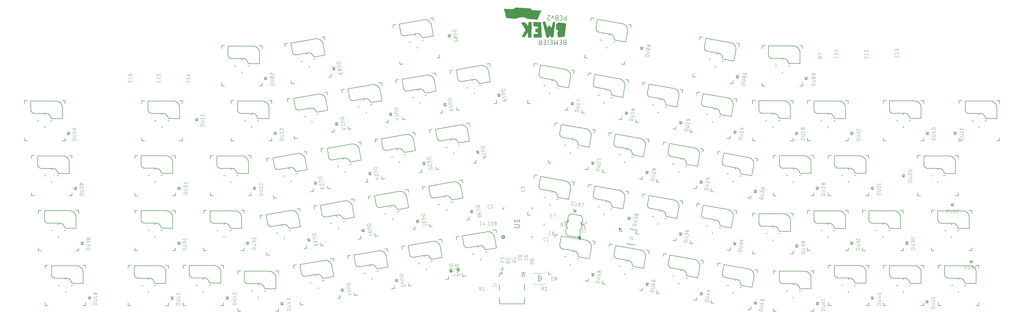
<source format=gbr>
G04 EAGLE Gerber RS-274X export*
G75*
%MOMM*%
%FSLAX34Y34*%
%LPD*%
%INSilkscreen Top*%
%IPPOS*%
%AMOC8*
5,1,8,0,0,1.08239X$1,22.5*%
G01*
%ADD10C,0.279400*%
%ADD11C,0.152400*%
%ADD12C,0.127000*%
%ADD13C,0.101600*%
%ADD14C,0.203200*%
%ADD15C,0.025400*%
%ADD16C,0.100000*%
%ADD17C,0.050800*%
%ADD18C,0.300000*%
%ADD19C,0.076200*%

G36*
X1633588Y922367D02*
X1633588Y922367D01*
X1633740Y922374D01*
X1633755Y922379D01*
X1633770Y922380D01*
X1633915Y922426D01*
X1634060Y922469D01*
X1634073Y922477D01*
X1634088Y922482D01*
X1634218Y922561D01*
X1634348Y922637D01*
X1634359Y922648D01*
X1634372Y922656D01*
X1634479Y922764D01*
X1634588Y922869D01*
X1634596Y922881D01*
X1634607Y922893D01*
X1634779Y923179D01*
X1634781Y923183D01*
X1634783Y923187D01*
X1647604Y952204D01*
X1647608Y952214D01*
X1647613Y952223D01*
X1647656Y952374D01*
X1647702Y952523D01*
X1647702Y952533D01*
X1647705Y952544D01*
X1647712Y952700D01*
X1647721Y952856D01*
X1647719Y952866D01*
X1647719Y952877D01*
X1647689Y953030D01*
X1647660Y953184D01*
X1647656Y953194D01*
X1647654Y953204D01*
X1647588Y953345D01*
X1647523Y953488D01*
X1647517Y953497D01*
X1647512Y953506D01*
X1647415Y953628D01*
X1647318Y953751D01*
X1647310Y953758D01*
X1647303Y953766D01*
X1647179Y953862D01*
X1647057Y953958D01*
X1647047Y953963D01*
X1647039Y953969D01*
X1646895Y954033D01*
X1646754Y954098D01*
X1646743Y954100D01*
X1646733Y954104D01*
X1646653Y954117D01*
X1646426Y954161D01*
X1646394Y954159D01*
X1646366Y954164D01*
X1616308Y954993D01*
X1608107Y961278D01*
X1608049Y961312D01*
X1607997Y961354D01*
X1607906Y961396D01*
X1607820Y961448D01*
X1607756Y961467D01*
X1607695Y961495D01*
X1607609Y961511D01*
X1607500Y961544D01*
X1607405Y961550D01*
X1607329Y961564D01*
X1559817Y964013D01*
X1559738Y964008D01*
X1559660Y964012D01*
X1559573Y963996D01*
X1559484Y963990D01*
X1559409Y963966D01*
X1559332Y963952D01*
X1559260Y963919D01*
X1559166Y963889D01*
X1559072Y963832D01*
X1558994Y963795D01*
X1549355Y957642D01*
X1520012Y959674D01*
X1519882Y959667D01*
X1519751Y959668D01*
X1519715Y959659D01*
X1519679Y959657D01*
X1519554Y959620D01*
X1519426Y959589D01*
X1519394Y959572D01*
X1519359Y959562D01*
X1519246Y959496D01*
X1519130Y959436D01*
X1519103Y959412D01*
X1519071Y959393D01*
X1518977Y959302D01*
X1518879Y959216D01*
X1518858Y959186D01*
X1518831Y959161D01*
X1518762Y959050D01*
X1518686Y958944D01*
X1518673Y958910D01*
X1518654Y958879D01*
X1518612Y958755D01*
X1518564Y958633D01*
X1518559Y958597D01*
X1518548Y958562D01*
X1518537Y958432D01*
X1518519Y958303D01*
X1518523Y958269D01*
X1518520Y958230D01*
X1518552Y958027D01*
X1518563Y957933D01*
X1526163Y928419D01*
X1526169Y928405D01*
X1526171Y928389D01*
X1526230Y928249D01*
X1526284Y928108D01*
X1526293Y928096D01*
X1526299Y928081D01*
X1526389Y927959D01*
X1526476Y927835D01*
X1526488Y927825D01*
X1526497Y927812D01*
X1526613Y927715D01*
X1526727Y927615D01*
X1526741Y927608D01*
X1526753Y927598D01*
X1526889Y927531D01*
X1527022Y927461D01*
X1527038Y927457D01*
X1527052Y927450D01*
X1527143Y927431D01*
X1527346Y927381D01*
X1527384Y927381D01*
X1527416Y927375D01*
X1558644Y925159D01*
X1558724Y925163D01*
X1558804Y925157D01*
X1558881Y925171D01*
X1558978Y925176D01*
X1559085Y925207D01*
X1559171Y925223D01*
X1573931Y929971D01*
X1589295Y929971D01*
X1600704Y924088D01*
X1600809Y924049D01*
X1600910Y924002D01*
X1600960Y923993D01*
X1601017Y923972D01*
X1601175Y923953D01*
X1601276Y923934D01*
X1633437Y922356D01*
X1633588Y922367D01*
G37*
G36*
X1672777Y860011D02*
X1672777Y860011D01*
X1672860Y860030D01*
X1672945Y860039D01*
X1673022Y860066D01*
X1673102Y860084D01*
X1673179Y860122D01*
X1673259Y860151D01*
X1673328Y860196D01*
X1673401Y860232D01*
X1673467Y860287D01*
X1673538Y860334D01*
X1673594Y860394D01*
X1673657Y860447D01*
X1673707Y860516D01*
X1673765Y860579D01*
X1673800Y860643D01*
X1673854Y860717D01*
X1673899Y860826D01*
X1673942Y860906D01*
X1676531Y867745D01*
X1681125Y860870D01*
X1681138Y860854D01*
X1681148Y860836D01*
X1681246Y860728D01*
X1681342Y860617D01*
X1681359Y860605D01*
X1681373Y860590D01*
X1681494Y860508D01*
X1681613Y860422D01*
X1681632Y860415D01*
X1681649Y860403D01*
X1681787Y860352D01*
X1681922Y860298D01*
X1681943Y860295D01*
X1681962Y860288D01*
X1682061Y860278D01*
X1682252Y860250D01*
X1682295Y860254D01*
X1682333Y860250D01*
X1687524Y860426D01*
X1687754Y860426D01*
X1687906Y860444D01*
X1688057Y860459D01*
X1688071Y860464D01*
X1688085Y860466D01*
X1688228Y860520D01*
X1688372Y860570D01*
X1688384Y860578D01*
X1688397Y860583D01*
X1688523Y860669D01*
X1688651Y860752D01*
X1688661Y860763D01*
X1688673Y860771D01*
X1688775Y860885D01*
X1688879Y860996D01*
X1688886Y861008D01*
X1688896Y861019D01*
X1688969Y861154D01*
X1689043Y861287D01*
X1689047Y861299D01*
X1689054Y861313D01*
X1689138Y861636D01*
X1689138Y861642D01*
X1689139Y861646D01*
X1695616Y912726D01*
X1695617Y912888D01*
X1695619Y913049D01*
X1695618Y913054D01*
X1695618Y913059D01*
X1695581Y913218D01*
X1695545Y913374D01*
X1695542Y913379D01*
X1695541Y913384D01*
X1695466Y913530D01*
X1695395Y913672D01*
X1695392Y913676D01*
X1695389Y913681D01*
X1695283Y913804D01*
X1695179Y913926D01*
X1695175Y913930D01*
X1695171Y913934D01*
X1695040Y914027D01*
X1694909Y914122D01*
X1694904Y914124D01*
X1694899Y914127D01*
X1694749Y914187D01*
X1694600Y914248D01*
X1694595Y914249D01*
X1694590Y914251D01*
X1694259Y914297D01*
X1694244Y914296D01*
X1694231Y914298D01*
X1688986Y914298D01*
X1688944Y914293D01*
X1688901Y914295D01*
X1688779Y914273D01*
X1688655Y914258D01*
X1688615Y914243D01*
X1688572Y914235D01*
X1688459Y914184D01*
X1688343Y914141D01*
X1688307Y914116D01*
X1688268Y914099D01*
X1688170Y914022D01*
X1688067Y913952D01*
X1688038Y913920D01*
X1688004Y913894D01*
X1687927Y913797D01*
X1687844Y913704D01*
X1687824Y913666D01*
X1687797Y913633D01*
X1687756Y913540D01*
X1687686Y913411D01*
X1687669Y913345D01*
X1687646Y913292D01*
X1681653Y892738D01*
X1677328Y900858D01*
X1677289Y900913D01*
X1677259Y900972D01*
X1677194Y901049D01*
X1677137Y901131D01*
X1677087Y901176D01*
X1677043Y901226D01*
X1676962Y901285D01*
X1676886Y901352D01*
X1676827Y901383D01*
X1676773Y901422D01*
X1676680Y901460D01*
X1676591Y901507D01*
X1676526Y901523D01*
X1676464Y901548D01*
X1676377Y901560D01*
X1676267Y901587D01*
X1676171Y901587D01*
X1676095Y901598D01*
X1673504Y901598D01*
X1673399Y901585D01*
X1673292Y901581D01*
X1673234Y901565D01*
X1673173Y901558D01*
X1673074Y901520D01*
X1672971Y901492D01*
X1672918Y901462D01*
X1672861Y901441D01*
X1672773Y901381D01*
X1672680Y901328D01*
X1672636Y901287D01*
X1672585Y901252D01*
X1672514Y901174D01*
X1672436Y901101D01*
X1672406Y901054D01*
X1672362Y901004D01*
X1672291Y900872D01*
X1672237Y900787D01*
X1668363Y892395D01*
X1661939Y914344D01*
X1661902Y914430D01*
X1661874Y914520D01*
X1661836Y914583D01*
X1661807Y914651D01*
X1661751Y914726D01*
X1661703Y914806D01*
X1661651Y914859D01*
X1661607Y914918D01*
X1661535Y914977D01*
X1661469Y915044D01*
X1661406Y915082D01*
X1661349Y915129D01*
X1661265Y915170D01*
X1661185Y915219D01*
X1661115Y915242D01*
X1661048Y915274D01*
X1660957Y915293D01*
X1660868Y915322D01*
X1660801Y915326D01*
X1660722Y915343D01*
X1660592Y915339D01*
X1660496Y915344D01*
X1653688Y914844D01*
X1653664Y914839D01*
X1653640Y914840D01*
X1653501Y914807D01*
X1653360Y914780D01*
X1653338Y914770D01*
X1653315Y914764D01*
X1653187Y914700D01*
X1653057Y914640D01*
X1653039Y914625D01*
X1653017Y914614D01*
X1652909Y914522D01*
X1652796Y914432D01*
X1652782Y914413D01*
X1652763Y914398D01*
X1652680Y914282D01*
X1652592Y914168D01*
X1652582Y914147D01*
X1652568Y914127D01*
X1652514Y913995D01*
X1652456Y913864D01*
X1652452Y913840D01*
X1652443Y913818D01*
X1652422Y913676D01*
X1652396Y913536D01*
X1652398Y913512D01*
X1652394Y913488D01*
X1652405Y913387D01*
X1652416Y913203D01*
X1652430Y913158D01*
X1652434Y913118D01*
X1665387Y860470D01*
X1665437Y860336D01*
X1665483Y860201D01*
X1665496Y860180D01*
X1665504Y860158D01*
X1665585Y860040D01*
X1665662Y859919D01*
X1665679Y859902D01*
X1665693Y859882D01*
X1665799Y859787D01*
X1665902Y859688D01*
X1665923Y859676D01*
X1665941Y859660D01*
X1666068Y859592D01*
X1666191Y859521D01*
X1666214Y859514D01*
X1666236Y859502D01*
X1666374Y859467D01*
X1666511Y859426D01*
X1666534Y859426D01*
X1666559Y859419D01*
X1666832Y859416D01*
X1666883Y859414D01*
X1672777Y860011D01*
G37*
G36*
X1710171Y860319D02*
X1710171Y860319D01*
X1710268Y860323D01*
X1727279Y863291D01*
X1727318Y863303D01*
X1727359Y863308D01*
X1727478Y863351D01*
X1727599Y863388D01*
X1727634Y863408D01*
X1727672Y863422D01*
X1727777Y863493D01*
X1727886Y863557D01*
X1727916Y863585D01*
X1727950Y863608D01*
X1728035Y863701D01*
X1728125Y863789D01*
X1728147Y863824D01*
X1728175Y863854D01*
X1728235Y863965D01*
X1728302Y864072D01*
X1728315Y864111D01*
X1728335Y864147D01*
X1728360Y864246D01*
X1728407Y864389D01*
X1728413Y864454D01*
X1728426Y864508D01*
X1733314Y907177D01*
X1733314Y907220D01*
X1733321Y907261D01*
X1733313Y907386D01*
X1733312Y907511D01*
X1733302Y907552D01*
X1733299Y907594D01*
X1733262Y907713D01*
X1733231Y907834D01*
X1733211Y907872D01*
X1733199Y907913D01*
X1733134Y908019D01*
X1733076Y908130D01*
X1733048Y908161D01*
X1733026Y908198D01*
X1732937Y908286D01*
X1732855Y908380D01*
X1732820Y908404D01*
X1732790Y908434D01*
X1732683Y908499D01*
X1732581Y908570D01*
X1732541Y908585D01*
X1732505Y908607D01*
X1732407Y908637D01*
X1732269Y908690D01*
X1732203Y908698D01*
X1732148Y908715D01*
X1709137Y912410D01*
X1709022Y912415D01*
X1708908Y912428D01*
X1708856Y912421D01*
X1708804Y912423D01*
X1708691Y912401D01*
X1708577Y912386D01*
X1708532Y912368D01*
X1708477Y912357D01*
X1708328Y912287D01*
X1708231Y912248D01*
X1699794Y907501D01*
X1699754Y907471D01*
X1699708Y907448D01*
X1699620Y907373D01*
X1699525Y907304D01*
X1699493Y907265D01*
X1699454Y907232D01*
X1699386Y907138D01*
X1699311Y907048D01*
X1699288Y907003D01*
X1699259Y906962D01*
X1699214Y906854D01*
X1699163Y906749D01*
X1699152Y906700D01*
X1699133Y906653D01*
X1699120Y906556D01*
X1699090Y906424D01*
X1699091Y906347D01*
X1699083Y906284D01*
X1699083Y889258D01*
X1699084Y889247D01*
X1699083Y889236D01*
X1699104Y889082D01*
X1699123Y888927D01*
X1699127Y888916D01*
X1699128Y888906D01*
X1699185Y888760D01*
X1699240Y888614D01*
X1699246Y888605D01*
X1699250Y888595D01*
X1699340Y888467D01*
X1699428Y888339D01*
X1699436Y888331D01*
X1699443Y888323D01*
X1699505Y888269D01*
X1699676Y888116D01*
X1699705Y888100D01*
X1699727Y888082D01*
X1707042Y883401D01*
X1702965Y877679D01*
X1702896Y877553D01*
X1702823Y877430D01*
X1702816Y877407D01*
X1702805Y877386D01*
X1702768Y877247D01*
X1702726Y877110D01*
X1702726Y877088D01*
X1702719Y877063D01*
X1702713Y876786D01*
X1702711Y876738D01*
X1703877Y864293D01*
X1703909Y864149D01*
X1703936Y864005D01*
X1703944Y863987D01*
X1703948Y863967D01*
X1704012Y863835D01*
X1704073Y863701D01*
X1704085Y863685D01*
X1704094Y863667D01*
X1704188Y863554D01*
X1704278Y863438D01*
X1704293Y863427D01*
X1704307Y863410D01*
X1704569Y863216D01*
X1704574Y863212D01*
X1709334Y860486D01*
X1709453Y860436D01*
X1709570Y860379D01*
X1709607Y860371D01*
X1709641Y860356D01*
X1709769Y860336D01*
X1709896Y860308D01*
X1709931Y860309D01*
X1709971Y860303D01*
X1710171Y860319D01*
G37*
G36*
X1611616Y860172D02*
X1611616Y860172D01*
X1611833Y860172D01*
X1611896Y860179D01*
X1611959Y860177D01*
X1612061Y860199D01*
X1612164Y860212D01*
X1612224Y860234D01*
X1612285Y860247D01*
X1612379Y860292D01*
X1612477Y860329D01*
X1612529Y860365D01*
X1612586Y860392D01*
X1612666Y860458D01*
X1612752Y860517D01*
X1612795Y860564D01*
X1612843Y860604D01*
X1612906Y860688D01*
X1612975Y860765D01*
X1613005Y860821D01*
X1613043Y860871D01*
X1613084Y860967D01*
X1613133Y861059D01*
X1613149Y861120D01*
X1613174Y861178D01*
X1613187Y861268D01*
X1613217Y861382D01*
X1613218Y861473D01*
X1613229Y861547D01*
X1614017Y912626D01*
X1614011Y912683D01*
X1614014Y912740D01*
X1613993Y912848D01*
X1613982Y912958D01*
X1613963Y913012D01*
X1613952Y913068D01*
X1613907Y913168D01*
X1613869Y913272D01*
X1613838Y913320D01*
X1613814Y913372D01*
X1613746Y913458D01*
X1613686Y913550D01*
X1613644Y913589D01*
X1613608Y913634D01*
X1613522Y913702D01*
X1613441Y913777D01*
X1613391Y913805D01*
X1613346Y913841D01*
X1613246Y913886D01*
X1613150Y913940D01*
X1613094Y913955D01*
X1613042Y913979D01*
X1612950Y913995D01*
X1612828Y914028D01*
X1612744Y914031D01*
X1612675Y914043D01*
X1604572Y914360D01*
X1604545Y914358D01*
X1604518Y914361D01*
X1604379Y914345D01*
X1604239Y914334D01*
X1604213Y914325D01*
X1604187Y914322D01*
X1604056Y914273D01*
X1603922Y914229D01*
X1603899Y914214D01*
X1603874Y914205D01*
X1603758Y914126D01*
X1603640Y914051D01*
X1603621Y914032D01*
X1603598Y914017D01*
X1603505Y913913D01*
X1603407Y913812D01*
X1603393Y913789D01*
X1603375Y913769D01*
X1603309Y913646D01*
X1603238Y913525D01*
X1603230Y913499D01*
X1603217Y913475D01*
X1603193Y913375D01*
X1603141Y913205D01*
X1603139Y913155D01*
X1603129Y913114D01*
X1601660Y899364D01*
X1592553Y911650D01*
X1592463Y911745D01*
X1592379Y911844D01*
X1592349Y911865D01*
X1592323Y911892D01*
X1592214Y911963D01*
X1592109Y912039D01*
X1592074Y912053D01*
X1592043Y912073D01*
X1591920Y912116D01*
X1591800Y912165D01*
X1591766Y912170D01*
X1591728Y912183D01*
X1591526Y912202D01*
X1591431Y912215D01*
X1579951Y912215D01*
X1579825Y912200D01*
X1579699Y912192D01*
X1579660Y912180D01*
X1579619Y912175D01*
X1579501Y912131D01*
X1579380Y912093D01*
X1579345Y912072D01*
X1579307Y912058D01*
X1579203Y911986D01*
X1579094Y911921D01*
X1579065Y911893D01*
X1579032Y911870D01*
X1578947Y911776D01*
X1578857Y911687D01*
X1578836Y911652D01*
X1578808Y911622D01*
X1578749Y911510D01*
X1578682Y911403D01*
X1578670Y911364D01*
X1578651Y911328D01*
X1578619Y911205D01*
X1578580Y911085D01*
X1578577Y911044D01*
X1578567Y911005D01*
X1578565Y910879D01*
X1578556Y910752D01*
X1578563Y910712D01*
X1578562Y910671D01*
X1578590Y910548D01*
X1578612Y910423D01*
X1578627Y910389D01*
X1578637Y910346D01*
X1578723Y910175D01*
X1578764Y910083D01*
X1592941Y887191D01*
X1580732Y863533D01*
X1580721Y863504D01*
X1580705Y863477D01*
X1580663Y863348D01*
X1580616Y863220D01*
X1580612Y863189D01*
X1580602Y863160D01*
X1580592Y863024D01*
X1580577Y862889D01*
X1580580Y862858D01*
X1580578Y862827D01*
X1580601Y862693D01*
X1580617Y862558D01*
X1580628Y862529D01*
X1580634Y862498D01*
X1580687Y862374D01*
X1580735Y862246D01*
X1580753Y862220D01*
X1580765Y862192D01*
X1580847Y862083D01*
X1580924Y861971D01*
X1580947Y861950D01*
X1580966Y861925D01*
X1581071Y861839D01*
X1581173Y861748D01*
X1581200Y861734D01*
X1581224Y861714D01*
X1581347Y861656D01*
X1581467Y861591D01*
X1581497Y861584D01*
X1581525Y861570D01*
X1581627Y861550D01*
X1581790Y861508D01*
X1581845Y861508D01*
X1581891Y861499D01*
X1588152Y861131D01*
X1588166Y861131D01*
X1588180Y861129D01*
X1588208Y861132D01*
X1588233Y861128D01*
X1588234Y861128D01*
X1588359Y861143D01*
X1588485Y861151D01*
X1588498Y861155D01*
X1588512Y861156D01*
X1588538Y861165D01*
X1588565Y861168D01*
X1588683Y861212D01*
X1588804Y861250D01*
X1588816Y861257D01*
X1588829Y861261D01*
X1588852Y861276D01*
X1588877Y861285D01*
X1588981Y861356D01*
X1589090Y861421D01*
X1589100Y861431D01*
X1589112Y861439D01*
X1589129Y861457D01*
X1589153Y861473D01*
X1589237Y861567D01*
X1589327Y861656D01*
X1589346Y861686D01*
X1589367Y861709D01*
X1601648Y878782D01*
X1601870Y861111D01*
X1601883Y861010D01*
X1601887Y860908D01*
X1601905Y860845D01*
X1601914Y860780D01*
X1601951Y860685D01*
X1601979Y860587D01*
X1602012Y860530D01*
X1602035Y860469D01*
X1602094Y860386D01*
X1602144Y860297D01*
X1602189Y860250D01*
X1602227Y860196D01*
X1602303Y860129D01*
X1602373Y860055D01*
X1602429Y860019D01*
X1602478Y859976D01*
X1602568Y859929D01*
X1602654Y859873D01*
X1602715Y859852D01*
X1602773Y859822D01*
X1602872Y859797D01*
X1602969Y859764D01*
X1603028Y859759D01*
X1603097Y859742D01*
X1603240Y859742D01*
X1603340Y859734D01*
X1611616Y860172D01*
G37*
G36*
X1647176Y859928D02*
X1647176Y859928D01*
X1647264Y859929D01*
X1647341Y859948D01*
X1647420Y859958D01*
X1647502Y859989D01*
X1647588Y860010D01*
X1647658Y860047D01*
X1647732Y860075D01*
X1647805Y860125D01*
X1647883Y860166D01*
X1647942Y860218D01*
X1648008Y860263D01*
X1648067Y860329D01*
X1648133Y860387D01*
X1648178Y860452D01*
X1648231Y860511D01*
X1648272Y860589D01*
X1648323Y860661D01*
X1648351Y860735D01*
X1648389Y860805D01*
X1648411Y860891D01*
X1648442Y860973D01*
X1648450Y861044D01*
X1648472Y861128D01*
X1648474Y861251D01*
X1648484Y861343D01*
X1647443Y911889D01*
X1647439Y911919D01*
X1647440Y911949D01*
X1647415Y912083D01*
X1647396Y912219D01*
X1647385Y912247D01*
X1647380Y912277D01*
X1647323Y912402D01*
X1647273Y912529D01*
X1647255Y912553D01*
X1647243Y912581D01*
X1647158Y912689D01*
X1647079Y912801D01*
X1647056Y912820D01*
X1647038Y912844D01*
X1646930Y912929D01*
X1646826Y913019D01*
X1646800Y913032D01*
X1646776Y913051D01*
X1646651Y913108D01*
X1646529Y913170D01*
X1646500Y913177D01*
X1646473Y913190D01*
X1646371Y913208D01*
X1646205Y913247D01*
X1646151Y913247D01*
X1646106Y913255D01*
X1621493Y914296D01*
X1621370Y914287D01*
X1621247Y914285D01*
X1621205Y914274D01*
X1621161Y914271D01*
X1621044Y914232D01*
X1620924Y914201D01*
X1620886Y914180D01*
X1620844Y914167D01*
X1620739Y914101D01*
X1620630Y914043D01*
X1620598Y914014D01*
X1620561Y913990D01*
X1620474Y913902D01*
X1620383Y913820D01*
X1620358Y913783D01*
X1620327Y913752D01*
X1620264Y913646D01*
X1620195Y913544D01*
X1620179Y913503D01*
X1620157Y913465D01*
X1620121Y913347D01*
X1620078Y913232D01*
X1620073Y913191D01*
X1620060Y913146D01*
X1620049Y912962D01*
X1620039Y912861D01*
X1620402Y900256D01*
X1620403Y900248D01*
X1620403Y900240D01*
X1620428Y900082D01*
X1620451Y899926D01*
X1620454Y899919D01*
X1620456Y899911D01*
X1620518Y899763D01*
X1620578Y899617D01*
X1620582Y899611D01*
X1620585Y899603D01*
X1620681Y899475D01*
X1620774Y899347D01*
X1620779Y899342D01*
X1620784Y899335D01*
X1620907Y899234D01*
X1621028Y899131D01*
X1621035Y899127D01*
X1621041Y899122D01*
X1621183Y899053D01*
X1621326Y898982D01*
X1621334Y898980D01*
X1621341Y898976D01*
X1621410Y898963D01*
X1621651Y898907D01*
X1621681Y898908D01*
X1621706Y898903D01*
X1635538Y897991D01*
X1635726Y890495D01*
X1627966Y890939D01*
X1627852Y890932D01*
X1627739Y890933D01*
X1627686Y890921D01*
X1627633Y890918D01*
X1627524Y890884D01*
X1627413Y890859D01*
X1627366Y890835D01*
X1627314Y890819D01*
X1627217Y890760D01*
X1627115Y890709D01*
X1627074Y890675D01*
X1627028Y890647D01*
X1626948Y890567D01*
X1626861Y890493D01*
X1626830Y890450D01*
X1626792Y890412D01*
X1626732Y890315D01*
X1626665Y890223D01*
X1626645Y890173D01*
X1626617Y890128D01*
X1626582Y890019D01*
X1626539Y889914D01*
X1626533Y889865D01*
X1626515Y889810D01*
X1626504Y889648D01*
X1626490Y889545D01*
X1626490Y880059D01*
X1626494Y880026D01*
X1626491Y879992D01*
X1626514Y879860D01*
X1626530Y879728D01*
X1626541Y879696D01*
X1626547Y879663D01*
X1626600Y879540D01*
X1626647Y879416D01*
X1626666Y879388D01*
X1626679Y879357D01*
X1626760Y879250D01*
X1626835Y879140D01*
X1626860Y879117D01*
X1626880Y879091D01*
X1626984Y879006D01*
X1627083Y878917D01*
X1627113Y878901D01*
X1627139Y878880D01*
X1627259Y878822D01*
X1627377Y878759D01*
X1627410Y878751D01*
X1627440Y878736D01*
X1627541Y878716D01*
X1627700Y878675D01*
X1627757Y878675D01*
X1627806Y878665D01*
X1635304Y878233D01*
X1635304Y872388D01*
X1622142Y872388D01*
X1622082Y872380D01*
X1622022Y872383D01*
X1621917Y872361D01*
X1621811Y872348D01*
X1621755Y872327D01*
X1621695Y872314D01*
X1621599Y872268D01*
X1621499Y872231D01*
X1621449Y872197D01*
X1621394Y872171D01*
X1621311Y872103D01*
X1621223Y872043D01*
X1621183Y871998D01*
X1621136Y871959D01*
X1621072Y871874D01*
X1621000Y871794D01*
X1620971Y871741D01*
X1620935Y871693D01*
X1620893Y871595D01*
X1620842Y871501D01*
X1620827Y871442D01*
X1620803Y871387D01*
X1620789Y871296D01*
X1620758Y871178D01*
X1620757Y871090D01*
X1620746Y871019D01*
X1620557Y861341D01*
X1620565Y861256D01*
X1620564Y861167D01*
X1620582Y861087D01*
X1620590Y861009D01*
X1620619Y860929D01*
X1620639Y860841D01*
X1620675Y860769D01*
X1620701Y860695D01*
X1620748Y860623D01*
X1620788Y860543D01*
X1620841Y860481D01*
X1620884Y860416D01*
X1620947Y860357D01*
X1621004Y860289D01*
X1621070Y860242D01*
X1621128Y860188D01*
X1621203Y860145D01*
X1621275Y860093D01*
X1621349Y860063D01*
X1621418Y860024D01*
X1621502Y860001D01*
X1621584Y859967D01*
X1621655Y859958D01*
X1621740Y859934D01*
X1621861Y859930D01*
X1621953Y859918D01*
X1647088Y859918D01*
X1647176Y859928D01*
G37*
G36*
X1783052Y161528D02*
X1783052Y161528D01*
X1783126Y161527D01*
X1783217Y161548D01*
X1783310Y161559D01*
X1783379Y161585D01*
X1783451Y161602D01*
X1783534Y161644D01*
X1783622Y161676D01*
X1783683Y161718D01*
X1783749Y161751D01*
X1783820Y161812D01*
X1783897Y161865D01*
X1783947Y161920D01*
X1784003Y161967D01*
X1784058Y162043D01*
X1784121Y162113D01*
X1784156Y162178D01*
X1784199Y162238D01*
X1784234Y162324D01*
X1784278Y162406D01*
X1784297Y162478D01*
X1784325Y162547D01*
X1784336Y162628D01*
X1784362Y162729D01*
X1784364Y162834D01*
X1784375Y162916D01*
X1784375Y168478D01*
X1784366Y168552D01*
X1784367Y168626D01*
X1784346Y168716D01*
X1784335Y168809D01*
X1784309Y168879D01*
X1784292Y168951D01*
X1784250Y169034D01*
X1784217Y169122D01*
X1784176Y169183D01*
X1784143Y169249D01*
X1784082Y169320D01*
X1784029Y169397D01*
X1783974Y169447D01*
X1783927Y169503D01*
X1783851Y169558D01*
X1783781Y169620D01*
X1783716Y169655D01*
X1783656Y169699D01*
X1783570Y169734D01*
X1783487Y169778D01*
X1783416Y169797D01*
X1783347Y169825D01*
X1783266Y169836D01*
X1783165Y169862D01*
X1783060Y169863D01*
X1782978Y169874D01*
X1777390Y169874D01*
X1777317Y169866D01*
X1777243Y169867D01*
X1777152Y169846D01*
X1777059Y169835D01*
X1776990Y169809D01*
X1776918Y169792D01*
X1776834Y169750D01*
X1776747Y169717D01*
X1776686Y169676D01*
X1776620Y169642D01*
X1776549Y169582D01*
X1776471Y169529D01*
X1776422Y169474D01*
X1776365Y169426D01*
X1776311Y169351D01*
X1776248Y169281D01*
X1776213Y169216D01*
X1776170Y169156D01*
X1776134Y169070D01*
X1776090Y168987D01*
X1776072Y168916D01*
X1776044Y168847D01*
X1776033Y168765D01*
X1776007Y168664D01*
X1776005Y168560D01*
X1775994Y168478D01*
X1775994Y162916D01*
X1776003Y162842D01*
X1776002Y162768D01*
X1776023Y162677D01*
X1776034Y162584D01*
X1776060Y162515D01*
X1776077Y162443D01*
X1776118Y162360D01*
X1776151Y162272D01*
X1776193Y162211D01*
X1776226Y162145D01*
X1776287Y162074D01*
X1776339Y161996D01*
X1776394Y161947D01*
X1776442Y161891D01*
X1776518Y161836D01*
X1776587Y161773D01*
X1776653Y161738D01*
X1776712Y161695D01*
X1776799Y161660D01*
X1776881Y161615D01*
X1776953Y161597D01*
X1777021Y161569D01*
X1777103Y161558D01*
X1777204Y161532D01*
X1777309Y161530D01*
X1777390Y161519D01*
X1782978Y161519D01*
X1783052Y161528D01*
G37*
D10*
X1510085Y167970D02*
X1510087Y168111D01*
X1510093Y168252D01*
X1510103Y168392D01*
X1510117Y168532D01*
X1510135Y168672D01*
X1510156Y168811D01*
X1510182Y168950D01*
X1510211Y169088D01*
X1510245Y169224D01*
X1510282Y169360D01*
X1510323Y169495D01*
X1510368Y169629D01*
X1510417Y169761D01*
X1510469Y169892D01*
X1510525Y170021D01*
X1510585Y170148D01*
X1510648Y170274D01*
X1510714Y170398D01*
X1510785Y170521D01*
X1510858Y170641D01*
X1510935Y170759D01*
X1511015Y170875D01*
X1511099Y170988D01*
X1511185Y171099D01*
X1511275Y171208D01*
X1511368Y171314D01*
X1511463Y171417D01*
X1511562Y171518D01*
X1511663Y171616D01*
X1511767Y171711D01*
X1511874Y171803D01*
X1511983Y171892D01*
X1512095Y171977D01*
X1512209Y172060D01*
X1512325Y172140D01*
X1512444Y172216D01*
X1512565Y172288D01*
X1512687Y172358D01*
X1512812Y172423D01*
X1512938Y172486D01*
X1513066Y172544D01*
X1513196Y172599D01*
X1513327Y172651D01*
X1513460Y172698D01*
X1513594Y172742D01*
X1513729Y172783D01*
X1513865Y172819D01*
X1514002Y172851D01*
X1514140Y172880D01*
X1514278Y172905D01*
X1514418Y172925D01*
X1514558Y172942D01*
X1514698Y172955D01*
X1514839Y172964D01*
X1514979Y172969D01*
X1515120Y172970D01*
X1515261Y172967D01*
X1515402Y172960D01*
X1515542Y172949D01*
X1515682Y172934D01*
X1515822Y172915D01*
X1515961Y172893D01*
X1516099Y172866D01*
X1516237Y172836D01*
X1516373Y172801D01*
X1516509Y172763D01*
X1516643Y172721D01*
X1516777Y172675D01*
X1516909Y172626D01*
X1517039Y172572D01*
X1517168Y172515D01*
X1517295Y172455D01*
X1517421Y172391D01*
X1517544Y172323D01*
X1517666Y172252D01*
X1517786Y172178D01*
X1517903Y172100D01*
X1518018Y172019D01*
X1518131Y171935D01*
X1518242Y171848D01*
X1518350Y171757D01*
X1518455Y171664D01*
X1518558Y171567D01*
X1518658Y171468D01*
X1518755Y171366D01*
X1518849Y171261D01*
X1518940Y171154D01*
X1519028Y171044D01*
X1519113Y170932D01*
X1519195Y170817D01*
X1519274Y170700D01*
X1519349Y170581D01*
X1519421Y170460D01*
X1519489Y170337D01*
X1519554Y170212D01*
X1519616Y170085D01*
X1519673Y169956D01*
X1519728Y169826D01*
X1519778Y169695D01*
X1519825Y169562D01*
X1519868Y169428D01*
X1519907Y169292D01*
X1519942Y169156D01*
X1519974Y169019D01*
X1520001Y168881D01*
X1520025Y168742D01*
X1520045Y168602D01*
X1520061Y168462D01*
X1520073Y168322D01*
X1520081Y168181D01*
X1520085Y168040D01*
X1520085Y167900D01*
X1520081Y167759D01*
X1520073Y167618D01*
X1520061Y167478D01*
X1520045Y167338D01*
X1520025Y167198D01*
X1520001Y167059D01*
X1519974Y166921D01*
X1519942Y166784D01*
X1519907Y166648D01*
X1519868Y166512D01*
X1519825Y166378D01*
X1519778Y166245D01*
X1519728Y166114D01*
X1519673Y165984D01*
X1519616Y165855D01*
X1519554Y165728D01*
X1519489Y165603D01*
X1519421Y165480D01*
X1519349Y165359D01*
X1519274Y165240D01*
X1519195Y165123D01*
X1519113Y165008D01*
X1519028Y164896D01*
X1518940Y164786D01*
X1518849Y164679D01*
X1518755Y164574D01*
X1518658Y164472D01*
X1518558Y164373D01*
X1518455Y164276D01*
X1518350Y164183D01*
X1518242Y164092D01*
X1518131Y164005D01*
X1518018Y163921D01*
X1517903Y163840D01*
X1517786Y163762D01*
X1517666Y163688D01*
X1517544Y163617D01*
X1517421Y163549D01*
X1517295Y163485D01*
X1517168Y163425D01*
X1517039Y163368D01*
X1516909Y163314D01*
X1516777Y163265D01*
X1516643Y163219D01*
X1516509Y163177D01*
X1516373Y163139D01*
X1516237Y163104D01*
X1516099Y163074D01*
X1515961Y163047D01*
X1515822Y163025D01*
X1515682Y163006D01*
X1515542Y162991D01*
X1515402Y162980D01*
X1515261Y162973D01*
X1515120Y162970D01*
X1514979Y162971D01*
X1514839Y162976D01*
X1514698Y162985D01*
X1514558Y162998D01*
X1514418Y163015D01*
X1514278Y163035D01*
X1514140Y163060D01*
X1514002Y163089D01*
X1513865Y163121D01*
X1513729Y163157D01*
X1513594Y163198D01*
X1513460Y163242D01*
X1513327Y163289D01*
X1513196Y163341D01*
X1513066Y163396D01*
X1512938Y163454D01*
X1512812Y163517D01*
X1512687Y163582D01*
X1512565Y163652D01*
X1512444Y163724D01*
X1512325Y163800D01*
X1512209Y163880D01*
X1512095Y163963D01*
X1511983Y164048D01*
X1511874Y164137D01*
X1511767Y164229D01*
X1511663Y164324D01*
X1511562Y164422D01*
X1511463Y164523D01*
X1511368Y164626D01*
X1511275Y164732D01*
X1511185Y164841D01*
X1511099Y164952D01*
X1511015Y165065D01*
X1510935Y165181D01*
X1510858Y165299D01*
X1510785Y165419D01*
X1510714Y165542D01*
X1510648Y165666D01*
X1510585Y165792D01*
X1510525Y165919D01*
X1510469Y166048D01*
X1510417Y166179D01*
X1510368Y166311D01*
X1510323Y166445D01*
X1510282Y166580D01*
X1510245Y166716D01*
X1510211Y166852D01*
X1510182Y166990D01*
X1510156Y167129D01*
X1510135Y167268D01*
X1510117Y167408D01*
X1510103Y167548D01*
X1510093Y167688D01*
X1510087Y167829D01*
X1510085Y167970D01*
D11*
X1728730Y842529D02*
X1733245Y842529D01*
X1728730Y842529D02*
X1728597Y842531D01*
X1728465Y842537D01*
X1728333Y842547D01*
X1728201Y842560D01*
X1728069Y842578D01*
X1727939Y842599D01*
X1727808Y842624D01*
X1727679Y842653D01*
X1727551Y842686D01*
X1727423Y842722D01*
X1727297Y842762D01*
X1727172Y842806D01*
X1727048Y842854D01*
X1726926Y842905D01*
X1726805Y842960D01*
X1726686Y843018D01*
X1726568Y843080D01*
X1726453Y843145D01*
X1726339Y843214D01*
X1726228Y843285D01*
X1726119Y843361D01*
X1726012Y843439D01*
X1725907Y843520D01*
X1725805Y843605D01*
X1725705Y843692D01*
X1725608Y843782D01*
X1725513Y843875D01*
X1725422Y843971D01*
X1725333Y844069D01*
X1725247Y844170D01*
X1725164Y844274D01*
X1725084Y844380D01*
X1725008Y844488D01*
X1724934Y844598D01*
X1724864Y844711D01*
X1724797Y844825D01*
X1724734Y844942D01*
X1724674Y845060D01*
X1724617Y845180D01*
X1724564Y845302D01*
X1724515Y845425D01*
X1724469Y845549D01*
X1724427Y845675D01*
X1724389Y845802D01*
X1724354Y845930D01*
X1724323Y846059D01*
X1724296Y846188D01*
X1724273Y846319D01*
X1724253Y846450D01*
X1724238Y846582D01*
X1724226Y846714D01*
X1724218Y846846D01*
X1724214Y846979D01*
X1724214Y847111D01*
X1724218Y847244D01*
X1724226Y847376D01*
X1724238Y847508D01*
X1724253Y847640D01*
X1724273Y847771D01*
X1724296Y847902D01*
X1724323Y848031D01*
X1724354Y848160D01*
X1724389Y848288D01*
X1724427Y848415D01*
X1724469Y848541D01*
X1724515Y848665D01*
X1724564Y848788D01*
X1724617Y848910D01*
X1724674Y849030D01*
X1724734Y849148D01*
X1724797Y849265D01*
X1724864Y849379D01*
X1724934Y849492D01*
X1725008Y849602D01*
X1725084Y849710D01*
X1725164Y849816D01*
X1725247Y849920D01*
X1725333Y850021D01*
X1725422Y850119D01*
X1725513Y850215D01*
X1725608Y850308D01*
X1725705Y850398D01*
X1725805Y850485D01*
X1725907Y850570D01*
X1726012Y850651D01*
X1726119Y850729D01*
X1726228Y850805D01*
X1726339Y850876D01*
X1726453Y850945D01*
X1726568Y851010D01*
X1726686Y851072D01*
X1726805Y851130D01*
X1726926Y851185D01*
X1727048Y851236D01*
X1727172Y851284D01*
X1727297Y851328D01*
X1727423Y851368D01*
X1727551Y851404D01*
X1727679Y851437D01*
X1727808Y851466D01*
X1727939Y851491D01*
X1728069Y851512D01*
X1728201Y851530D01*
X1728333Y851543D01*
X1728465Y851553D01*
X1728597Y851559D01*
X1728730Y851561D01*
X1728730Y851560D02*
X1733245Y851560D01*
X1733245Y835304D01*
X1728730Y835304D01*
X1728730Y835305D02*
X1728611Y835307D01*
X1728491Y835313D01*
X1728372Y835323D01*
X1728254Y835337D01*
X1728135Y835354D01*
X1728018Y835376D01*
X1727901Y835401D01*
X1727786Y835431D01*
X1727671Y835464D01*
X1727557Y835501D01*
X1727445Y835541D01*
X1727334Y835586D01*
X1727225Y835634D01*
X1727117Y835685D01*
X1727011Y835740D01*
X1726907Y835799D01*
X1726805Y835861D01*
X1726705Y835926D01*
X1726607Y835995D01*
X1726511Y836067D01*
X1726418Y836142D01*
X1726328Y836219D01*
X1726240Y836300D01*
X1726155Y836384D01*
X1726073Y836471D01*
X1725993Y836560D01*
X1725917Y836652D01*
X1725843Y836746D01*
X1725773Y836843D01*
X1725706Y836941D01*
X1725642Y837042D01*
X1725582Y837146D01*
X1725525Y837251D01*
X1725472Y837358D01*
X1725422Y837466D01*
X1725376Y837576D01*
X1725334Y837688D01*
X1725295Y837801D01*
X1725260Y837915D01*
X1725229Y838030D01*
X1725201Y838147D01*
X1725178Y838264D01*
X1725158Y838381D01*
X1725142Y838500D01*
X1725130Y838619D01*
X1725122Y838738D01*
X1725118Y838857D01*
X1725118Y838977D01*
X1725122Y839096D01*
X1725130Y839215D01*
X1725142Y839334D01*
X1725158Y839453D01*
X1725178Y839570D01*
X1725201Y839687D01*
X1725229Y839804D01*
X1725260Y839919D01*
X1725295Y840033D01*
X1725334Y840146D01*
X1725376Y840258D01*
X1725422Y840368D01*
X1725472Y840476D01*
X1725525Y840583D01*
X1725582Y840688D01*
X1725642Y840792D01*
X1725706Y840893D01*
X1725773Y840991D01*
X1725843Y841088D01*
X1725917Y841182D01*
X1725993Y841274D01*
X1726073Y841363D01*
X1726155Y841450D01*
X1726240Y841534D01*
X1726328Y841615D01*
X1726418Y841692D01*
X1726511Y841767D01*
X1726607Y841839D01*
X1726705Y841908D01*
X1726805Y841973D01*
X1726907Y842035D01*
X1727011Y842094D01*
X1727117Y842149D01*
X1727225Y842200D01*
X1727334Y842248D01*
X1727445Y842293D01*
X1727557Y842333D01*
X1727671Y842370D01*
X1727786Y842403D01*
X1727901Y842433D01*
X1728018Y842458D01*
X1728135Y842480D01*
X1728254Y842497D01*
X1728372Y842511D01*
X1728491Y842521D01*
X1728611Y842527D01*
X1728730Y842529D01*
X1717795Y851560D02*
X1710570Y851560D01*
X1717795Y851560D02*
X1717795Y835304D01*
X1710570Y835304D01*
X1712376Y842529D02*
X1717795Y842529D01*
X1704139Y835304D02*
X1704139Y851560D01*
X1698720Y844336D02*
X1704139Y835304D01*
X1698720Y844336D02*
X1693302Y835304D01*
X1693302Y851560D01*
X1685491Y851560D02*
X1678266Y851560D01*
X1685491Y851560D02*
X1685491Y835304D01*
X1678266Y835304D01*
X1680072Y842529D02*
X1685491Y842529D01*
X1671105Y835304D02*
X1671105Y851560D01*
X1672911Y851560D02*
X1669299Y851560D01*
X1669299Y835304D02*
X1672911Y835304D01*
X1662565Y851560D02*
X1655340Y851560D01*
X1662565Y851560D02*
X1662565Y835304D01*
X1655340Y835304D01*
X1657146Y842529D02*
X1662565Y842529D01*
X1648956Y835304D02*
X1648956Y851560D01*
X1648956Y835304D02*
X1644440Y835304D01*
X1644307Y835306D01*
X1644175Y835312D01*
X1644043Y835322D01*
X1643911Y835335D01*
X1643779Y835353D01*
X1643649Y835374D01*
X1643518Y835399D01*
X1643389Y835428D01*
X1643261Y835461D01*
X1643133Y835497D01*
X1643007Y835537D01*
X1642882Y835581D01*
X1642758Y835629D01*
X1642636Y835680D01*
X1642515Y835735D01*
X1642396Y835793D01*
X1642278Y835855D01*
X1642163Y835920D01*
X1642049Y835989D01*
X1641938Y836060D01*
X1641829Y836136D01*
X1641722Y836214D01*
X1641617Y836295D01*
X1641515Y836380D01*
X1641415Y836467D01*
X1641318Y836557D01*
X1641223Y836650D01*
X1641132Y836746D01*
X1641043Y836844D01*
X1640957Y836945D01*
X1640874Y837049D01*
X1640794Y837155D01*
X1640718Y837263D01*
X1640644Y837373D01*
X1640574Y837486D01*
X1640507Y837600D01*
X1640444Y837717D01*
X1640384Y837835D01*
X1640327Y837955D01*
X1640274Y838077D01*
X1640225Y838200D01*
X1640179Y838324D01*
X1640137Y838450D01*
X1640099Y838577D01*
X1640064Y838705D01*
X1640033Y838834D01*
X1640006Y838963D01*
X1639983Y839094D01*
X1639963Y839225D01*
X1639948Y839357D01*
X1639936Y839489D01*
X1639928Y839621D01*
X1639924Y839754D01*
X1639924Y839886D01*
X1639928Y840019D01*
X1639936Y840151D01*
X1639948Y840283D01*
X1639963Y840415D01*
X1639983Y840546D01*
X1640006Y840677D01*
X1640033Y840806D01*
X1640064Y840935D01*
X1640099Y841063D01*
X1640137Y841190D01*
X1640179Y841316D01*
X1640225Y841440D01*
X1640274Y841563D01*
X1640327Y841685D01*
X1640384Y841805D01*
X1640444Y841923D01*
X1640507Y842040D01*
X1640574Y842154D01*
X1640644Y842267D01*
X1640718Y842377D01*
X1640794Y842485D01*
X1640874Y842591D01*
X1640957Y842695D01*
X1641043Y842796D01*
X1641132Y842894D01*
X1641223Y842990D01*
X1641318Y843083D01*
X1641415Y843173D01*
X1641515Y843260D01*
X1641617Y843345D01*
X1641722Y843426D01*
X1641829Y843504D01*
X1641938Y843580D01*
X1642049Y843651D01*
X1642163Y843720D01*
X1642278Y843785D01*
X1642396Y843847D01*
X1642515Y843905D01*
X1642636Y843960D01*
X1642758Y844011D01*
X1642882Y844059D01*
X1643007Y844103D01*
X1643133Y844143D01*
X1643261Y844179D01*
X1643389Y844212D01*
X1643518Y844241D01*
X1643649Y844266D01*
X1643779Y844287D01*
X1643911Y844305D01*
X1644043Y844318D01*
X1644175Y844328D01*
X1644307Y844334D01*
X1644440Y844336D01*
X1648956Y844336D01*
X1643537Y844336D02*
X1639925Y851560D01*
X1733931Y920064D02*
X1733931Y936320D01*
X1733931Y920064D02*
X1729415Y920064D01*
X1729282Y920066D01*
X1729150Y920072D01*
X1729018Y920082D01*
X1728886Y920095D01*
X1728754Y920113D01*
X1728624Y920134D01*
X1728493Y920159D01*
X1728364Y920188D01*
X1728236Y920221D01*
X1728108Y920257D01*
X1727982Y920297D01*
X1727857Y920341D01*
X1727733Y920389D01*
X1727611Y920440D01*
X1727490Y920495D01*
X1727371Y920553D01*
X1727253Y920615D01*
X1727138Y920680D01*
X1727024Y920749D01*
X1726913Y920820D01*
X1726804Y920896D01*
X1726697Y920974D01*
X1726592Y921055D01*
X1726490Y921140D01*
X1726390Y921227D01*
X1726293Y921317D01*
X1726198Y921410D01*
X1726107Y921506D01*
X1726018Y921604D01*
X1725932Y921705D01*
X1725849Y921809D01*
X1725769Y921915D01*
X1725693Y922023D01*
X1725619Y922133D01*
X1725549Y922246D01*
X1725482Y922360D01*
X1725419Y922477D01*
X1725359Y922595D01*
X1725302Y922715D01*
X1725249Y922837D01*
X1725200Y922960D01*
X1725154Y923084D01*
X1725112Y923210D01*
X1725074Y923337D01*
X1725039Y923465D01*
X1725008Y923594D01*
X1724981Y923723D01*
X1724958Y923854D01*
X1724938Y923985D01*
X1724923Y924117D01*
X1724911Y924249D01*
X1724903Y924381D01*
X1724899Y924514D01*
X1724899Y924646D01*
X1724903Y924779D01*
X1724911Y924911D01*
X1724923Y925043D01*
X1724938Y925175D01*
X1724958Y925306D01*
X1724981Y925437D01*
X1725008Y925566D01*
X1725039Y925695D01*
X1725074Y925823D01*
X1725112Y925950D01*
X1725154Y926076D01*
X1725200Y926200D01*
X1725249Y926323D01*
X1725302Y926445D01*
X1725359Y926565D01*
X1725419Y926683D01*
X1725482Y926800D01*
X1725549Y926914D01*
X1725619Y927027D01*
X1725693Y927137D01*
X1725769Y927245D01*
X1725849Y927351D01*
X1725932Y927455D01*
X1726018Y927556D01*
X1726107Y927654D01*
X1726198Y927750D01*
X1726293Y927843D01*
X1726390Y927933D01*
X1726490Y928020D01*
X1726592Y928105D01*
X1726697Y928186D01*
X1726804Y928264D01*
X1726913Y928340D01*
X1727024Y928411D01*
X1727138Y928480D01*
X1727253Y928545D01*
X1727371Y928607D01*
X1727490Y928665D01*
X1727611Y928720D01*
X1727733Y928771D01*
X1727857Y928819D01*
X1727982Y928863D01*
X1728108Y928903D01*
X1728236Y928939D01*
X1728364Y928972D01*
X1728493Y929001D01*
X1728624Y929026D01*
X1728754Y929047D01*
X1728886Y929065D01*
X1729018Y929078D01*
X1729150Y929088D01*
X1729282Y929094D01*
X1729415Y929096D01*
X1729415Y929095D02*
X1733931Y929095D01*
X1715459Y936320D02*
X1711846Y936320D01*
X1715459Y936320D02*
X1715577Y936318D01*
X1715695Y936312D01*
X1715813Y936303D01*
X1715930Y936289D01*
X1716047Y936272D01*
X1716164Y936251D01*
X1716279Y936226D01*
X1716394Y936197D01*
X1716508Y936164D01*
X1716620Y936128D01*
X1716731Y936088D01*
X1716841Y936045D01*
X1716950Y935998D01*
X1717057Y935948D01*
X1717162Y935893D01*
X1717265Y935836D01*
X1717366Y935775D01*
X1717466Y935711D01*
X1717563Y935644D01*
X1717658Y935574D01*
X1717750Y935500D01*
X1717841Y935424D01*
X1717928Y935344D01*
X1718013Y935262D01*
X1718095Y935177D01*
X1718175Y935090D01*
X1718251Y934999D01*
X1718325Y934907D01*
X1718395Y934812D01*
X1718462Y934715D01*
X1718526Y934615D01*
X1718587Y934514D01*
X1718644Y934411D01*
X1718699Y934306D01*
X1718749Y934199D01*
X1718796Y934090D01*
X1718839Y933980D01*
X1718879Y933869D01*
X1718915Y933757D01*
X1718948Y933643D01*
X1718977Y933528D01*
X1719002Y933413D01*
X1719023Y933296D01*
X1719040Y933179D01*
X1719054Y933062D01*
X1719063Y932944D01*
X1719069Y932826D01*
X1719071Y932708D01*
X1719071Y923677D01*
X1719072Y923677D02*
X1719070Y923559D01*
X1719064Y923441D01*
X1719055Y923323D01*
X1719041Y923205D01*
X1719024Y923088D01*
X1719003Y922972D01*
X1718978Y922857D01*
X1718949Y922742D01*
X1718916Y922628D01*
X1718880Y922516D01*
X1718840Y922404D01*
X1718797Y922294D01*
X1718750Y922186D01*
X1718699Y922079D01*
X1718645Y921974D01*
X1718588Y921871D01*
X1718527Y921769D01*
X1718463Y921670D01*
X1718396Y921573D01*
X1718325Y921478D01*
X1718252Y921385D01*
X1718175Y921295D01*
X1718096Y921207D01*
X1718014Y921122D01*
X1717929Y921040D01*
X1717841Y920961D01*
X1717751Y920884D01*
X1717658Y920811D01*
X1717564Y920740D01*
X1717466Y920673D01*
X1717367Y920609D01*
X1717266Y920548D01*
X1717162Y920491D01*
X1717057Y920437D01*
X1716950Y920386D01*
X1716842Y920339D01*
X1716732Y920296D01*
X1716620Y920256D01*
X1716508Y920220D01*
X1716394Y920187D01*
X1716279Y920158D01*
X1716164Y920133D01*
X1716048Y920112D01*
X1715931Y920095D01*
X1715813Y920081D01*
X1715695Y920072D01*
X1715577Y920066D01*
X1715459Y920064D01*
X1711846Y920064D01*
X1705274Y927289D02*
X1700758Y927289D01*
X1700625Y927291D01*
X1700493Y927297D01*
X1700361Y927307D01*
X1700229Y927320D01*
X1700097Y927338D01*
X1699967Y927359D01*
X1699836Y927384D01*
X1699707Y927413D01*
X1699579Y927446D01*
X1699451Y927482D01*
X1699325Y927522D01*
X1699200Y927566D01*
X1699076Y927614D01*
X1698954Y927665D01*
X1698833Y927720D01*
X1698714Y927778D01*
X1698596Y927840D01*
X1698481Y927905D01*
X1698367Y927974D01*
X1698256Y928045D01*
X1698147Y928121D01*
X1698040Y928199D01*
X1697935Y928280D01*
X1697833Y928365D01*
X1697733Y928452D01*
X1697636Y928542D01*
X1697541Y928635D01*
X1697450Y928731D01*
X1697361Y928829D01*
X1697275Y928930D01*
X1697192Y929034D01*
X1697112Y929140D01*
X1697036Y929248D01*
X1696962Y929358D01*
X1696892Y929471D01*
X1696825Y929585D01*
X1696762Y929702D01*
X1696702Y929820D01*
X1696645Y929940D01*
X1696592Y930062D01*
X1696543Y930185D01*
X1696497Y930309D01*
X1696455Y930435D01*
X1696417Y930562D01*
X1696382Y930690D01*
X1696351Y930819D01*
X1696324Y930948D01*
X1696301Y931079D01*
X1696281Y931210D01*
X1696266Y931342D01*
X1696254Y931474D01*
X1696246Y931606D01*
X1696242Y931739D01*
X1696242Y931871D01*
X1696246Y932004D01*
X1696254Y932136D01*
X1696266Y932268D01*
X1696281Y932400D01*
X1696301Y932531D01*
X1696324Y932662D01*
X1696351Y932791D01*
X1696382Y932920D01*
X1696417Y933048D01*
X1696455Y933175D01*
X1696497Y933301D01*
X1696543Y933425D01*
X1696592Y933548D01*
X1696645Y933670D01*
X1696702Y933790D01*
X1696762Y933908D01*
X1696825Y934025D01*
X1696892Y934139D01*
X1696962Y934252D01*
X1697036Y934362D01*
X1697112Y934470D01*
X1697192Y934576D01*
X1697275Y934680D01*
X1697361Y934781D01*
X1697450Y934879D01*
X1697541Y934975D01*
X1697636Y935068D01*
X1697733Y935158D01*
X1697833Y935245D01*
X1697935Y935330D01*
X1698040Y935411D01*
X1698147Y935489D01*
X1698256Y935565D01*
X1698367Y935636D01*
X1698481Y935705D01*
X1698596Y935770D01*
X1698714Y935832D01*
X1698833Y935890D01*
X1698954Y935945D01*
X1699076Y935996D01*
X1699200Y936044D01*
X1699325Y936088D01*
X1699451Y936128D01*
X1699579Y936164D01*
X1699707Y936197D01*
X1699836Y936226D01*
X1699967Y936251D01*
X1700097Y936272D01*
X1700229Y936290D01*
X1700361Y936303D01*
X1700493Y936313D01*
X1700625Y936319D01*
X1700758Y936321D01*
X1700758Y936320D02*
X1705274Y936320D01*
X1705274Y920064D01*
X1700758Y920064D01*
X1700758Y920065D02*
X1700639Y920067D01*
X1700519Y920073D01*
X1700400Y920083D01*
X1700282Y920097D01*
X1700163Y920114D01*
X1700046Y920136D01*
X1699929Y920161D01*
X1699814Y920191D01*
X1699699Y920224D01*
X1699585Y920261D01*
X1699473Y920301D01*
X1699362Y920346D01*
X1699253Y920394D01*
X1699145Y920445D01*
X1699039Y920500D01*
X1698935Y920559D01*
X1698833Y920621D01*
X1698733Y920686D01*
X1698635Y920755D01*
X1698539Y920827D01*
X1698446Y920902D01*
X1698356Y920979D01*
X1698268Y921060D01*
X1698183Y921144D01*
X1698101Y921231D01*
X1698021Y921320D01*
X1697945Y921412D01*
X1697871Y921506D01*
X1697801Y921603D01*
X1697734Y921701D01*
X1697670Y921802D01*
X1697610Y921906D01*
X1697553Y922011D01*
X1697500Y922118D01*
X1697450Y922226D01*
X1697404Y922336D01*
X1697362Y922448D01*
X1697323Y922561D01*
X1697288Y922675D01*
X1697257Y922790D01*
X1697229Y922907D01*
X1697206Y923024D01*
X1697186Y923141D01*
X1697170Y923260D01*
X1697158Y923379D01*
X1697150Y923498D01*
X1697146Y923617D01*
X1697146Y923737D01*
X1697150Y923856D01*
X1697158Y923975D01*
X1697170Y924094D01*
X1697186Y924213D01*
X1697206Y924330D01*
X1697229Y924447D01*
X1697257Y924564D01*
X1697288Y924679D01*
X1697323Y924793D01*
X1697362Y924906D01*
X1697404Y925018D01*
X1697450Y925128D01*
X1697500Y925236D01*
X1697553Y925343D01*
X1697610Y925448D01*
X1697670Y925552D01*
X1697734Y925653D01*
X1697801Y925751D01*
X1697871Y925848D01*
X1697945Y925942D01*
X1698021Y926034D01*
X1698101Y926123D01*
X1698183Y926210D01*
X1698268Y926294D01*
X1698356Y926375D01*
X1698446Y926452D01*
X1698539Y926527D01*
X1698635Y926599D01*
X1698733Y926668D01*
X1698833Y926733D01*
X1698935Y926795D01*
X1699039Y926854D01*
X1699145Y926909D01*
X1699253Y926960D01*
X1699362Y927008D01*
X1699473Y927053D01*
X1699585Y927093D01*
X1699699Y927130D01*
X1699814Y927163D01*
X1699929Y927193D01*
X1700046Y927218D01*
X1700163Y927240D01*
X1700282Y927257D01*
X1700400Y927271D01*
X1700519Y927281D01*
X1700639Y927287D01*
X1700758Y927289D01*
X1691035Y925483D02*
X1687422Y936320D01*
X1683810Y925483D01*
X1672903Y920064D02*
X1672778Y920066D01*
X1672653Y920072D01*
X1672528Y920081D01*
X1672404Y920095D01*
X1672280Y920112D01*
X1672156Y920133D01*
X1672034Y920158D01*
X1671912Y920187D01*
X1671791Y920219D01*
X1671671Y920255D01*
X1671552Y920295D01*
X1671435Y920338D01*
X1671319Y920385D01*
X1671204Y920436D01*
X1671092Y920490D01*
X1670980Y920548D01*
X1670871Y920608D01*
X1670764Y920673D01*
X1670658Y920740D01*
X1670555Y920811D01*
X1670454Y920885D01*
X1670355Y920962D01*
X1670259Y921042D01*
X1670165Y921125D01*
X1670074Y921210D01*
X1669985Y921299D01*
X1669900Y921390D01*
X1669817Y921484D01*
X1669737Y921580D01*
X1669660Y921679D01*
X1669586Y921780D01*
X1669515Y921883D01*
X1669448Y921989D01*
X1669383Y922096D01*
X1669323Y922205D01*
X1669265Y922317D01*
X1669211Y922429D01*
X1669160Y922544D01*
X1669113Y922660D01*
X1669070Y922777D01*
X1669030Y922896D01*
X1668994Y923016D01*
X1668962Y923137D01*
X1668933Y923259D01*
X1668908Y923381D01*
X1668887Y923505D01*
X1668870Y923629D01*
X1668856Y923753D01*
X1668847Y923878D01*
X1668841Y924003D01*
X1668839Y924128D01*
X1672903Y920064D02*
X1673046Y920066D01*
X1673188Y920072D01*
X1673331Y920082D01*
X1673473Y920095D01*
X1673614Y920113D01*
X1673756Y920134D01*
X1673896Y920159D01*
X1674036Y920188D01*
X1674175Y920221D01*
X1674313Y920258D01*
X1674450Y920298D01*
X1674585Y920342D01*
X1674720Y920390D01*
X1674853Y920442D01*
X1674985Y920497D01*
X1675115Y920556D01*
X1675243Y920618D01*
X1675370Y920684D01*
X1675495Y920753D01*
X1675618Y920825D01*
X1675739Y920901D01*
X1675857Y920980D01*
X1675974Y921063D01*
X1676088Y921148D01*
X1676200Y921237D01*
X1676309Y921328D01*
X1676416Y921423D01*
X1676521Y921520D01*
X1676622Y921621D01*
X1676721Y921724D01*
X1676817Y921830D01*
X1676910Y921938D01*
X1677000Y922049D01*
X1677087Y922162D01*
X1677171Y922277D01*
X1677251Y922395D01*
X1677329Y922515D01*
X1677403Y922637D01*
X1677473Y922761D01*
X1677541Y922887D01*
X1677605Y923015D01*
X1677665Y923144D01*
X1677722Y923275D01*
X1677775Y923407D01*
X1677824Y923541D01*
X1677870Y923676D01*
X1670194Y927289D02*
X1670100Y927197D01*
X1670010Y927103D01*
X1669922Y927006D01*
X1669837Y926906D01*
X1669755Y926804D01*
X1669677Y926699D01*
X1669601Y926592D01*
X1669529Y926483D01*
X1669460Y926372D01*
X1669394Y926258D01*
X1669332Y926143D01*
X1669273Y926026D01*
X1669218Y925907D01*
X1669167Y925787D01*
X1669119Y925665D01*
X1669074Y925542D01*
X1669034Y925418D01*
X1668997Y925292D01*
X1668964Y925165D01*
X1668935Y925038D01*
X1668909Y924909D01*
X1668888Y924780D01*
X1668870Y924650D01*
X1668857Y924520D01*
X1668847Y924390D01*
X1668841Y924259D01*
X1668839Y924128D01*
X1670193Y927289D02*
X1677870Y936320D01*
X1668839Y936320D01*
D12*
X-22590Y380920D02*
X-27590Y380920D01*
X-47590Y400920D02*
X-47590Y405920D01*
X-67590Y380920D02*
X-72590Y380920D01*
X-47590Y360920D02*
X-47590Y355920D01*
X13370Y388540D02*
X13370Y426640D01*
X-95850Y419020D02*
X-95850Y449500D01*
X-83150Y406320D02*
X-45050Y406320D01*
X-83150Y406320D02*
X-83457Y406324D01*
X-83764Y406335D01*
X-84070Y406353D01*
X-84376Y406379D01*
X-84681Y406413D01*
X-84985Y406453D01*
X-85288Y406501D01*
X-85590Y406557D01*
X-85890Y406619D01*
X-86189Y406689D01*
X-86486Y406766D01*
X-86782Y406850D01*
X-87075Y406942D01*
X-87365Y407040D01*
X-87653Y407145D01*
X-87939Y407258D01*
X-88222Y407377D01*
X-88502Y407503D01*
X-88779Y407635D01*
X-89052Y407775D01*
X-89322Y407921D01*
X-89588Y408073D01*
X-89851Y408232D01*
X-90110Y408397D01*
X-90364Y408568D01*
X-90615Y408745D01*
X-90861Y408929D01*
X-91103Y409118D01*
X-91339Y409313D01*
X-91572Y409514D01*
X-91799Y409720D01*
X-92021Y409932D01*
X-92238Y410149D01*
X-92450Y410371D01*
X-92656Y410598D01*
X-92857Y410831D01*
X-93052Y411067D01*
X-93241Y411309D01*
X-93425Y411555D01*
X-93602Y411806D01*
X-93773Y412060D01*
X-93938Y412319D01*
X-94097Y412582D01*
X-94249Y412848D01*
X-94395Y413118D01*
X-94535Y413391D01*
X-94667Y413668D01*
X-94793Y413948D01*
X-94912Y414231D01*
X-95025Y414517D01*
X-95130Y414805D01*
X-95228Y415095D01*
X-95320Y415388D01*
X-95404Y415684D01*
X-95481Y415981D01*
X-95551Y416280D01*
X-95613Y416580D01*
X-95669Y416882D01*
X-95717Y417185D01*
X-95757Y417489D01*
X-95791Y417794D01*
X-95817Y418100D01*
X-95835Y418406D01*
X-95846Y418713D01*
X-95850Y419020D01*
X-95850Y449500D02*
X-9490Y449500D01*
X-8938Y449493D01*
X-8386Y449473D01*
X-7834Y449440D01*
X-7284Y449393D01*
X-6735Y449333D01*
X-6187Y449260D01*
X-5641Y449174D01*
X-5098Y449074D01*
X-4557Y448961D01*
X-4019Y448836D01*
X-3485Y448697D01*
X-2953Y448545D01*
X-2426Y448381D01*
X-1903Y448204D01*
X-1384Y448014D01*
X-870Y447812D01*
X-361Y447598D01*
X143Y447371D01*
X641Y447132D01*
X1134Y446882D01*
X1620Y446619D01*
X2099Y446345D01*
X2572Y446059D01*
X3038Y445762D01*
X3496Y445453D01*
X3947Y445134D01*
X4390Y444804D01*
X4825Y444463D01*
X5251Y444112D01*
X5669Y443751D01*
X6078Y443380D01*
X6478Y442999D01*
X6869Y442608D01*
X7250Y442208D01*
X7621Y441799D01*
X7982Y441381D01*
X8333Y440955D01*
X8674Y440520D01*
X9004Y440077D01*
X9323Y439626D01*
X9632Y439168D01*
X9929Y438702D01*
X10215Y438229D01*
X10489Y437750D01*
X10752Y437264D01*
X11002Y436771D01*
X11241Y436273D01*
X11468Y435769D01*
X11682Y435260D01*
X11884Y434746D01*
X12074Y434227D01*
X12251Y433704D01*
X12415Y433177D01*
X12567Y432645D01*
X12706Y432111D01*
X12831Y431573D01*
X12944Y431032D01*
X13044Y430489D01*
X13130Y429943D01*
X13203Y429395D01*
X13263Y428846D01*
X13310Y428296D01*
X13343Y427744D01*
X13363Y427192D01*
X13370Y426640D01*
X13370Y388540D02*
X-22190Y388540D01*
X-27271Y393620D02*
X-27379Y394021D01*
X-27498Y394420D01*
X-27627Y394817D01*
X-27765Y395209D01*
X-27912Y395598D01*
X-28070Y395984D01*
X-28236Y396366D01*
X-28412Y396743D01*
X-28597Y397116D01*
X-28791Y397484D01*
X-28994Y397848D01*
X-29206Y398206D01*
X-29427Y398559D01*
X-29656Y398906D01*
X-29894Y399248D01*
X-30140Y399584D01*
X-30394Y399914D01*
X-30656Y400237D01*
X-30926Y400554D01*
X-31204Y400864D01*
X-31489Y401168D01*
X-31781Y401464D01*
X-32081Y401753D01*
X-32388Y402035D01*
X-32701Y402308D01*
X-33021Y402575D01*
X-33348Y402833D01*
X-33681Y403083D01*
X-34019Y403325D01*
X-34364Y403559D01*
X-34714Y403784D01*
X-35070Y404000D01*
X-35431Y404208D01*
X-35796Y404407D01*
X-36167Y404597D01*
X-36542Y404777D01*
X-36922Y404949D01*
X-37305Y405111D01*
X-37692Y405263D01*
X-38083Y405406D01*
X-38478Y405540D01*
X-38875Y405663D01*
X-39276Y405777D01*
X-39679Y405882D01*
X-40084Y405976D01*
X-40492Y406060D01*
X-40902Y406134D01*
X-41313Y406199D01*
X-41726Y406253D01*
X-42140Y406297D01*
X-42555Y406330D01*
X-42970Y406354D01*
X-43386Y406368D01*
X-43803Y406371D01*
X-44219Y406364D01*
X-44635Y406347D01*
X-45050Y406319D01*
X-27271Y393619D02*
X-27242Y393466D01*
X-27209Y393313D01*
X-27172Y393162D01*
X-27132Y393011D01*
X-27088Y392861D01*
X-27040Y392712D01*
X-26988Y392565D01*
X-26933Y392419D01*
X-26874Y392274D01*
X-26812Y392131D01*
X-26746Y391990D01*
X-26676Y391850D01*
X-26603Y391712D01*
X-26527Y391576D01*
X-26447Y391441D01*
X-26364Y391309D01*
X-26278Y391179D01*
X-26188Y391051D01*
X-26095Y390925D01*
X-26000Y390802D01*
X-25901Y390681D01*
X-25799Y390563D01*
X-25694Y390447D01*
X-25586Y390334D01*
X-25476Y390224D01*
X-25363Y390116D01*
X-25247Y390011D01*
X-25129Y389909D01*
X-25008Y389810D01*
X-24885Y389715D01*
X-24759Y389622D01*
X-24631Y389532D01*
X-24501Y389446D01*
X-24369Y389363D01*
X-24235Y389283D01*
X-24098Y389207D01*
X-23960Y389134D01*
X-23820Y389064D01*
X-23679Y388998D01*
X-23536Y388936D01*
X-23391Y388877D01*
X-23245Y388822D01*
X-23098Y388770D01*
X-22949Y388722D01*
X-22799Y388678D01*
X-22648Y388638D01*
X-22497Y388601D01*
X-22344Y388568D01*
X-22191Y388539D01*
X-117590Y320920D02*
X-117590Y310920D01*
X22410Y310920D02*
X22410Y320920D01*
X-117590Y440920D02*
X-117590Y450920D01*
X-117590Y310920D02*
X-107590Y310920D01*
X12410Y310920D02*
X22410Y310920D01*
X-107590Y450920D02*
X-117590Y450920D01*
X22410Y450920D02*
X22410Y440920D01*
X22410Y450920D02*
X12410Y450920D01*
X330540Y381000D02*
X335540Y381000D01*
X310540Y401000D02*
X310540Y406000D01*
X290540Y381000D02*
X285540Y381000D01*
X310540Y361000D02*
X310540Y356000D01*
X371500Y388620D02*
X371500Y426720D01*
X262280Y419100D02*
X262280Y449580D01*
X274980Y406400D02*
X313080Y406400D01*
X274980Y406400D02*
X274673Y406404D01*
X274366Y406415D01*
X274060Y406433D01*
X273754Y406459D01*
X273449Y406493D01*
X273145Y406533D01*
X272842Y406581D01*
X272540Y406637D01*
X272240Y406699D01*
X271941Y406769D01*
X271644Y406846D01*
X271348Y406930D01*
X271055Y407022D01*
X270765Y407120D01*
X270477Y407225D01*
X270191Y407338D01*
X269908Y407457D01*
X269628Y407583D01*
X269351Y407715D01*
X269078Y407855D01*
X268808Y408001D01*
X268542Y408153D01*
X268279Y408312D01*
X268020Y408477D01*
X267766Y408648D01*
X267515Y408825D01*
X267269Y409009D01*
X267027Y409198D01*
X266791Y409393D01*
X266558Y409594D01*
X266331Y409800D01*
X266109Y410012D01*
X265892Y410229D01*
X265680Y410451D01*
X265474Y410678D01*
X265273Y410911D01*
X265078Y411147D01*
X264889Y411389D01*
X264705Y411635D01*
X264528Y411886D01*
X264357Y412140D01*
X264192Y412399D01*
X264033Y412662D01*
X263881Y412928D01*
X263735Y413198D01*
X263595Y413471D01*
X263463Y413748D01*
X263337Y414028D01*
X263218Y414311D01*
X263105Y414597D01*
X263000Y414885D01*
X262902Y415175D01*
X262810Y415468D01*
X262726Y415764D01*
X262649Y416061D01*
X262579Y416360D01*
X262517Y416660D01*
X262461Y416962D01*
X262413Y417265D01*
X262373Y417569D01*
X262339Y417874D01*
X262313Y418180D01*
X262295Y418486D01*
X262284Y418793D01*
X262280Y419100D01*
X262280Y449580D02*
X348640Y449580D01*
X349192Y449573D01*
X349744Y449553D01*
X350296Y449520D01*
X350846Y449473D01*
X351395Y449413D01*
X351943Y449340D01*
X352489Y449254D01*
X353032Y449154D01*
X353573Y449041D01*
X354111Y448916D01*
X354645Y448777D01*
X355177Y448625D01*
X355704Y448461D01*
X356227Y448284D01*
X356746Y448094D01*
X357260Y447892D01*
X357769Y447678D01*
X358273Y447451D01*
X358771Y447212D01*
X359264Y446962D01*
X359750Y446699D01*
X360229Y446425D01*
X360702Y446139D01*
X361168Y445842D01*
X361626Y445533D01*
X362077Y445214D01*
X362520Y444884D01*
X362955Y444543D01*
X363381Y444192D01*
X363799Y443831D01*
X364208Y443460D01*
X364608Y443079D01*
X364999Y442688D01*
X365380Y442288D01*
X365751Y441879D01*
X366112Y441461D01*
X366463Y441035D01*
X366804Y440600D01*
X367134Y440157D01*
X367453Y439706D01*
X367762Y439248D01*
X368059Y438782D01*
X368345Y438309D01*
X368619Y437830D01*
X368882Y437344D01*
X369132Y436851D01*
X369371Y436353D01*
X369598Y435849D01*
X369812Y435340D01*
X370014Y434826D01*
X370204Y434307D01*
X370381Y433784D01*
X370545Y433257D01*
X370697Y432725D01*
X370836Y432191D01*
X370961Y431653D01*
X371074Y431112D01*
X371174Y430569D01*
X371260Y430023D01*
X371333Y429475D01*
X371393Y428926D01*
X371440Y428376D01*
X371473Y427824D01*
X371493Y427272D01*
X371500Y426720D01*
X371500Y388620D02*
X335940Y388620D01*
X330859Y393700D02*
X330751Y394101D01*
X330632Y394500D01*
X330503Y394897D01*
X330365Y395289D01*
X330218Y395678D01*
X330060Y396064D01*
X329894Y396446D01*
X329718Y396823D01*
X329533Y397196D01*
X329339Y397564D01*
X329136Y397928D01*
X328924Y398286D01*
X328703Y398639D01*
X328474Y398986D01*
X328236Y399328D01*
X327990Y399664D01*
X327736Y399994D01*
X327474Y400317D01*
X327204Y400634D01*
X326926Y400944D01*
X326641Y401248D01*
X326349Y401544D01*
X326049Y401833D01*
X325742Y402115D01*
X325429Y402388D01*
X325109Y402655D01*
X324782Y402913D01*
X324449Y403163D01*
X324111Y403405D01*
X323766Y403639D01*
X323416Y403864D01*
X323060Y404080D01*
X322699Y404288D01*
X322334Y404487D01*
X321963Y404677D01*
X321588Y404857D01*
X321208Y405029D01*
X320825Y405191D01*
X320438Y405343D01*
X320047Y405486D01*
X319652Y405620D01*
X319255Y405743D01*
X318854Y405857D01*
X318451Y405962D01*
X318046Y406056D01*
X317638Y406140D01*
X317228Y406214D01*
X316817Y406279D01*
X316404Y406333D01*
X315990Y406377D01*
X315575Y406410D01*
X315160Y406434D01*
X314744Y406448D01*
X314327Y406451D01*
X313911Y406444D01*
X313495Y406427D01*
X313080Y406399D01*
X330859Y393699D02*
X330888Y393546D01*
X330921Y393393D01*
X330958Y393242D01*
X330998Y393091D01*
X331042Y392941D01*
X331090Y392792D01*
X331142Y392645D01*
X331197Y392499D01*
X331256Y392354D01*
X331318Y392211D01*
X331384Y392070D01*
X331454Y391930D01*
X331527Y391792D01*
X331603Y391656D01*
X331683Y391521D01*
X331766Y391389D01*
X331852Y391259D01*
X331942Y391131D01*
X332035Y391005D01*
X332130Y390882D01*
X332229Y390761D01*
X332331Y390643D01*
X332436Y390527D01*
X332544Y390414D01*
X332654Y390304D01*
X332767Y390196D01*
X332883Y390091D01*
X333001Y389989D01*
X333122Y389890D01*
X333245Y389795D01*
X333371Y389702D01*
X333499Y389612D01*
X333629Y389526D01*
X333761Y389443D01*
X333896Y389363D01*
X334032Y389287D01*
X334170Y389214D01*
X334310Y389144D01*
X334451Y389078D01*
X334594Y389016D01*
X334739Y388957D01*
X334885Y388902D01*
X335032Y388850D01*
X335181Y388802D01*
X335331Y388758D01*
X335482Y388718D01*
X335633Y388681D01*
X335786Y388648D01*
X335939Y388619D01*
X240540Y321000D02*
X240540Y311000D01*
X380540Y311000D02*
X380540Y321000D01*
X240540Y441000D02*
X240540Y451000D01*
X240540Y311000D02*
X250540Y311000D01*
X370540Y311000D02*
X380540Y311000D01*
X250540Y451000D02*
X240540Y451000D01*
X380540Y451000D02*
X380540Y441000D01*
X380540Y451000D02*
X370540Y451000D01*
X592520Y380970D02*
X597520Y380970D01*
X572520Y400970D02*
X572520Y405970D01*
X552520Y380970D02*
X547520Y380970D01*
X572520Y360970D02*
X572520Y355970D01*
X633480Y388590D02*
X633480Y426690D01*
X524260Y419070D02*
X524260Y449550D01*
X536960Y406370D02*
X575060Y406370D01*
X536960Y406370D02*
X536653Y406374D01*
X536346Y406385D01*
X536040Y406403D01*
X535734Y406429D01*
X535429Y406463D01*
X535125Y406503D01*
X534822Y406551D01*
X534520Y406607D01*
X534220Y406669D01*
X533921Y406739D01*
X533624Y406816D01*
X533328Y406900D01*
X533035Y406992D01*
X532745Y407090D01*
X532457Y407195D01*
X532171Y407308D01*
X531888Y407427D01*
X531608Y407553D01*
X531331Y407685D01*
X531058Y407825D01*
X530788Y407971D01*
X530522Y408123D01*
X530259Y408282D01*
X530000Y408447D01*
X529746Y408618D01*
X529495Y408795D01*
X529249Y408979D01*
X529007Y409168D01*
X528771Y409363D01*
X528538Y409564D01*
X528311Y409770D01*
X528089Y409982D01*
X527872Y410199D01*
X527660Y410421D01*
X527454Y410648D01*
X527253Y410881D01*
X527058Y411117D01*
X526869Y411359D01*
X526685Y411605D01*
X526508Y411856D01*
X526337Y412110D01*
X526172Y412369D01*
X526013Y412632D01*
X525861Y412898D01*
X525715Y413168D01*
X525575Y413441D01*
X525443Y413718D01*
X525317Y413998D01*
X525198Y414281D01*
X525085Y414567D01*
X524980Y414855D01*
X524882Y415145D01*
X524790Y415438D01*
X524706Y415734D01*
X524629Y416031D01*
X524559Y416330D01*
X524497Y416630D01*
X524441Y416932D01*
X524393Y417235D01*
X524353Y417539D01*
X524319Y417844D01*
X524293Y418150D01*
X524275Y418456D01*
X524264Y418763D01*
X524260Y419070D01*
X524260Y449550D02*
X610620Y449550D01*
X611172Y449543D01*
X611724Y449523D01*
X612276Y449490D01*
X612826Y449443D01*
X613375Y449383D01*
X613923Y449310D01*
X614469Y449224D01*
X615012Y449124D01*
X615553Y449011D01*
X616091Y448886D01*
X616625Y448747D01*
X617157Y448595D01*
X617684Y448431D01*
X618207Y448254D01*
X618726Y448064D01*
X619240Y447862D01*
X619749Y447648D01*
X620253Y447421D01*
X620751Y447182D01*
X621244Y446932D01*
X621730Y446669D01*
X622209Y446395D01*
X622682Y446109D01*
X623148Y445812D01*
X623606Y445503D01*
X624057Y445184D01*
X624500Y444854D01*
X624935Y444513D01*
X625361Y444162D01*
X625779Y443801D01*
X626188Y443430D01*
X626588Y443049D01*
X626979Y442658D01*
X627360Y442258D01*
X627731Y441849D01*
X628092Y441431D01*
X628443Y441005D01*
X628784Y440570D01*
X629114Y440127D01*
X629433Y439676D01*
X629742Y439218D01*
X630039Y438752D01*
X630325Y438279D01*
X630599Y437800D01*
X630862Y437314D01*
X631112Y436821D01*
X631351Y436323D01*
X631578Y435819D01*
X631792Y435310D01*
X631994Y434796D01*
X632184Y434277D01*
X632361Y433754D01*
X632525Y433227D01*
X632677Y432695D01*
X632816Y432161D01*
X632941Y431623D01*
X633054Y431082D01*
X633154Y430539D01*
X633240Y429993D01*
X633313Y429445D01*
X633373Y428896D01*
X633420Y428346D01*
X633453Y427794D01*
X633473Y427242D01*
X633480Y426690D01*
X633480Y388590D02*
X597920Y388590D01*
X592839Y393670D02*
X592731Y394071D01*
X592612Y394470D01*
X592483Y394867D01*
X592345Y395259D01*
X592198Y395648D01*
X592040Y396034D01*
X591874Y396416D01*
X591698Y396793D01*
X591513Y397166D01*
X591319Y397534D01*
X591116Y397898D01*
X590904Y398256D01*
X590683Y398609D01*
X590454Y398956D01*
X590216Y399298D01*
X589970Y399634D01*
X589716Y399964D01*
X589454Y400287D01*
X589184Y400604D01*
X588906Y400914D01*
X588621Y401218D01*
X588329Y401514D01*
X588029Y401803D01*
X587722Y402085D01*
X587409Y402358D01*
X587089Y402625D01*
X586762Y402883D01*
X586429Y403133D01*
X586091Y403375D01*
X585746Y403609D01*
X585396Y403834D01*
X585040Y404050D01*
X584679Y404258D01*
X584314Y404457D01*
X583943Y404647D01*
X583568Y404827D01*
X583188Y404999D01*
X582805Y405161D01*
X582418Y405313D01*
X582027Y405456D01*
X581632Y405590D01*
X581235Y405713D01*
X580834Y405827D01*
X580431Y405932D01*
X580026Y406026D01*
X579618Y406110D01*
X579208Y406184D01*
X578797Y406249D01*
X578384Y406303D01*
X577970Y406347D01*
X577555Y406380D01*
X577140Y406404D01*
X576724Y406418D01*
X576307Y406421D01*
X575891Y406414D01*
X575475Y406397D01*
X575060Y406369D01*
X592839Y393669D02*
X592868Y393516D01*
X592901Y393363D01*
X592938Y393212D01*
X592978Y393061D01*
X593022Y392911D01*
X593070Y392762D01*
X593122Y392615D01*
X593177Y392469D01*
X593236Y392324D01*
X593298Y392181D01*
X593364Y392040D01*
X593434Y391900D01*
X593507Y391762D01*
X593583Y391626D01*
X593663Y391491D01*
X593746Y391359D01*
X593832Y391229D01*
X593922Y391101D01*
X594015Y390975D01*
X594110Y390852D01*
X594209Y390731D01*
X594311Y390613D01*
X594416Y390497D01*
X594524Y390384D01*
X594634Y390274D01*
X594747Y390166D01*
X594863Y390061D01*
X594981Y389959D01*
X595102Y389860D01*
X595225Y389765D01*
X595351Y389672D01*
X595479Y389582D01*
X595609Y389496D01*
X595741Y389413D01*
X595876Y389333D01*
X596012Y389257D01*
X596150Y389184D01*
X596290Y389114D01*
X596431Y389048D01*
X596574Y388986D01*
X596719Y388927D01*
X596865Y388872D01*
X597012Y388820D01*
X597161Y388772D01*
X597311Y388728D01*
X597462Y388688D01*
X597613Y388651D01*
X597766Y388618D01*
X597919Y388589D01*
X502520Y320970D02*
X502520Y310970D01*
X642520Y310970D02*
X642520Y320970D01*
X502520Y440970D02*
X502520Y450970D01*
X502520Y310970D02*
X512520Y310970D01*
X632520Y310970D02*
X642520Y310970D01*
X512520Y450970D02*
X502520Y450970D01*
X642520Y450970D02*
X642520Y440970D01*
X642520Y450970D02*
X632520Y450970D01*
X797516Y386883D02*
X802440Y387751D01*
X774347Y403106D02*
X773479Y408030D01*
X758124Y379937D02*
X753200Y379069D01*
X781293Y363714D02*
X782161Y358790D01*
X836531Y401500D02*
X829915Y439021D01*
X723677Y412551D02*
X718384Y442568D01*
X738390Y402249D02*
X775911Y408865D01*
X738389Y402249D02*
X738086Y402199D01*
X737783Y402157D01*
X737478Y402122D01*
X737172Y402094D01*
X736866Y402074D01*
X736559Y402062D01*
X736252Y402056D01*
X735945Y402058D01*
X735639Y402068D01*
X735332Y402085D01*
X735026Y402109D01*
X734721Y402141D01*
X734417Y402180D01*
X734113Y402226D01*
X733811Y402280D01*
X733510Y402341D01*
X733211Y402409D01*
X732913Y402484D01*
X732618Y402567D01*
X732324Y402657D01*
X732033Y402753D01*
X731744Y402857D01*
X731458Y402968D01*
X731175Y403086D01*
X730894Y403210D01*
X730617Y403341D01*
X730343Y403479D01*
X730072Y403624D01*
X729805Y403775D01*
X729541Y403932D01*
X729281Y404096D01*
X729026Y404266D01*
X728774Y404442D01*
X728527Y404624D01*
X728285Y404812D01*
X728047Y405005D01*
X727814Y405205D01*
X727585Y405410D01*
X727362Y405620D01*
X727144Y405836D01*
X726931Y406057D01*
X726723Y406283D01*
X726521Y406514D01*
X726325Y406750D01*
X726134Y406991D01*
X725950Y407236D01*
X725771Y407486D01*
X725598Y407739D01*
X725432Y407997D01*
X725272Y408259D01*
X725118Y408524D01*
X724971Y408794D01*
X724830Y409066D01*
X724696Y409342D01*
X724568Y409622D01*
X724447Y409904D01*
X724334Y410189D01*
X724227Y410476D01*
X724127Y410767D01*
X724034Y411059D01*
X723948Y411354D01*
X723870Y411651D01*
X723798Y411949D01*
X723734Y412249D01*
X723677Y412551D01*
X718384Y442568D02*
X803432Y457564D01*
X803978Y457653D01*
X804525Y457729D01*
X805074Y457792D01*
X805624Y457842D01*
X806175Y457878D01*
X806727Y457901D01*
X807279Y457911D01*
X807832Y457907D01*
X808384Y457890D01*
X808935Y457860D01*
X809486Y457816D01*
X810036Y457759D01*
X810583Y457689D01*
X811130Y457605D01*
X811673Y457508D01*
X812215Y457399D01*
X812753Y457276D01*
X813289Y457140D01*
X813821Y456991D01*
X814349Y456830D01*
X814874Y456656D01*
X815393Y456469D01*
X815909Y456269D01*
X816419Y456058D01*
X816924Y455834D01*
X817423Y455597D01*
X817917Y455349D01*
X818404Y455089D01*
X818885Y454818D01*
X819359Y454534D01*
X819827Y454240D01*
X820287Y453934D01*
X820739Y453617D01*
X821184Y453289D01*
X821621Y452951D01*
X822049Y452602D01*
X822469Y452243D01*
X822880Y451874D01*
X823282Y451495D01*
X823675Y451107D01*
X824058Y450709D01*
X824431Y450302D01*
X824795Y449886D01*
X825148Y449461D01*
X825491Y449028D01*
X825824Y448587D01*
X826145Y448138D01*
X826456Y447681D01*
X826756Y447217D01*
X827044Y446746D01*
X827321Y446268D01*
X827586Y445783D01*
X827840Y445292D01*
X828081Y444795D01*
X828311Y444293D01*
X828528Y443785D01*
X828733Y443272D01*
X828925Y442754D01*
X829105Y442232D01*
X829272Y441705D01*
X829426Y441175D01*
X829568Y440641D01*
X829697Y440104D01*
X829812Y439563D01*
X829915Y439021D01*
X836531Y401500D02*
X801511Y395325D01*
X795625Y399446D02*
X795448Y399823D01*
X795262Y400195D01*
X795067Y400563D01*
X794863Y400926D01*
X794650Y401283D01*
X794428Y401636D01*
X794198Y401982D01*
X793959Y402324D01*
X793712Y402659D01*
X793457Y402988D01*
X793194Y403310D01*
X792923Y403626D01*
X792644Y403936D01*
X792358Y404238D01*
X792064Y404534D01*
X791764Y404822D01*
X791456Y405102D01*
X791142Y405375D01*
X790821Y405640D01*
X790494Y405898D01*
X790160Y406147D01*
X789821Y406388D01*
X789476Y406620D01*
X789125Y406844D01*
X788768Y407060D01*
X788407Y407266D01*
X788040Y407464D01*
X787669Y407653D01*
X787294Y407832D01*
X786914Y408002D01*
X786530Y408163D01*
X786142Y408315D01*
X785751Y408456D01*
X785356Y408589D01*
X784958Y408711D01*
X784557Y408824D01*
X784154Y408927D01*
X783748Y409020D01*
X783340Y409103D01*
X782930Y409176D01*
X782519Y409239D01*
X782106Y409292D01*
X781691Y409334D01*
X781276Y409367D01*
X780861Y409389D01*
X780445Y409402D01*
X780028Y409404D01*
X779612Y409395D01*
X779196Y409377D01*
X778781Y409348D01*
X778366Y409310D01*
X777953Y409261D01*
X777541Y409202D01*
X777130Y409133D01*
X776721Y409054D01*
X776315Y408964D01*
X775910Y408865D01*
X795626Y399446D02*
X795681Y399300D01*
X795740Y399155D01*
X795802Y399012D01*
X795868Y398871D01*
X795938Y398731D01*
X796011Y398593D01*
X796087Y398456D01*
X796167Y398322D01*
X796250Y398190D01*
X796336Y398060D01*
X796426Y397932D01*
X796519Y397806D01*
X796614Y397683D01*
X796713Y397562D01*
X796815Y397444D01*
X796920Y397328D01*
X797028Y397215D01*
X797138Y397105D01*
X797251Y396997D01*
X797367Y396892D01*
X797485Y396790D01*
X797606Y396691D01*
X797729Y396596D01*
X797855Y396503D01*
X797983Y396413D01*
X798113Y396327D01*
X798245Y396244D01*
X798380Y396164D01*
X798516Y396088D01*
X798654Y396015D01*
X798794Y395945D01*
X798935Y395879D01*
X799078Y395817D01*
X799223Y395758D01*
X799369Y395703D01*
X799516Y395651D01*
X799665Y395603D01*
X799815Y395559D01*
X799966Y395519D01*
X800117Y395482D01*
X800270Y395449D01*
X800423Y395420D01*
X800578Y395395D01*
X800732Y395374D01*
X800887Y395356D01*
X801043Y395343D01*
X801199Y395333D01*
X801355Y395327D01*
X801511Y395325D01*
X719302Y312166D02*
X721039Y302318D01*
X858912Y326629D02*
X857175Y336477D01*
X698465Y430343D02*
X696728Y440191D01*
X721039Y302318D02*
X730887Y304055D01*
X849064Y324892D02*
X858912Y326629D01*
X706576Y441928D02*
X696728Y440191D01*
X834601Y464502D02*
X836338Y454654D01*
X834601Y464502D02*
X824753Y462765D01*
X1056856Y626003D02*
X1061780Y626871D01*
X1033687Y642226D02*
X1032819Y647150D01*
X1017464Y619057D02*
X1012540Y618189D01*
X1040633Y602834D02*
X1041501Y597910D01*
X1095871Y640620D02*
X1089255Y678141D01*
X983017Y651671D02*
X977724Y681688D01*
X997730Y641369D02*
X1035251Y647985D01*
X997729Y641369D02*
X997426Y641319D01*
X997123Y641277D01*
X996818Y641242D01*
X996512Y641214D01*
X996206Y641194D01*
X995899Y641182D01*
X995592Y641176D01*
X995285Y641178D01*
X994979Y641188D01*
X994672Y641205D01*
X994366Y641229D01*
X994061Y641261D01*
X993757Y641300D01*
X993453Y641346D01*
X993151Y641400D01*
X992850Y641461D01*
X992551Y641529D01*
X992253Y641604D01*
X991958Y641687D01*
X991664Y641777D01*
X991373Y641873D01*
X991084Y641977D01*
X990798Y642088D01*
X990515Y642206D01*
X990234Y642330D01*
X989957Y642461D01*
X989683Y642599D01*
X989412Y642744D01*
X989145Y642895D01*
X988881Y643052D01*
X988621Y643216D01*
X988366Y643386D01*
X988114Y643562D01*
X987867Y643744D01*
X987625Y643932D01*
X987387Y644125D01*
X987154Y644325D01*
X986925Y644530D01*
X986702Y644740D01*
X986484Y644956D01*
X986271Y645177D01*
X986063Y645403D01*
X985861Y645634D01*
X985665Y645870D01*
X985474Y646111D01*
X985290Y646356D01*
X985111Y646606D01*
X984938Y646859D01*
X984772Y647117D01*
X984612Y647379D01*
X984458Y647644D01*
X984311Y647914D01*
X984170Y648186D01*
X984036Y648462D01*
X983908Y648742D01*
X983787Y649024D01*
X983674Y649309D01*
X983567Y649596D01*
X983467Y649887D01*
X983374Y650179D01*
X983288Y650474D01*
X983210Y650771D01*
X983138Y651069D01*
X983074Y651369D01*
X983017Y651671D01*
X977724Y681688D02*
X1062772Y696684D01*
X1063318Y696773D01*
X1063865Y696849D01*
X1064414Y696912D01*
X1064964Y696962D01*
X1065515Y696998D01*
X1066067Y697021D01*
X1066619Y697031D01*
X1067172Y697027D01*
X1067724Y697010D01*
X1068275Y696980D01*
X1068826Y696936D01*
X1069376Y696879D01*
X1069923Y696809D01*
X1070470Y696725D01*
X1071013Y696628D01*
X1071555Y696519D01*
X1072093Y696396D01*
X1072629Y696260D01*
X1073161Y696111D01*
X1073689Y695950D01*
X1074214Y695776D01*
X1074733Y695589D01*
X1075249Y695389D01*
X1075759Y695178D01*
X1076264Y694954D01*
X1076763Y694717D01*
X1077257Y694469D01*
X1077744Y694209D01*
X1078225Y693938D01*
X1078699Y693654D01*
X1079167Y693360D01*
X1079627Y693054D01*
X1080079Y692737D01*
X1080524Y692409D01*
X1080961Y692071D01*
X1081389Y691722D01*
X1081809Y691363D01*
X1082220Y690994D01*
X1082622Y690615D01*
X1083015Y690227D01*
X1083398Y689829D01*
X1083771Y689422D01*
X1084135Y689006D01*
X1084488Y688581D01*
X1084831Y688148D01*
X1085164Y687707D01*
X1085485Y687258D01*
X1085796Y686801D01*
X1086096Y686337D01*
X1086384Y685866D01*
X1086661Y685388D01*
X1086926Y684903D01*
X1087180Y684412D01*
X1087421Y683915D01*
X1087651Y683413D01*
X1087868Y682905D01*
X1088073Y682392D01*
X1088265Y681874D01*
X1088445Y681352D01*
X1088612Y680825D01*
X1088766Y680295D01*
X1088908Y679761D01*
X1089037Y679224D01*
X1089152Y678683D01*
X1089255Y678141D01*
X1095871Y640620D02*
X1060851Y634445D01*
X1054965Y638566D02*
X1054788Y638943D01*
X1054602Y639315D01*
X1054407Y639683D01*
X1054203Y640046D01*
X1053990Y640403D01*
X1053768Y640756D01*
X1053538Y641102D01*
X1053299Y641444D01*
X1053052Y641779D01*
X1052797Y642108D01*
X1052534Y642430D01*
X1052263Y642746D01*
X1051984Y643056D01*
X1051698Y643358D01*
X1051404Y643654D01*
X1051104Y643942D01*
X1050796Y644222D01*
X1050482Y644495D01*
X1050161Y644760D01*
X1049834Y645018D01*
X1049500Y645267D01*
X1049161Y645508D01*
X1048816Y645740D01*
X1048465Y645964D01*
X1048108Y646180D01*
X1047747Y646386D01*
X1047380Y646584D01*
X1047009Y646773D01*
X1046634Y646952D01*
X1046254Y647122D01*
X1045870Y647283D01*
X1045482Y647435D01*
X1045091Y647576D01*
X1044696Y647709D01*
X1044298Y647831D01*
X1043897Y647944D01*
X1043494Y648047D01*
X1043088Y648140D01*
X1042680Y648223D01*
X1042270Y648296D01*
X1041859Y648359D01*
X1041446Y648412D01*
X1041031Y648454D01*
X1040616Y648487D01*
X1040201Y648509D01*
X1039785Y648522D01*
X1039368Y648524D01*
X1038952Y648515D01*
X1038536Y648497D01*
X1038121Y648468D01*
X1037706Y648430D01*
X1037293Y648381D01*
X1036881Y648322D01*
X1036470Y648253D01*
X1036061Y648174D01*
X1035655Y648084D01*
X1035250Y647985D01*
X1054966Y638566D02*
X1055021Y638420D01*
X1055080Y638275D01*
X1055142Y638132D01*
X1055208Y637991D01*
X1055278Y637851D01*
X1055351Y637713D01*
X1055427Y637576D01*
X1055507Y637442D01*
X1055590Y637310D01*
X1055676Y637180D01*
X1055766Y637052D01*
X1055859Y636926D01*
X1055954Y636803D01*
X1056053Y636682D01*
X1056155Y636564D01*
X1056260Y636448D01*
X1056368Y636335D01*
X1056478Y636225D01*
X1056591Y636117D01*
X1056707Y636012D01*
X1056825Y635910D01*
X1056946Y635811D01*
X1057069Y635716D01*
X1057195Y635623D01*
X1057323Y635533D01*
X1057453Y635447D01*
X1057585Y635364D01*
X1057720Y635284D01*
X1057856Y635208D01*
X1057994Y635135D01*
X1058134Y635065D01*
X1058275Y634999D01*
X1058418Y634937D01*
X1058563Y634878D01*
X1058709Y634823D01*
X1058856Y634771D01*
X1059005Y634723D01*
X1059155Y634679D01*
X1059306Y634639D01*
X1059457Y634602D01*
X1059610Y634569D01*
X1059763Y634540D01*
X1059918Y634515D01*
X1060072Y634494D01*
X1060227Y634476D01*
X1060383Y634463D01*
X1060539Y634453D01*
X1060695Y634447D01*
X1060851Y634445D01*
X978642Y551286D02*
X980379Y541438D01*
X1118252Y565749D02*
X1116515Y575597D01*
X957805Y669463D02*
X956068Y679311D01*
X980379Y541438D02*
X990227Y543175D01*
X1108404Y564012D02*
X1118252Y565749D01*
X965916Y681048D02*
X956068Y679311D01*
X1093941Y703622D02*
X1095678Y693774D01*
X1093941Y703622D02*
X1084093Y701885D01*
X1244456Y659123D02*
X1249380Y659991D01*
X1221287Y675346D02*
X1220419Y680270D01*
X1205064Y652177D02*
X1200140Y651309D01*
X1228233Y635954D02*
X1229101Y631030D01*
X1283471Y673740D02*
X1276855Y711261D01*
X1170617Y684791D02*
X1165324Y714808D01*
X1185330Y674489D02*
X1222851Y681105D01*
X1185329Y674489D02*
X1185026Y674439D01*
X1184723Y674397D01*
X1184418Y674362D01*
X1184112Y674334D01*
X1183806Y674314D01*
X1183499Y674302D01*
X1183192Y674296D01*
X1182885Y674298D01*
X1182579Y674308D01*
X1182272Y674325D01*
X1181966Y674349D01*
X1181661Y674381D01*
X1181357Y674420D01*
X1181053Y674466D01*
X1180751Y674520D01*
X1180450Y674581D01*
X1180151Y674649D01*
X1179853Y674724D01*
X1179558Y674807D01*
X1179264Y674897D01*
X1178973Y674993D01*
X1178684Y675097D01*
X1178398Y675208D01*
X1178115Y675326D01*
X1177834Y675450D01*
X1177557Y675581D01*
X1177283Y675719D01*
X1177012Y675864D01*
X1176745Y676015D01*
X1176481Y676172D01*
X1176221Y676336D01*
X1175966Y676506D01*
X1175714Y676682D01*
X1175467Y676864D01*
X1175225Y677052D01*
X1174987Y677245D01*
X1174754Y677445D01*
X1174525Y677650D01*
X1174302Y677860D01*
X1174084Y678076D01*
X1173871Y678297D01*
X1173663Y678523D01*
X1173461Y678754D01*
X1173265Y678990D01*
X1173074Y679231D01*
X1172890Y679476D01*
X1172711Y679726D01*
X1172538Y679979D01*
X1172372Y680237D01*
X1172212Y680499D01*
X1172058Y680764D01*
X1171911Y681034D01*
X1171770Y681306D01*
X1171636Y681582D01*
X1171508Y681862D01*
X1171387Y682144D01*
X1171274Y682429D01*
X1171167Y682716D01*
X1171067Y683007D01*
X1170974Y683299D01*
X1170888Y683594D01*
X1170810Y683891D01*
X1170738Y684189D01*
X1170674Y684489D01*
X1170617Y684791D01*
X1165324Y714808D02*
X1250372Y729804D01*
X1250918Y729893D01*
X1251465Y729969D01*
X1252014Y730032D01*
X1252564Y730082D01*
X1253115Y730118D01*
X1253667Y730141D01*
X1254219Y730151D01*
X1254772Y730147D01*
X1255324Y730130D01*
X1255875Y730100D01*
X1256426Y730056D01*
X1256976Y729999D01*
X1257523Y729929D01*
X1258070Y729845D01*
X1258613Y729748D01*
X1259155Y729639D01*
X1259693Y729516D01*
X1260229Y729380D01*
X1260761Y729231D01*
X1261289Y729070D01*
X1261814Y728896D01*
X1262333Y728709D01*
X1262849Y728509D01*
X1263359Y728298D01*
X1263864Y728074D01*
X1264363Y727837D01*
X1264857Y727589D01*
X1265344Y727329D01*
X1265825Y727058D01*
X1266299Y726774D01*
X1266767Y726480D01*
X1267227Y726174D01*
X1267679Y725857D01*
X1268124Y725529D01*
X1268561Y725191D01*
X1268989Y724842D01*
X1269409Y724483D01*
X1269820Y724114D01*
X1270222Y723735D01*
X1270615Y723347D01*
X1270998Y722949D01*
X1271371Y722542D01*
X1271735Y722126D01*
X1272088Y721701D01*
X1272431Y721268D01*
X1272764Y720827D01*
X1273085Y720378D01*
X1273396Y719921D01*
X1273696Y719457D01*
X1273984Y718986D01*
X1274261Y718508D01*
X1274526Y718023D01*
X1274780Y717532D01*
X1275021Y717035D01*
X1275251Y716533D01*
X1275468Y716025D01*
X1275673Y715512D01*
X1275865Y714994D01*
X1276045Y714472D01*
X1276212Y713945D01*
X1276366Y713415D01*
X1276508Y712881D01*
X1276637Y712344D01*
X1276752Y711803D01*
X1276855Y711261D01*
X1283471Y673740D02*
X1248451Y667565D01*
X1242565Y671686D02*
X1242388Y672063D01*
X1242202Y672435D01*
X1242007Y672803D01*
X1241803Y673166D01*
X1241590Y673523D01*
X1241368Y673876D01*
X1241138Y674222D01*
X1240899Y674564D01*
X1240652Y674899D01*
X1240397Y675228D01*
X1240134Y675550D01*
X1239863Y675866D01*
X1239584Y676176D01*
X1239298Y676478D01*
X1239004Y676774D01*
X1238704Y677062D01*
X1238396Y677342D01*
X1238082Y677615D01*
X1237761Y677880D01*
X1237434Y678138D01*
X1237100Y678387D01*
X1236761Y678628D01*
X1236416Y678860D01*
X1236065Y679084D01*
X1235708Y679300D01*
X1235347Y679506D01*
X1234980Y679704D01*
X1234609Y679893D01*
X1234234Y680072D01*
X1233854Y680242D01*
X1233470Y680403D01*
X1233082Y680555D01*
X1232691Y680696D01*
X1232296Y680829D01*
X1231898Y680951D01*
X1231497Y681064D01*
X1231094Y681167D01*
X1230688Y681260D01*
X1230280Y681343D01*
X1229870Y681416D01*
X1229459Y681479D01*
X1229046Y681532D01*
X1228631Y681574D01*
X1228216Y681607D01*
X1227801Y681629D01*
X1227385Y681642D01*
X1226968Y681644D01*
X1226552Y681635D01*
X1226136Y681617D01*
X1225721Y681588D01*
X1225306Y681550D01*
X1224893Y681501D01*
X1224481Y681442D01*
X1224070Y681373D01*
X1223661Y681294D01*
X1223255Y681204D01*
X1222850Y681105D01*
X1242566Y671686D02*
X1242621Y671540D01*
X1242680Y671395D01*
X1242742Y671252D01*
X1242808Y671111D01*
X1242878Y670971D01*
X1242951Y670833D01*
X1243027Y670696D01*
X1243107Y670562D01*
X1243190Y670430D01*
X1243276Y670300D01*
X1243366Y670172D01*
X1243459Y670046D01*
X1243554Y669923D01*
X1243653Y669802D01*
X1243755Y669684D01*
X1243860Y669568D01*
X1243968Y669455D01*
X1244078Y669345D01*
X1244191Y669237D01*
X1244307Y669132D01*
X1244425Y669030D01*
X1244546Y668931D01*
X1244669Y668836D01*
X1244795Y668743D01*
X1244923Y668653D01*
X1245053Y668567D01*
X1245185Y668484D01*
X1245320Y668404D01*
X1245456Y668328D01*
X1245594Y668255D01*
X1245734Y668185D01*
X1245875Y668119D01*
X1246018Y668057D01*
X1246163Y667998D01*
X1246309Y667943D01*
X1246456Y667891D01*
X1246605Y667843D01*
X1246755Y667799D01*
X1246906Y667759D01*
X1247057Y667722D01*
X1247210Y667689D01*
X1247363Y667660D01*
X1247518Y667635D01*
X1247672Y667614D01*
X1247827Y667596D01*
X1247983Y667583D01*
X1248139Y667573D01*
X1248295Y667567D01*
X1248451Y667565D01*
X1166242Y584406D02*
X1167979Y574558D01*
X1305852Y598869D02*
X1304115Y608717D01*
X1145405Y702583D02*
X1143668Y712431D01*
X1167979Y574558D02*
X1177827Y576295D01*
X1296004Y597132D02*
X1305852Y598869D01*
X1153516Y714168D02*
X1143668Y712431D01*
X1281541Y736742D02*
X1283278Y726894D01*
X1281541Y736742D02*
X1271693Y735005D01*
X1360356Y486073D02*
X1365280Y486941D01*
X1337187Y502296D02*
X1336319Y507220D01*
X1320964Y479127D02*
X1316040Y478259D01*
X1344133Y462904D02*
X1345001Y457980D01*
X1399371Y500690D02*
X1392755Y538211D01*
X1286517Y511741D02*
X1281224Y541758D01*
X1301230Y501439D02*
X1338751Y508055D01*
X1301229Y501439D02*
X1300926Y501389D01*
X1300623Y501347D01*
X1300318Y501312D01*
X1300012Y501284D01*
X1299706Y501264D01*
X1299399Y501252D01*
X1299092Y501246D01*
X1298785Y501248D01*
X1298479Y501258D01*
X1298172Y501275D01*
X1297866Y501299D01*
X1297561Y501331D01*
X1297257Y501370D01*
X1296953Y501416D01*
X1296651Y501470D01*
X1296350Y501531D01*
X1296051Y501599D01*
X1295753Y501674D01*
X1295458Y501757D01*
X1295164Y501847D01*
X1294873Y501943D01*
X1294584Y502047D01*
X1294298Y502158D01*
X1294015Y502276D01*
X1293734Y502400D01*
X1293457Y502531D01*
X1293183Y502669D01*
X1292912Y502814D01*
X1292645Y502965D01*
X1292381Y503122D01*
X1292121Y503286D01*
X1291866Y503456D01*
X1291614Y503632D01*
X1291367Y503814D01*
X1291125Y504002D01*
X1290887Y504195D01*
X1290654Y504395D01*
X1290425Y504600D01*
X1290202Y504810D01*
X1289984Y505026D01*
X1289771Y505247D01*
X1289563Y505473D01*
X1289361Y505704D01*
X1289165Y505940D01*
X1288974Y506181D01*
X1288790Y506426D01*
X1288611Y506676D01*
X1288438Y506929D01*
X1288272Y507187D01*
X1288112Y507449D01*
X1287958Y507714D01*
X1287811Y507984D01*
X1287670Y508256D01*
X1287536Y508532D01*
X1287408Y508812D01*
X1287287Y509094D01*
X1287174Y509379D01*
X1287067Y509666D01*
X1286967Y509957D01*
X1286874Y510249D01*
X1286788Y510544D01*
X1286710Y510841D01*
X1286638Y511139D01*
X1286574Y511439D01*
X1286517Y511741D01*
X1281224Y541758D02*
X1366272Y556754D01*
X1366818Y556843D01*
X1367365Y556919D01*
X1367914Y556982D01*
X1368464Y557032D01*
X1369015Y557068D01*
X1369567Y557091D01*
X1370119Y557101D01*
X1370672Y557097D01*
X1371224Y557080D01*
X1371775Y557050D01*
X1372326Y557006D01*
X1372876Y556949D01*
X1373423Y556879D01*
X1373970Y556795D01*
X1374513Y556698D01*
X1375055Y556589D01*
X1375593Y556466D01*
X1376129Y556330D01*
X1376661Y556181D01*
X1377189Y556020D01*
X1377714Y555846D01*
X1378233Y555659D01*
X1378749Y555459D01*
X1379259Y555248D01*
X1379764Y555024D01*
X1380263Y554787D01*
X1380757Y554539D01*
X1381244Y554279D01*
X1381725Y554008D01*
X1382199Y553724D01*
X1382667Y553430D01*
X1383127Y553124D01*
X1383579Y552807D01*
X1384024Y552479D01*
X1384461Y552141D01*
X1384889Y551792D01*
X1385309Y551433D01*
X1385720Y551064D01*
X1386122Y550685D01*
X1386515Y550297D01*
X1386898Y549899D01*
X1387271Y549492D01*
X1387635Y549076D01*
X1387988Y548651D01*
X1388331Y548218D01*
X1388664Y547777D01*
X1388985Y547328D01*
X1389296Y546871D01*
X1389596Y546407D01*
X1389884Y545936D01*
X1390161Y545458D01*
X1390426Y544973D01*
X1390680Y544482D01*
X1390921Y543985D01*
X1391151Y543483D01*
X1391368Y542975D01*
X1391573Y542462D01*
X1391765Y541944D01*
X1391945Y541422D01*
X1392112Y540895D01*
X1392266Y540365D01*
X1392408Y539831D01*
X1392537Y539294D01*
X1392652Y538753D01*
X1392755Y538211D01*
X1399371Y500690D02*
X1364351Y494515D01*
X1358465Y498636D02*
X1358288Y499013D01*
X1358102Y499385D01*
X1357907Y499753D01*
X1357703Y500116D01*
X1357490Y500473D01*
X1357268Y500826D01*
X1357038Y501172D01*
X1356799Y501514D01*
X1356552Y501849D01*
X1356297Y502178D01*
X1356034Y502500D01*
X1355763Y502816D01*
X1355484Y503126D01*
X1355198Y503428D01*
X1354904Y503724D01*
X1354604Y504012D01*
X1354296Y504292D01*
X1353982Y504565D01*
X1353661Y504830D01*
X1353334Y505088D01*
X1353000Y505337D01*
X1352661Y505578D01*
X1352316Y505810D01*
X1351965Y506034D01*
X1351608Y506250D01*
X1351247Y506456D01*
X1350880Y506654D01*
X1350509Y506843D01*
X1350134Y507022D01*
X1349754Y507192D01*
X1349370Y507353D01*
X1348982Y507505D01*
X1348591Y507646D01*
X1348196Y507779D01*
X1347798Y507901D01*
X1347397Y508014D01*
X1346994Y508117D01*
X1346588Y508210D01*
X1346180Y508293D01*
X1345770Y508366D01*
X1345359Y508429D01*
X1344946Y508482D01*
X1344531Y508524D01*
X1344116Y508557D01*
X1343701Y508579D01*
X1343285Y508592D01*
X1342868Y508594D01*
X1342452Y508585D01*
X1342036Y508567D01*
X1341621Y508538D01*
X1341206Y508500D01*
X1340793Y508451D01*
X1340381Y508392D01*
X1339970Y508323D01*
X1339561Y508244D01*
X1339155Y508154D01*
X1338750Y508055D01*
X1358466Y498636D02*
X1358521Y498490D01*
X1358580Y498345D01*
X1358642Y498202D01*
X1358708Y498061D01*
X1358778Y497921D01*
X1358851Y497783D01*
X1358927Y497646D01*
X1359007Y497512D01*
X1359090Y497380D01*
X1359176Y497250D01*
X1359266Y497122D01*
X1359359Y496996D01*
X1359454Y496873D01*
X1359553Y496752D01*
X1359655Y496634D01*
X1359760Y496518D01*
X1359868Y496405D01*
X1359978Y496295D01*
X1360091Y496187D01*
X1360207Y496082D01*
X1360325Y495980D01*
X1360446Y495881D01*
X1360569Y495786D01*
X1360695Y495693D01*
X1360823Y495603D01*
X1360953Y495517D01*
X1361085Y495434D01*
X1361220Y495354D01*
X1361356Y495278D01*
X1361494Y495205D01*
X1361634Y495135D01*
X1361775Y495069D01*
X1361918Y495007D01*
X1362063Y494948D01*
X1362209Y494893D01*
X1362356Y494841D01*
X1362505Y494793D01*
X1362655Y494749D01*
X1362806Y494709D01*
X1362957Y494672D01*
X1363110Y494639D01*
X1363263Y494610D01*
X1363418Y494585D01*
X1363572Y494564D01*
X1363727Y494546D01*
X1363883Y494533D01*
X1364039Y494523D01*
X1364195Y494517D01*
X1364351Y494515D01*
X1282142Y411356D02*
X1283879Y401508D01*
X1421752Y425819D02*
X1420015Y435667D01*
X1261305Y529533D02*
X1259568Y539381D01*
X1283879Y401508D02*
X1293727Y403245D01*
X1411904Y424082D02*
X1421752Y425819D01*
X1269416Y541118D02*
X1259568Y539381D01*
X1397441Y563692D02*
X1399178Y553844D01*
X1397441Y563692D02*
X1387593Y561955D01*
X1771816Y479177D02*
X1776740Y478309D01*
X1755593Y502346D02*
X1756461Y507270D01*
X1732424Y486123D02*
X1727500Y486991D01*
X1748647Y462954D02*
X1747779Y458030D01*
X1813477Y479569D02*
X1820093Y517090D01*
X1711209Y528551D02*
X1716502Y558568D01*
X1721511Y513839D02*
X1759032Y507223D01*
X1721511Y513839D02*
X1721209Y513896D01*
X1720909Y513960D01*
X1720611Y514032D01*
X1720314Y514110D01*
X1720019Y514196D01*
X1719727Y514289D01*
X1719436Y514389D01*
X1719149Y514496D01*
X1718864Y514609D01*
X1718582Y514730D01*
X1718302Y514858D01*
X1718026Y514992D01*
X1717754Y515133D01*
X1717484Y515280D01*
X1717219Y515434D01*
X1716957Y515594D01*
X1716699Y515760D01*
X1716446Y515933D01*
X1716196Y516112D01*
X1715951Y516296D01*
X1715710Y516487D01*
X1715474Y516683D01*
X1715243Y516885D01*
X1715017Y517093D01*
X1714796Y517306D01*
X1714580Y517524D01*
X1714370Y517747D01*
X1714165Y517976D01*
X1713965Y518209D01*
X1713772Y518447D01*
X1713584Y518689D01*
X1713402Y518936D01*
X1713226Y519188D01*
X1713056Y519443D01*
X1712892Y519703D01*
X1712735Y519966D01*
X1712584Y520234D01*
X1712439Y520504D01*
X1712301Y520779D01*
X1712170Y521056D01*
X1712046Y521337D01*
X1711928Y521620D01*
X1711817Y521906D01*
X1711713Y522195D01*
X1711617Y522486D01*
X1711527Y522780D01*
X1711444Y523075D01*
X1711369Y523373D01*
X1711301Y523672D01*
X1711240Y523973D01*
X1711186Y524275D01*
X1711140Y524578D01*
X1711101Y524883D01*
X1711069Y525188D01*
X1711045Y525494D01*
X1711028Y525801D01*
X1711018Y526107D01*
X1711016Y526414D01*
X1711022Y526721D01*
X1711034Y527028D01*
X1711054Y527334D01*
X1711082Y527640D01*
X1711117Y527944D01*
X1711159Y528248D01*
X1711209Y528551D01*
X1716502Y558568D02*
X1801550Y543572D01*
X1802101Y543468D01*
X1802649Y543350D01*
X1803195Y543219D01*
X1803737Y543074D01*
X1804276Y542916D01*
X1804810Y542746D01*
X1805340Y542562D01*
X1805865Y542365D01*
X1806386Y542155D01*
X1806901Y541933D01*
X1807410Y541697D01*
X1807914Y541450D01*
X1808411Y541190D01*
X1808902Y540918D01*
X1809386Y540635D01*
X1809863Y540339D01*
X1810332Y540032D01*
X1810794Y539713D01*
X1811248Y539383D01*
X1811693Y539042D01*
X1812130Y538690D01*
X1812559Y538328D01*
X1812978Y537955D01*
X1813388Y537572D01*
X1813788Y537179D01*
X1814179Y536777D01*
X1814560Y536365D01*
X1814930Y535943D01*
X1815290Y535513D01*
X1815640Y535074D01*
X1815978Y534627D01*
X1816306Y534171D01*
X1816622Y533707D01*
X1816927Y533236D01*
X1817220Y532758D01*
X1817501Y532272D01*
X1817770Y531780D01*
X1818027Y531281D01*
X1818272Y530777D01*
X1818504Y530266D01*
X1818724Y529750D01*
X1818931Y529228D01*
X1819125Y528702D01*
X1819306Y528171D01*
X1819474Y527635D01*
X1819628Y527096D01*
X1819770Y526553D01*
X1819898Y526007D01*
X1820013Y525458D01*
X1820114Y524906D01*
X1820202Y524352D01*
X1820276Y523795D01*
X1820336Y523238D01*
X1820383Y522679D01*
X1820415Y522118D01*
X1820435Y521558D01*
X1820440Y520997D01*
X1820432Y520436D01*
X1820409Y519875D01*
X1820373Y519315D01*
X1820324Y518756D01*
X1820260Y518199D01*
X1820183Y517643D01*
X1820093Y517089D01*
X1813477Y479569D02*
X1778457Y485744D01*
X1774336Y491628D02*
X1774299Y492043D01*
X1774251Y492457D01*
X1774194Y492869D01*
X1774126Y493280D01*
X1774048Y493689D01*
X1773960Y494096D01*
X1773862Y494500D01*
X1773755Y494902D01*
X1773637Y495302D01*
X1773510Y495698D01*
X1773373Y496091D01*
X1773227Y496481D01*
X1773071Y496867D01*
X1772905Y497249D01*
X1772730Y497627D01*
X1772547Y498000D01*
X1772354Y498369D01*
X1772152Y498733D01*
X1771941Y499092D01*
X1771721Y499446D01*
X1771493Y499794D01*
X1771256Y500137D01*
X1771011Y500473D01*
X1770758Y500804D01*
X1770497Y501128D01*
X1770228Y501446D01*
X1769951Y501757D01*
X1769667Y502061D01*
X1769376Y502358D01*
X1769077Y502648D01*
X1768771Y502931D01*
X1768458Y503206D01*
X1768139Y503473D01*
X1767813Y503732D01*
X1767481Y503983D01*
X1767143Y504226D01*
X1766799Y504461D01*
X1766450Y504687D01*
X1766095Y504905D01*
X1765735Y505114D01*
X1765370Y505313D01*
X1765000Y505504D01*
X1764625Y505686D01*
X1764246Y505859D01*
X1763863Y506022D01*
X1763476Y506176D01*
X1763086Y506320D01*
X1762692Y506455D01*
X1762295Y506580D01*
X1761895Y506695D01*
X1761492Y506800D01*
X1761087Y506896D01*
X1760679Y506981D01*
X1760270Y507057D01*
X1759859Y507122D01*
X1759446Y507177D01*
X1759032Y507223D01*
X1774336Y491629D02*
X1774338Y491473D01*
X1774344Y491317D01*
X1774354Y491161D01*
X1774367Y491005D01*
X1774385Y490850D01*
X1774406Y490696D01*
X1774431Y490541D01*
X1774460Y490388D01*
X1774493Y490235D01*
X1774530Y490084D01*
X1774570Y489933D01*
X1774614Y489783D01*
X1774662Y489634D01*
X1774714Y489487D01*
X1774769Y489341D01*
X1774828Y489196D01*
X1774890Y489053D01*
X1774956Y488912D01*
X1775026Y488772D01*
X1775099Y488634D01*
X1775175Y488497D01*
X1775255Y488363D01*
X1775338Y488231D01*
X1775424Y488101D01*
X1775514Y487973D01*
X1775607Y487847D01*
X1775702Y487724D01*
X1775801Y487603D01*
X1775903Y487485D01*
X1776008Y487369D01*
X1776116Y487256D01*
X1776226Y487146D01*
X1776339Y487038D01*
X1776455Y486933D01*
X1776573Y486831D01*
X1776694Y486732D01*
X1776817Y486637D01*
X1776943Y486544D01*
X1777071Y486454D01*
X1777201Y486368D01*
X1777333Y486285D01*
X1777468Y486205D01*
X1777604Y486129D01*
X1777742Y486056D01*
X1777882Y485986D01*
X1778023Y485920D01*
X1778166Y485858D01*
X1778311Y485799D01*
X1778457Y485744D01*
X1672765Y435717D02*
X1671028Y425869D01*
X1808901Y401558D02*
X1810638Y411406D01*
X1693602Y553894D02*
X1695339Y563742D01*
X1671028Y425869D02*
X1680876Y424132D01*
X1799053Y403295D02*
X1808901Y401558D01*
X1705187Y562005D02*
X1695339Y563742D01*
X1833212Y539431D02*
X1831475Y529583D01*
X1833212Y539431D02*
X1823364Y541168D01*
X1959466Y446137D02*
X1964390Y445269D01*
X1943243Y469306D02*
X1944111Y474230D01*
X1920074Y453083D02*
X1915150Y453951D01*
X1936297Y429914D02*
X1935429Y424990D01*
X2001127Y446529D02*
X2007743Y484050D01*
X1898859Y495511D02*
X1904152Y525528D01*
X1909161Y480799D02*
X1946682Y474183D01*
X1909161Y480799D02*
X1908859Y480856D01*
X1908559Y480920D01*
X1908261Y480992D01*
X1907964Y481070D01*
X1907669Y481156D01*
X1907377Y481249D01*
X1907086Y481349D01*
X1906799Y481456D01*
X1906514Y481569D01*
X1906232Y481690D01*
X1905952Y481818D01*
X1905676Y481952D01*
X1905404Y482093D01*
X1905134Y482240D01*
X1904869Y482394D01*
X1904607Y482554D01*
X1904349Y482720D01*
X1904096Y482893D01*
X1903846Y483072D01*
X1903601Y483256D01*
X1903360Y483447D01*
X1903124Y483643D01*
X1902893Y483845D01*
X1902667Y484053D01*
X1902446Y484266D01*
X1902230Y484484D01*
X1902020Y484707D01*
X1901815Y484936D01*
X1901615Y485169D01*
X1901422Y485407D01*
X1901234Y485649D01*
X1901052Y485896D01*
X1900876Y486148D01*
X1900706Y486403D01*
X1900542Y486663D01*
X1900385Y486926D01*
X1900234Y487194D01*
X1900089Y487464D01*
X1899951Y487739D01*
X1899820Y488016D01*
X1899696Y488297D01*
X1899578Y488580D01*
X1899467Y488866D01*
X1899363Y489155D01*
X1899267Y489446D01*
X1899177Y489740D01*
X1899094Y490035D01*
X1899019Y490333D01*
X1898951Y490632D01*
X1898890Y490933D01*
X1898836Y491235D01*
X1898790Y491538D01*
X1898751Y491843D01*
X1898719Y492148D01*
X1898695Y492454D01*
X1898678Y492761D01*
X1898668Y493067D01*
X1898666Y493374D01*
X1898672Y493681D01*
X1898684Y493988D01*
X1898704Y494294D01*
X1898732Y494600D01*
X1898767Y494904D01*
X1898809Y495208D01*
X1898859Y495511D01*
X1904152Y525528D02*
X1989200Y510532D01*
X1989751Y510428D01*
X1990299Y510310D01*
X1990845Y510179D01*
X1991387Y510034D01*
X1991926Y509876D01*
X1992460Y509706D01*
X1992990Y509522D01*
X1993515Y509325D01*
X1994036Y509115D01*
X1994551Y508893D01*
X1995060Y508657D01*
X1995564Y508410D01*
X1996061Y508150D01*
X1996552Y507878D01*
X1997036Y507595D01*
X1997513Y507299D01*
X1997982Y506992D01*
X1998444Y506673D01*
X1998898Y506343D01*
X1999343Y506002D01*
X1999780Y505650D01*
X2000209Y505288D01*
X2000628Y504915D01*
X2001038Y504532D01*
X2001438Y504139D01*
X2001829Y503737D01*
X2002210Y503325D01*
X2002580Y502903D01*
X2002940Y502473D01*
X2003290Y502034D01*
X2003628Y501587D01*
X2003956Y501131D01*
X2004272Y500667D01*
X2004577Y500196D01*
X2004870Y499718D01*
X2005151Y499232D01*
X2005420Y498740D01*
X2005677Y498241D01*
X2005922Y497737D01*
X2006154Y497226D01*
X2006374Y496710D01*
X2006581Y496188D01*
X2006775Y495662D01*
X2006956Y495131D01*
X2007124Y494595D01*
X2007278Y494056D01*
X2007420Y493513D01*
X2007548Y492967D01*
X2007663Y492418D01*
X2007764Y491866D01*
X2007852Y491312D01*
X2007926Y490755D01*
X2007986Y490198D01*
X2008033Y489639D01*
X2008065Y489078D01*
X2008085Y488518D01*
X2008090Y487957D01*
X2008082Y487396D01*
X2008059Y486835D01*
X2008023Y486275D01*
X2007974Y485716D01*
X2007910Y485159D01*
X2007833Y484603D01*
X2007743Y484049D01*
X2001127Y446529D02*
X1966107Y452704D01*
X1961986Y458588D02*
X1961949Y459003D01*
X1961901Y459417D01*
X1961844Y459829D01*
X1961776Y460240D01*
X1961698Y460649D01*
X1961610Y461056D01*
X1961512Y461460D01*
X1961405Y461862D01*
X1961287Y462262D01*
X1961160Y462658D01*
X1961023Y463051D01*
X1960877Y463441D01*
X1960721Y463827D01*
X1960555Y464209D01*
X1960380Y464587D01*
X1960197Y464960D01*
X1960004Y465329D01*
X1959802Y465693D01*
X1959591Y466052D01*
X1959371Y466406D01*
X1959143Y466754D01*
X1958906Y467097D01*
X1958661Y467433D01*
X1958408Y467764D01*
X1958147Y468088D01*
X1957878Y468406D01*
X1957601Y468717D01*
X1957317Y469021D01*
X1957026Y469318D01*
X1956727Y469608D01*
X1956421Y469891D01*
X1956108Y470166D01*
X1955789Y470433D01*
X1955463Y470692D01*
X1955131Y470943D01*
X1954793Y471186D01*
X1954449Y471421D01*
X1954100Y471647D01*
X1953745Y471865D01*
X1953385Y472074D01*
X1953020Y472273D01*
X1952650Y472464D01*
X1952275Y472646D01*
X1951896Y472819D01*
X1951513Y472982D01*
X1951126Y473136D01*
X1950736Y473280D01*
X1950342Y473415D01*
X1949945Y473540D01*
X1949545Y473655D01*
X1949142Y473760D01*
X1948737Y473856D01*
X1948329Y473941D01*
X1947920Y474017D01*
X1947509Y474082D01*
X1947096Y474137D01*
X1946682Y474183D01*
X1961986Y458589D02*
X1961988Y458433D01*
X1961994Y458277D01*
X1962004Y458121D01*
X1962017Y457965D01*
X1962035Y457810D01*
X1962056Y457656D01*
X1962081Y457501D01*
X1962110Y457348D01*
X1962143Y457195D01*
X1962180Y457044D01*
X1962220Y456893D01*
X1962264Y456743D01*
X1962312Y456594D01*
X1962364Y456447D01*
X1962419Y456301D01*
X1962478Y456156D01*
X1962540Y456013D01*
X1962606Y455872D01*
X1962676Y455732D01*
X1962749Y455594D01*
X1962825Y455457D01*
X1962905Y455323D01*
X1962988Y455191D01*
X1963074Y455061D01*
X1963164Y454933D01*
X1963257Y454807D01*
X1963352Y454684D01*
X1963451Y454563D01*
X1963553Y454445D01*
X1963658Y454329D01*
X1963766Y454216D01*
X1963876Y454106D01*
X1963989Y453998D01*
X1964105Y453893D01*
X1964223Y453791D01*
X1964344Y453692D01*
X1964467Y453597D01*
X1964593Y453504D01*
X1964721Y453414D01*
X1964851Y453328D01*
X1964983Y453245D01*
X1965118Y453165D01*
X1965254Y453089D01*
X1965392Y453016D01*
X1965532Y452946D01*
X1965673Y452880D01*
X1965816Y452818D01*
X1965961Y452759D01*
X1966107Y452704D01*
X1860415Y402677D02*
X1858678Y392829D01*
X1996551Y368518D02*
X1998288Y378366D01*
X1881252Y520854D02*
X1882989Y530702D01*
X1858678Y392829D02*
X1868526Y391092D01*
X1986703Y370255D02*
X1996551Y368518D01*
X1892837Y528965D02*
X1882989Y530702D01*
X2020862Y506391D02*
X2019125Y496543D01*
X2020862Y506391D02*
X2011014Y508128D01*
X2147076Y413007D02*
X2152000Y412139D01*
X2130853Y436176D02*
X2131721Y441100D01*
X2107684Y419953D02*
X2102760Y420821D01*
X2123907Y396784D02*
X2123039Y391860D01*
X2188737Y413399D02*
X2195353Y450920D01*
X2086469Y462381D02*
X2091762Y492398D01*
X2096771Y447669D02*
X2134292Y441053D01*
X2096771Y447669D02*
X2096469Y447726D01*
X2096169Y447790D01*
X2095871Y447862D01*
X2095574Y447940D01*
X2095279Y448026D01*
X2094987Y448119D01*
X2094696Y448219D01*
X2094409Y448326D01*
X2094124Y448439D01*
X2093842Y448560D01*
X2093562Y448688D01*
X2093286Y448822D01*
X2093014Y448963D01*
X2092744Y449110D01*
X2092479Y449264D01*
X2092217Y449424D01*
X2091959Y449590D01*
X2091706Y449763D01*
X2091456Y449942D01*
X2091211Y450126D01*
X2090970Y450317D01*
X2090734Y450513D01*
X2090503Y450715D01*
X2090277Y450923D01*
X2090056Y451136D01*
X2089840Y451354D01*
X2089630Y451577D01*
X2089425Y451806D01*
X2089225Y452039D01*
X2089032Y452277D01*
X2088844Y452519D01*
X2088662Y452766D01*
X2088486Y453018D01*
X2088316Y453273D01*
X2088152Y453533D01*
X2087995Y453796D01*
X2087844Y454064D01*
X2087699Y454334D01*
X2087561Y454609D01*
X2087430Y454886D01*
X2087306Y455167D01*
X2087188Y455450D01*
X2087077Y455736D01*
X2086973Y456025D01*
X2086877Y456316D01*
X2086787Y456610D01*
X2086704Y456905D01*
X2086629Y457203D01*
X2086561Y457502D01*
X2086500Y457803D01*
X2086446Y458105D01*
X2086400Y458408D01*
X2086361Y458713D01*
X2086329Y459018D01*
X2086305Y459324D01*
X2086288Y459631D01*
X2086278Y459937D01*
X2086276Y460244D01*
X2086282Y460551D01*
X2086294Y460858D01*
X2086314Y461164D01*
X2086342Y461470D01*
X2086377Y461774D01*
X2086419Y462078D01*
X2086469Y462381D01*
X2091762Y492398D02*
X2176810Y477402D01*
X2177361Y477298D01*
X2177909Y477180D01*
X2178455Y477049D01*
X2178997Y476904D01*
X2179536Y476746D01*
X2180070Y476576D01*
X2180600Y476392D01*
X2181125Y476195D01*
X2181646Y475985D01*
X2182161Y475763D01*
X2182670Y475527D01*
X2183174Y475280D01*
X2183671Y475020D01*
X2184162Y474748D01*
X2184646Y474465D01*
X2185123Y474169D01*
X2185592Y473862D01*
X2186054Y473543D01*
X2186508Y473213D01*
X2186953Y472872D01*
X2187390Y472520D01*
X2187819Y472158D01*
X2188238Y471785D01*
X2188648Y471402D01*
X2189048Y471009D01*
X2189439Y470607D01*
X2189820Y470195D01*
X2190190Y469773D01*
X2190550Y469343D01*
X2190900Y468904D01*
X2191238Y468457D01*
X2191566Y468001D01*
X2191882Y467537D01*
X2192187Y467066D01*
X2192480Y466588D01*
X2192761Y466102D01*
X2193030Y465610D01*
X2193287Y465111D01*
X2193532Y464607D01*
X2193764Y464096D01*
X2193984Y463580D01*
X2194191Y463058D01*
X2194385Y462532D01*
X2194566Y462001D01*
X2194734Y461465D01*
X2194888Y460926D01*
X2195030Y460383D01*
X2195158Y459837D01*
X2195273Y459288D01*
X2195374Y458736D01*
X2195462Y458182D01*
X2195536Y457625D01*
X2195596Y457068D01*
X2195643Y456509D01*
X2195675Y455948D01*
X2195695Y455388D01*
X2195700Y454827D01*
X2195692Y454266D01*
X2195669Y453705D01*
X2195633Y453145D01*
X2195584Y452586D01*
X2195520Y452029D01*
X2195443Y451473D01*
X2195353Y450919D01*
X2188737Y413399D02*
X2153717Y419574D01*
X2149596Y425458D02*
X2149559Y425873D01*
X2149511Y426287D01*
X2149454Y426699D01*
X2149386Y427110D01*
X2149308Y427519D01*
X2149220Y427926D01*
X2149122Y428330D01*
X2149015Y428732D01*
X2148897Y429132D01*
X2148770Y429528D01*
X2148633Y429921D01*
X2148487Y430311D01*
X2148331Y430697D01*
X2148165Y431079D01*
X2147990Y431457D01*
X2147807Y431830D01*
X2147614Y432199D01*
X2147412Y432563D01*
X2147201Y432922D01*
X2146981Y433276D01*
X2146753Y433624D01*
X2146516Y433967D01*
X2146271Y434303D01*
X2146018Y434634D01*
X2145757Y434958D01*
X2145488Y435276D01*
X2145211Y435587D01*
X2144927Y435891D01*
X2144636Y436188D01*
X2144337Y436478D01*
X2144031Y436761D01*
X2143718Y437036D01*
X2143399Y437303D01*
X2143073Y437562D01*
X2142741Y437813D01*
X2142403Y438056D01*
X2142059Y438291D01*
X2141710Y438517D01*
X2141355Y438735D01*
X2140995Y438944D01*
X2140630Y439143D01*
X2140260Y439334D01*
X2139885Y439516D01*
X2139506Y439689D01*
X2139123Y439852D01*
X2138736Y440006D01*
X2138346Y440150D01*
X2137952Y440285D01*
X2137555Y440410D01*
X2137155Y440525D01*
X2136752Y440630D01*
X2136347Y440726D01*
X2135939Y440811D01*
X2135530Y440887D01*
X2135119Y440952D01*
X2134706Y441007D01*
X2134292Y441053D01*
X2149596Y425459D02*
X2149598Y425303D01*
X2149604Y425147D01*
X2149614Y424991D01*
X2149627Y424835D01*
X2149645Y424680D01*
X2149666Y424526D01*
X2149691Y424371D01*
X2149720Y424218D01*
X2149753Y424065D01*
X2149790Y423914D01*
X2149830Y423763D01*
X2149874Y423613D01*
X2149922Y423464D01*
X2149974Y423317D01*
X2150029Y423171D01*
X2150088Y423026D01*
X2150150Y422883D01*
X2150216Y422742D01*
X2150286Y422602D01*
X2150359Y422464D01*
X2150435Y422327D01*
X2150515Y422193D01*
X2150598Y422061D01*
X2150684Y421931D01*
X2150774Y421803D01*
X2150867Y421677D01*
X2150962Y421554D01*
X2151061Y421433D01*
X2151163Y421315D01*
X2151268Y421199D01*
X2151376Y421086D01*
X2151486Y420976D01*
X2151599Y420868D01*
X2151715Y420763D01*
X2151833Y420661D01*
X2151954Y420562D01*
X2152077Y420467D01*
X2152203Y420374D01*
X2152331Y420284D01*
X2152461Y420198D01*
X2152593Y420115D01*
X2152728Y420035D01*
X2152864Y419959D01*
X2153002Y419886D01*
X2153142Y419816D01*
X2153283Y419750D01*
X2153426Y419688D01*
X2153571Y419629D01*
X2153717Y419574D01*
X2048025Y369547D02*
X2046288Y359699D01*
X2184161Y335388D02*
X2185898Y345236D01*
X2068862Y487724D02*
X2070599Y497572D01*
X2046288Y359699D02*
X2056136Y357962D01*
X2174313Y337125D02*
X2184161Y335388D01*
X2080447Y495835D02*
X2070599Y497572D01*
X2208472Y473261D02*
X2206735Y463413D01*
X2208472Y473261D02*
X2198624Y474998D01*
X2334706Y379937D02*
X2339630Y379069D01*
X2318483Y403106D02*
X2319351Y408030D01*
X2295314Y386883D02*
X2290390Y387751D01*
X2311537Y363714D02*
X2310669Y358790D01*
X2376367Y380329D02*
X2382983Y417850D01*
X2274099Y429311D02*
X2279392Y459328D01*
X2284401Y414599D02*
X2321922Y407983D01*
X2284401Y414599D02*
X2284099Y414656D01*
X2283799Y414720D01*
X2283501Y414792D01*
X2283204Y414870D01*
X2282909Y414956D01*
X2282617Y415049D01*
X2282326Y415149D01*
X2282039Y415256D01*
X2281754Y415369D01*
X2281472Y415490D01*
X2281192Y415618D01*
X2280916Y415752D01*
X2280644Y415893D01*
X2280374Y416040D01*
X2280109Y416194D01*
X2279847Y416354D01*
X2279589Y416520D01*
X2279336Y416693D01*
X2279086Y416872D01*
X2278841Y417056D01*
X2278600Y417247D01*
X2278364Y417443D01*
X2278133Y417645D01*
X2277907Y417853D01*
X2277686Y418066D01*
X2277470Y418284D01*
X2277260Y418507D01*
X2277055Y418736D01*
X2276855Y418969D01*
X2276662Y419207D01*
X2276474Y419449D01*
X2276292Y419696D01*
X2276116Y419948D01*
X2275946Y420203D01*
X2275782Y420463D01*
X2275625Y420726D01*
X2275474Y420994D01*
X2275329Y421264D01*
X2275191Y421539D01*
X2275060Y421816D01*
X2274936Y422097D01*
X2274818Y422380D01*
X2274707Y422666D01*
X2274603Y422955D01*
X2274507Y423246D01*
X2274417Y423540D01*
X2274334Y423835D01*
X2274259Y424133D01*
X2274191Y424432D01*
X2274130Y424733D01*
X2274076Y425035D01*
X2274030Y425338D01*
X2273991Y425643D01*
X2273959Y425948D01*
X2273935Y426254D01*
X2273918Y426561D01*
X2273908Y426867D01*
X2273906Y427174D01*
X2273912Y427481D01*
X2273924Y427788D01*
X2273944Y428094D01*
X2273972Y428400D01*
X2274007Y428704D01*
X2274049Y429008D01*
X2274099Y429311D01*
X2279392Y459328D02*
X2364440Y444332D01*
X2364991Y444228D01*
X2365539Y444110D01*
X2366085Y443979D01*
X2366627Y443834D01*
X2367166Y443676D01*
X2367700Y443506D01*
X2368230Y443322D01*
X2368755Y443125D01*
X2369276Y442915D01*
X2369791Y442693D01*
X2370300Y442457D01*
X2370804Y442210D01*
X2371301Y441950D01*
X2371792Y441678D01*
X2372276Y441395D01*
X2372753Y441099D01*
X2373222Y440792D01*
X2373684Y440473D01*
X2374138Y440143D01*
X2374583Y439802D01*
X2375020Y439450D01*
X2375449Y439088D01*
X2375868Y438715D01*
X2376278Y438332D01*
X2376678Y437939D01*
X2377069Y437537D01*
X2377450Y437125D01*
X2377820Y436703D01*
X2378180Y436273D01*
X2378530Y435834D01*
X2378868Y435387D01*
X2379196Y434931D01*
X2379512Y434467D01*
X2379817Y433996D01*
X2380110Y433518D01*
X2380391Y433032D01*
X2380660Y432540D01*
X2380917Y432041D01*
X2381162Y431537D01*
X2381394Y431026D01*
X2381614Y430510D01*
X2381821Y429988D01*
X2382015Y429462D01*
X2382196Y428931D01*
X2382364Y428395D01*
X2382518Y427856D01*
X2382660Y427313D01*
X2382788Y426767D01*
X2382903Y426218D01*
X2383004Y425666D01*
X2383092Y425112D01*
X2383166Y424555D01*
X2383226Y423998D01*
X2383273Y423439D01*
X2383305Y422878D01*
X2383325Y422318D01*
X2383330Y421757D01*
X2383322Y421196D01*
X2383299Y420635D01*
X2383263Y420075D01*
X2383214Y419516D01*
X2383150Y418959D01*
X2383073Y418403D01*
X2382983Y417849D01*
X2376367Y380329D02*
X2341347Y386504D01*
X2337226Y392388D02*
X2337189Y392803D01*
X2337141Y393217D01*
X2337084Y393629D01*
X2337016Y394040D01*
X2336938Y394449D01*
X2336850Y394856D01*
X2336752Y395260D01*
X2336645Y395662D01*
X2336527Y396062D01*
X2336400Y396458D01*
X2336263Y396851D01*
X2336117Y397241D01*
X2335961Y397627D01*
X2335795Y398009D01*
X2335620Y398387D01*
X2335437Y398760D01*
X2335244Y399129D01*
X2335042Y399493D01*
X2334831Y399852D01*
X2334611Y400206D01*
X2334383Y400554D01*
X2334146Y400897D01*
X2333901Y401233D01*
X2333648Y401564D01*
X2333387Y401888D01*
X2333118Y402206D01*
X2332841Y402517D01*
X2332557Y402821D01*
X2332266Y403118D01*
X2331967Y403408D01*
X2331661Y403691D01*
X2331348Y403966D01*
X2331029Y404233D01*
X2330703Y404492D01*
X2330371Y404743D01*
X2330033Y404986D01*
X2329689Y405221D01*
X2329340Y405447D01*
X2328985Y405665D01*
X2328625Y405874D01*
X2328260Y406073D01*
X2327890Y406264D01*
X2327515Y406446D01*
X2327136Y406619D01*
X2326753Y406782D01*
X2326366Y406936D01*
X2325976Y407080D01*
X2325582Y407215D01*
X2325185Y407340D01*
X2324785Y407455D01*
X2324382Y407560D01*
X2323977Y407656D01*
X2323569Y407741D01*
X2323160Y407817D01*
X2322749Y407882D01*
X2322336Y407937D01*
X2321922Y407983D01*
X2337226Y392389D02*
X2337228Y392233D01*
X2337234Y392077D01*
X2337244Y391921D01*
X2337257Y391765D01*
X2337275Y391610D01*
X2337296Y391456D01*
X2337321Y391301D01*
X2337350Y391148D01*
X2337383Y390995D01*
X2337420Y390844D01*
X2337460Y390693D01*
X2337504Y390543D01*
X2337552Y390394D01*
X2337604Y390247D01*
X2337659Y390101D01*
X2337718Y389956D01*
X2337780Y389813D01*
X2337846Y389672D01*
X2337916Y389532D01*
X2337989Y389394D01*
X2338065Y389257D01*
X2338145Y389123D01*
X2338228Y388991D01*
X2338314Y388861D01*
X2338404Y388733D01*
X2338497Y388607D01*
X2338592Y388484D01*
X2338691Y388363D01*
X2338793Y388245D01*
X2338898Y388129D01*
X2339006Y388016D01*
X2339116Y387906D01*
X2339229Y387798D01*
X2339345Y387693D01*
X2339463Y387591D01*
X2339584Y387492D01*
X2339707Y387397D01*
X2339833Y387304D01*
X2339961Y387214D01*
X2340091Y387128D01*
X2340223Y387045D01*
X2340358Y386965D01*
X2340494Y386889D01*
X2340632Y386816D01*
X2340772Y386746D01*
X2340913Y386680D01*
X2341056Y386618D01*
X2341201Y386559D01*
X2341347Y386504D01*
X2235655Y336477D02*
X2233918Y326629D01*
X2371791Y302318D02*
X2373528Y312166D01*
X2256492Y454654D02*
X2258229Y464502D01*
X2233918Y326629D02*
X2243766Y324892D01*
X2361943Y304055D02*
X2371791Y302318D01*
X2268077Y462765D02*
X2258229Y464502D01*
X2396102Y440191D02*
X2394365Y430343D01*
X2396102Y440191D02*
X2386254Y441928D01*
X2540520Y381000D02*
X2545520Y381000D01*
X2520520Y401000D02*
X2520520Y406000D01*
X2500520Y381000D02*
X2495520Y381000D01*
X2520520Y361000D02*
X2520520Y356000D01*
X2581480Y388620D02*
X2581480Y426720D01*
X2472260Y419100D02*
X2472260Y449580D01*
X2484960Y406400D02*
X2523060Y406400D01*
X2484960Y406400D02*
X2484653Y406404D01*
X2484346Y406415D01*
X2484040Y406433D01*
X2483734Y406459D01*
X2483429Y406493D01*
X2483125Y406533D01*
X2482822Y406581D01*
X2482520Y406637D01*
X2482220Y406699D01*
X2481921Y406769D01*
X2481624Y406846D01*
X2481328Y406930D01*
X2481035Y407022D01*
X2480745Y407120D01*
X2480457Y407225D01*
X2480171Y407338D01*
X2479888Y407457D01*
X2479608Y407583D01*
X2479331Y407715D01*
X2479058Y407855D01*
X2478788Y408001D01*
X2478522Y408153D01*
X2478259Y408312D01*
X2478000Y408477D01*
X2477746Y408648D01*
X2477495Y408825D01*
X2477249Y409009D01*
X2477007Y409198D01*
X2476771Y409393D01*
X2476538Y409594D01*
X2476311Y409800D01*
X2476089Y410012D01*
X2475872Y410229D01*
X2475660Y410451D01*
X2475454Y410678D01*
X2475253Y410911D01*
X2475058Y411147D01*
X2474869Y411389D01*
X2474685Y411635D01*
X2474508Y411886D01*
X2474337Y412140D01*
X2474172Y412399D01*
X2474013Y412662D01*
X2473861Y412928D01*
X2473715Y413198D01*
X2473575Y413471D01*
X2473443Y413748D01*
X2473317Y414028D01*
X2473198Y414311D01*
X2473085Y414597D01*
X2472980Y414885D01*
X2472882Y415175D01*
X2472790Y415468D01*
X2472706Y415764D01*
X2472629Y416061D01*
X2472559Y416360D01*
X2472497Y416660D01*
X2472441Y416962D01*
X2472393Y417265D01*
X2472353Y417569D01*
X2472319Y417874D01*
X2472293Y418180D01*
X2472275Y418486D01*
X2472264Y418793D01*
X2472260Y419100D01*
X2472260Y449580D02*
X2558620Y449580D01*
X2559172Y449573D01*
X2559724Y449553D01*
X2560276Y449520D01*
X2560826Y449473D01*
X2561375Y449413D01*
X2561923Y449340D01*
X2562469Y449254D01*
X2563012Y449154D01*
X2563553Y449041D01*
X2564091Y448916D01*
X2564625Y448777D01*
X2565157Y448625D01*
X2565684Y448461D01*
X2566207Y448284D01*
X2566726Y448094D01*
X2567240Y447892D01*
X2567749Y447678D01*
X2568253Y447451D01*
X2568751Y447212D01*
X2569244Y446962D01*
X2569730Y446699D01*
X2570209Y446425D01*
X2570682Y446139D01*
X2571148Y445842D01*
X2571606Y445533D01*
X2572057Y445214D01*
X2572500Y444884D01*
X2572935Y444543D01*
X2573361Y444192D01*
X2573779Y443831D01*
X2574188Y443460D01*
X2574588Y443079D01*
X2574979Y442688D01*
X2575360Y442288D01*
X2575731Y441879D01*
X2576092Y441461D01*
X2576443Y441035D01*
X2576784Y440600D01*
X2577114Y440157D01*
X2577433Y439706D01*
X2577742Y439248D01*
X2578039Y438782D01*
X2578325Y438309D01*
X2578599Y437830D01*
X2578862Y437344D01*
X2579112Y436851D01*
X2579351Y436353D01*
X2579578Y435849D01*
X2579792Y435340D01*
X2579994Y434826D01*
X2580184Y434307D01*
X2580361Y433784D01*
X2580525Y433257D01*
X2580677Y432725D01*
X2580816Y432191D01*
X2580941Y431653D01*
X2581054Y431112D01*
X2581154Y430569D01*
X2581240Y430023D01*
X2581313Y429475D01*
X2581373Y428926D01*
X2581420Y428376D01*
X2581453Y427824D01*
X2581473Y427272D01*
X2581480Y426720D01*
X2581480Y388620D02*
X2545920Y388620D01*
X2540839Y393700D02*
X2540731Y394101D01*
X2540612Y394500D01*
X2540483Y394897D01*
X2540345Y395289D01*
X2540198Y395678D01*
X2540040Y396064D01*
X2539874Y396446D01*
X2539698Y396823D01*
X2539513Y397196D01*
X2539319Y397564D01*
X2539116Y397928D01*
X2538904Y398286D01*
X2538683Y398639D01*
X2538454Y398986D01*
X2538216Y399328D01*
X2537970Y399664D01*
X2537716Y399994D01*
X2537454Y400317D01*
X2537184Y400634D01*
X2536906Y400944D01*
X2536621Y401248D01*
X2536329Y401544D01*
X2536029Y401833D01*
X2535722Y402115D01*
X2535409Y402388D01*
X2535089Y402655D01*
X2534762Y402913D01*
X2534429Y403163D01*
X2534091Y403405D01*
X2533746Y403639D01*
X2533396Y403864D01*
X2533040Y404080D01*
X2532679Y404288D01*
X2532314Y404487D01*
X2531943Y404677D01*
X2531568Y404857D01*
X2531188Y405029D01*
X2530805Y405191D01*
X2530418Y405343D01*
X2530027Y405486D01*
X2529632Y405620D01*
X2529235Y405743D01*
X2528834Y405857D01*
X2528431Y405962D01*
X2528026Y406056D01*
X2527618Y406140D01*
X2527208Y406214D01*
X2526797Y406279D01*
X2526384Y406333D01*
X2525970Y406377D01*
X2525555Y406410D01*
X2525140Y406434D01*
X2524724Y406448D01*
X2524307Y406451D01*
X2523891Y406444D01*
X2523475Y406427D01*
X2523060Y406399D01*
X2540839Y393699D02*
X2540868Y393546D01*
X2540901Y393393D01*
X2540938Y393242D01*
X2540978Y393091D01*
X2541022Y392941D01*
X2541070Y392792D01*
X2541122Y392645D01*
X2541177Y392499D01*
X2541236Y392354D01*
X2541298Y392211D01*
X2541364Y392070D01*
X2541434Y391930D01*
X2541507Y391792D01*
X2541583Y391655D01*
X2541663Y391521D01*
X2541746Y391389D01*
X2541832Y391259D01*
X2541922Y391131D01*
X2542015Y391005D01*
X2542110Y390882D01*
X2542209Y390761D01*
X2542311Y390643D01*
X2542416Y390527D01*
X2542524Y390414D01*
X2542634Y390304D01*
X2542747Y390196D01*
X2542863Y390091D01*
X2542981Y389989D01*
X2543102Y389890D01*
X2543225Y389795D01*
X2543351Y389702D01*
X2543479Y389612D01*
X2543609Y389526D01*
X2543741Y389443D01*
X2543876Y389363D01*
X2544012Y389287D01*
X2544150Y389214D01*
X2544290Y389144D01*
X2544431Y389078D01*
X2544574Y389016D01*
X2544719Y388957D01*
X2544865Y388902D01*
X2545012Y388850D01*
X2545161Y388802D01*
X2545311Y388758D01*
X2545462Y388718D01*
X2545613Y388681D01*
X2545766Y388648D01*
X2545919Y388619D01*
X2450520Y321000D02*
X2450520Y311000D01*
X2590520Y311000D02*
X2590520Y321000D01*
X2450520Y441000D02*
X2450520Y451000D01*
X2450520Y311000D02*
X2460520Y311000D01*
X2580520Y311000D02*
X2590520Y311000D01*
X2460520Y451000D02*
X2450520Y451000D01*
X2590520Y451000D02*
X2590520Y441000D01*
X2590520Y451000D02*
X2580520Y451000D01*
X2731040Y381030D02*
X2736040Y381030D01*
X2711040Y401030D02*
X2711040Y406030D01*
X2691040Y381030D02*
X2686040Y381030D01*
X2711040Y361030D02*
X2711040Y356030D01*
X2772000Y388650D02*
X2772000Y426750D01*
X2662780Y419130D02*
X2662780Y449610D01*
X2675480Y406430D02*
X2713580Y406430D01*
X2675480Y406430D02*
X2675173Y406434D01*
X2674866Y406445D01*
X2674560Y406463D01*
X2674254Y406489D01*
X2673949Y406523D01*
X2673645Y406563D01*
X2673342Y406611D01*
X2673040Y406667D01*
X2672740Y406729D01*
X2672441Y406799D01*
X2672144Y406876D01*
X2671848Y406960D01*
X2671555Y407052D01*
X2671265Y407150D01*
X2670977Y407255D01*
X2670691Y407368D01*
X2670408Y407487D01*
X2670128Y407613D01*
X2669851Y407745D01*
X2669578Y407885D01*
X2669308Y408031D01*
X2669042Y408183D01*
X2668779Y408342D01*
X2668520Y408507D01*
X2668266Y408678D01*
X2668015Y408855D01*
X2667769Y409039D01*
X2667527Y409228D01*
X2667291Y409423D01*
X2667058Y409624D01*
X2666831Y409830D01*
X2666609Y410042D01*
X2666392Y410259D01*
X2666180Y410481D01*
X2665974Y410708D01*
X2665773Y410941D01*
X2665578Y411177D01*
X2665389Y411419D01*
X2665205Y411665D01*
X2665028Y411916D01*
X2664857Y412170D01*
X2664692Y412429D01*
X2664533Y412692D01*
X2664381Y412958D01*
X2664235Y413228D01*
X2664095Y413501D01*
X2663963Y413778D01*
X2663837Y414058D01*
X2663718Y414341D01*
X2663605Y414627D01*
X2663500Y414915D01*
X2663402Y415205D01*
X2663310Y415498D01*
X2663226Y415794D01*
X2663149Y416091D01*
X2663079Y416390D01*
X2663017Y416690D01*
X2662961Y416992D01*
X2662913Y417295D01*
X2662873Y417599D01*
X2662839Y417904D01*
X2662813Y418210D01*
X2662795Y418516D01*
X2662784Y418823D01*
X2662780Y419130D01*
X2662780Y449610D02*
X2749140Y449610D01*
X2749692Y449603D01*
X2750244Y449583D01*
X2750796Y449550D01*
X2751346Y449503D01*
X2751895Y449443D01*
X2752443Y449370D01*
X2752989Y449284D01*
X2753532Y449184D01*
X2754073Y449071D01*
X2754611Y448946D01*
X2755145Y448807D01*
X2755677Y448655D01*
X2756204Y448491D01*
X2756727Y448314D01*
X2757246Y448124D01*
X2757760Y447922D01*
X2758269Y447708D01*
X2758773Y447481D01*
X2759271Y447242D01*
X2759764Y446992D01*
X2760250Y446729D01*
X2760729Y446455D01*
X2761202Y446169D01*
X2761668Y445872D01*
X2762126Y445563D01*
X2762577Y445244D01*
X2763020Y444914D01*
X2763455Y444573D01*
X2763881Y444222D01*
X2764299Y443861D01*
X2764708Y443490D01*
X2765108Y443109D01*
X2765499Y442718D01*
X2765880Y442318D01*
X2766251Y441909D01*
X2766612Y441491D01*
X2766963Y441065D01*
X2767304Y440630D01*
X2767634Y440187D01*
X2767953Y439736D01*
X2768262Y439278D01*
X2768559Y438812D01*
X2768845Y438339D01*
X2769119Y437860D01*
X2769382Y437374D01*
X2769632Y436881D01*
X2769871Y436383D01*
X2770098Y435879D01*
X2770312Y435370D01*
X2770514Y434856D01*
X2770704Y434337D01*
X2770881Y433814D01*
X2771045Y433287D01*
X2771197Y432755D01*
X2771336Y432221D01*
X2771461Y431683D01*
X2771574Y431142D01*
X2771674Y430599D01*
X2771760Y430053D01*
X2771833Y429505D01*
X2771893Y428956D01*
X2771940Y428406D01*
X2771973Y427854D01*
X2771993Y427302D01*
X2772000Y426750D01*
X2772000Y388650D02*
X2736440Y388650D01*
X2731359Y393730D02*
X2731251Y394131D01*
X2731132Y394530D01*
X2731003Y394927D01*
X2730865Y395319D01*
X2730718Y395708D01*
X2730560Y396094D01*
X2730394Y396476D01*
X2730218Y396853D01*
X2730033Y397226D01*
X2729839Y397594D01*
X2729636Y397958D01*
X2729424Y398316D01*
X2729203Y398669D01*
X2728974Y399016D01*
X2728736Y399358D01*
X2728490Y399694D01*
X2728236Y400024D01*
X2727974Y400347D01*
X2727704Y400664D01*
X2727426Y400974D01*
X2727141Y401278D01*
X2726849Y401574D01*
X2726549Y401863D01*
X2726242Y402145D01*
X2725929Y402418D01*
X2725609Y402685D01*
X2725282Y402943D01*
X2724949Y403193D01*
X2724611Y403435D01*
X2724266Y403669D01*
X2723916Y403894D01*
X2723560Y404110D01*
X2723199Y404318D01*
X2722834Y404517D01*
X2722463Y404707D01*
X2722088Y404887D01*
X2721708Y405059D01*
X2721325Y405221D01*
X2720938Y405373D01*
X2720547Y405516D01*
X2720152Y405650D01*
X2719755Y405773D01*
X2719354Y405887D01*
X2718951Y405992D01*
X2718546Y406086D01*
X2718138Y406170D01*
X2717728Y406244D01*
X2717317Y406309D01*
X2716904Y406363D01*
X2716490Y406407D01*
X2716075Y406440D01*
X2715660Y406464D01*
X2715244Y406478D01*
X2714827Y406481D01*
X2714411Y406474D01*
X2713995Y406457D01*
X2713580Y406429D01*
X2731359Y393729D02*
X2731388Y393576D01*
X2731421Y393423D01*
X2731458Y393272D01*
X2731498Y393121D01*
X2731542Y392971D01*
X2731590Y392822D01*
X2731642Y392675D01*
X2731697Y392529D01*
X2731756Y392384D01*
X2731818Y392241D01*
X2731884Y392100D01*
X2731954Y391960D01*
X2732027Y391822D01*
X2732103Y391685D01*
X2732183Y391551D01*
X2732266Y391419D01*
X2732352Y391289D01*
X2732442Y391161D01*
X2732535Y391035D01*
X2732630Y390912D01*
X2732729Y390791D01*
X2732831Y390673D01*
X2732936Y390557D01*
X2733044Y390444D01*
X2733154Y390334D01*
X2733267Y390226D01*
X2733383Y390121D01*
X2733501Y390019D01*
X2733622Y389920D01*
X2733745Y389825D01*
X2733871Y389732D01*
X2733999Y389642D01*
X2734129Y389556D01*
X2734261Y389473D01*
X2734396Y389393D01*
X2734532Y389317D01*
X2734670Y389244D01*
X2734810Y389174D01*
X2734951Y389108D01*
X2735094Y389046D01*
X2735239Y388987D01*
X2735385Y388932D01*
X2735532Y388880D01*
X2735681Y388832D01*
X2735831Y388788D01*
X2735982Y388748D01*
X2736133Y388711D01*
X2736286Y388678D01*
X2736439Y388649D01*
X2641040Y321030D02*
X2641040Y311030D01*
X2781040Y311030D02*
X2781040Y321030D01*
X2641040Y441030D02*
X2641040Y451030D01*
X2641040Y311030D02*
X2651040Y311030D01*
X2771040Y311030D02*
X2781040Y311030D01*
X2651040Y451030D02*
X2641040Y451030D01*
X2781040Y451030D02*
X2781040Y441030D01*
X2781040Y451030D02*
X2771040Y451030D01*
X3040540Y380970D02*
X3045540Y380970D01*
X3020540Y400970D02*
X3020540Y405970D01*
X3000540Y380970D02*
X2995540Y380970D01*
X3020540Y360970D02*
X3020540Y355970D01*
X3081500Y388590D02*
X3081500Y426690D01*
X2972280Y419070D02*
X2972280Y449550D01*
X2984980Y406370D02*
X3023080Y406370D01*
X2984980Y406370D02*
X2984673Y406374D01*
X2984366Y406385D01*
X2984060Y406403D01*
X2983754Y406429D01*
X2983449Y406463D01*
X2983145Y406503D01*
X2982842Y406551D01*
X2982540Y406607D01*
X2982240Y406669D01*
X2981941Y406739D01*
X2981644Y406816D01*
X2981348Y406900D01*
X2981055Y406992D01*
X2980765Y407090D01*
X2980477Y407195D01*
X2980191Y407308D01*
X2979908Y407427D01*
X2979628Y407553D01*
X2979351Y407685D01*
X2979078Y407825D01*
X2978808Y407971D01*
X2978542Y408123D01*
X2978279Y408282D01*
X2978020Y408447D01*
X2977766Y408618D01*
X2977515Y408795D01*
X2977269Y408979D01*
X2977027Y409168D01*
X2976791Y409363D01*
X2976558Y409564D01*
X2976331Y409770D01*
X2976109Y409982D01*
X2975892Y410199D01*
X2975680Y410421D01*
X2975474Y410648D01*
X2975273Y410881D01*
X2975078Y411117D01*
X2974889Y411359D01*
X2974705Y411605D01*
X2974528Y411856D01*
X2974357Y412110D01*
X2974192Y412369D01*
X2974033Y412632D01*
X2973881Y412898D01*
X2973735Y413168D01*
X2973595Y413441D01*
X2973463Y413718D01*
X2973337Y413998D01*
X2973218Y414281D01*
X2973105Y414567D01*
X2973000Y414855D01*
X2972902Y415145D01*
X2972810Y415438D01*
X2972726Y415734D01*
X2972649Y416031D01*
X2972579Y416330D01*
X2972517Y416630D01*
X2972461Y416932D01*
X2972413Y417235D01*
X2972373Y417539D01*
X2972339Y417844D01*
X2972313Y418150D01*
X2972295Y418456D01*
X2972284Y418763D01*
X2972280Y419070D01*
X2972280Y449550D02*
X3058640Y449550D01*
X3059192Y449543D01*
X3059744Y449523D01*
X3060296Y449490D01*
X3060846Y449443D01*
X3061395Y449383D01*
X3061943Y449310D01*
X3062489Y449224D01*
X3063032Y449124D01*
X3063573Y449011D01*
X3064111Y448886D01*
X3064645Y448747D01*
X3065177Y448595D01*
X3065704Y448431D01*
X3066227Y448254D01*
X3066746Y448064D01*
X3067260Y447862D01*
X3067769Y447648D01*
X3068273Y447421D01*
X3068771Y447182D01*
X3069264Y446932D01*
X3069750Y446669D01*
X3070229Y446395D01*
X3070702Y446109D01*
X3071168Y445812D01*
X3071626Y445503D01*
X3072077Y445184D01*
X3072520Y444854D01*
X3072955Y444513D01*
X3073381Y444162D01*
X3073799Y443801D01*
X3074208Y443430D01*
X3074608Y443049D01*
X3074999Y442658D01*
X3075380Y442258D01*
X3075751Y441849D01*
X3076112Y441431D01*
X3076463Y441005D01*
X3076804Y440570D01*
X3077134Y440127D01*
X3077453Y439676D01*
X3077762Y439218D01*
X3078059Y438752D01*
X3078345Y438279D01*
X3078619Y437800D01*
X3078882Y437314D01*
X3079132Y436821D01*
X3079371Y436323D01*
X3079598Y435819D01*
X3079812Y435310D01*
X3080014Y434796D01*
X3080204Y434277D01*
X3080381Y433754D01*
X3080545Y433227D01*
X3080697Y432695D01*
X3080836Y432161D01*
X3080961Y431623D01*
X3081074Y431082D01*
X3081174Y430539D01*
X3081260Y429993D01*
X3081333Y429445D01*
X3081393Y428896D01*
X3081440Y428346D01*
X3081473Y427794D01*
X3081493Y427242D01*
X3081500Y426690D01*
X3081500Y388590D02*
X3045940Y388590D01*
X3040859Y393670D02*
X3040751Y394071D01*
X3040632Y394470D01*
X3040503Y394867D01*
X3040365Y395259D01*
X3040218Y395648D01*
X3040060Y396034D01*
X3039894Y396416D01*
X3039718Y396793D01*
X3039533Y397166D01*
X3039339Y397534D01*
X3039136Y397898D01*
X3038924Y398256D01*
X3038703Y398609D01*
X3038474Y398956D01*
X3038236Y399298D01*
X3037990Y399634D01*
X3037736Y399964D01*
X3037474Y400287D01*
X3037204Y400604D01*
X3036926Y400914D01*
X3036641Y401218D01*
X3036349Y401514D01*
X3036049Y401803D01*
X3035742Y402085D01*
X3035429Y402358D01*
X3035109Y402625D01*
X3034782Y402883D01*
X3034449Y403133D01*
X3034111Y403375D01*
X3033766Y403609D01*
X3033416Y403834D01*
X3033060Y404050D01*
X3032699Y404258D01*
X3032334Y404457D01*
X3031963Y404647D01*
X3031588Y404827D01*
X3031208Y404999D01*
X3030825Y405161D01*
X3030438Y405313D01*
X3030047Y405456D01*
X3029652Y405590D01*
X3029255Y405713D01*
X3028854Y405827D01*
X3028451Y405932D01*
X3028046Y406026D01*
X3027638Y406110D01*
X3027228Y406184D01*
X3026817Y406249D01*
X3026404Y406303D01*
X3025990Y406347D01*
X3025575Y406380D01*
X3025160Y406404D01*
X3024744Y406418D01*
X3024327Y406421D01*
X3023911Y406414D01*
X3023495Y406397D01*
X3023080Y406369D01*
X3040859Y393669D02*
X3040888Y393516D01*
X3040921Y393363D01*
X3040958Y393212D01*
X3040998Y393061D01*
X3041042Y392911D01*
X3041090Y392762D01*
X3041142Y392615D01*
X3041197Y392469D01*
X3041256Y392324D01*
X3041318Y392181D01*
X3041384Y392040D01*
X3041454Y391900D01*
X3041527Y391762D01*
X3041603Y391625D01*
X3041683Y391491D01*
X3041766Y391359D01*
X3041852Y391229D01*
X3041942Y391101D01*
X3042035Y390975D01*
X3042130Y390852D01*
X3042229Y390731D01*
X3042331Y390613D01*
X3042436Y390497D01*
X3042544Y390384D01*
X3042654Y390274D01*
X3042767Y390166D01*
X3042883Y390061D01*
X3043001Y389959D01*
X3043122Y389860D01*
X3043245Y389765D01*
X3043371Y389672D01*
X3043499Y389582D01*
X3043629Y389496D01*
X3043761Y389413D01*
X3043896Y389333D01*
X3044032Y389257D01*
X3044170Y389184D01*
X3044310Y389114D01*
X3044451Y389048D01*
X3044594Y388986D01*
X3044739Y388927D01*
X3044885Y388872D01*
X3045032Y388820D01*
X3045181Y388772D01*
X3045331Y388728D01*
X3045482Y388688D01*
X3045633Y388651D01*
X3045786Y388618D01*
X3045939Y388589D01*
X2950540Y320970D02*
X2950540Y310970D01*
X3090540Y310970D02*
X3090540Y320970D01*
X2950540Y440970D02*
X2950540Y450970D01*
X2950540Y310970D02*
X2960540Y310970D01*
X3080540Y310970D02*
X3090540Y310970D01*
X2960540Y450970D02*
X2950540Y450970D01*
X3090540Y450970D02*
X3090540Y440970D01*
X3090540Y450970D02*
X3080540Y450970D01*
X3088190Y190470D02*
X3093190Y190470D01*
X3068190Y210470D02*
X3068190Y215470D01*
X3048190Y190470D02*
X3043190Y190470D01*
X3068190Y170470D02*
X3068190Y165470D01*
X3129150Y198090D02*
X3129150Y236190D01*
X3019930Y228570D02*
X3019930Y259050D01*
X3032630Y215870D02*
X3070730Y215870D01*
X3032630Y215870D02*
X3032323Y215874D01*
X3032016Y215885D01*
X3031710Y215903D01*
X3031404Y215929D01*
X3031099Y215963D01*
X3030795Y216003D01*
X3030492Y216051D01*
X3030190Y216107D01*
X3029890Y216169D01*
X3029591Y216239D01*
X3029294Y216316D01*
X3028998Y216400D01*
X3028705Y216492D01*
X3028415Y216590D01*
X3028127Y216695D01*
X3027841Y216808D01*
X3027558Y216927D01*
X3027278Y217053D01*
X3027001Y217185D01*
X3026728Y217325D01*
X3026458Y217471D01*
X3026192Y217623D01*
X3025929Y217782D01*
X3025670Y217947D01*
X3025416Y218118D01*
X3025165Y218295D01*
X3024919Y218479D01*
X3024677Y218668D01*
X3024441Y218863D01*
X3024208Y219064D01*
X3023981Y219270D01*
X3023759Y219482D01*
X3023542Y219699D01*
X3023330Y219921D01*
X3023124Y220148D01*
X3022923Y220381D01*
X3022728Y220617D01*
X3022539Y220859D01*
X3022355Y221105D01*
X3022178Y221356D01*
X3022007Y221610D01*
X3021842Y221869D01*
X3021683Y222132D01*
X3021531Y222398D01*
X3021385Y222668D01*
X3021245Y222941D01*
X3021113Y223218D01*
X3020987Y223498D01*
X3020868Y223781D01*
X3020755Y224067D01*
X3020650Y224355D01*
X3020552Y224645D01*
X3020460Y224938D01*
X3020376Y225234D01*
X3020299Y225531D01*
X3020229Y225830D01*
X3020167Y226130D01*
X3020111Y226432D01*
X3020063Y226735D01*
X3020023Y227039D01*
X3019989Y227344D01*
X3019963Y227650D01*
X3019945Y227956D01*
X3019934Y228263D01*
X3019930Y228570D01*
X3019930Y259050D02*
X3106290Y259050D01*
X3106842Y259043D01*
X3107394Y259023D01*
X3107946Y258990D01*
X3108496Y258943D01*
X3109045Y258883D01*
X3109593Y258810D01*
X3110139Y258724D01*
X3110682Y258624D01*
X3111223Y258511D01*
X3111761Y258386D01*
X3112295Y258247D01*
X3112827Y258095D01*
X3113354Y257931D01*
X3113877Y257754D01*
X3114396Y257564D01*
X3114910Y257362D01*
X3115419Y257148D01*
X3115923Y256921D01*
X3116421Y256682D01*
X3116914Y256432D01*
X3117400Y256169D01*
X3117879Y255895D01*
X3118352Y255609D01*
X3118818Y255312D01*
X3119276Y255003D01*
X3119727Y254684D01*
X3120170Y254354D01*
X3120605Y254013D01*
X3121031Y253662D01*
X3121449Y253301D01*
X3121858Y252930D01*
X3122258Y252549D01*
X3122649Y252158D01*
X3123030Y251758D01*
X3123401Y251349D01*
X3123762Y250931D01*
X3124113Y250505D01*
X3124454Y250070D01*
X3124784Y249627D01*
X3125103Y249176D01*
X3125412Y248718D01*
X3125709Y248252D01*
X3125995Y247779D01*
X3126269Y247300D01*
X3126532Y246814D01*
X3126782Y246321D01*
X3127021Y245823D01*
X3127248Y245319D01*
X3127462Y244810D01*
X3127664Y244296D01*
X3127854Y243777D01*
X3128031Y243254D01*
X3128195Y242727D01*
X3128347Y242195D01*
X3128486Y241661D01*
X3128611Y241123D01*
X3128724Y240582D01*
X3128824Y240039D01*
X3128910Y239493D01*
X3128983Y238945D01*
X3129043Y238396D01*
X3129090Y237846D01*
X3129123Y237294D01*
X3129143Y236742D01*
X3129150Y236190D01*
X3129150Y198090D02*
X3093590Y198090D01*
X3088509Y203170D02*
X3088401Y203571D01*
X3088282Y203970D01*
X3088153Y204367D01*
X3088015Y204759D01*
X3087868Y205148D01*
X3087710Y205534D01*
X3087544Y205916D01*
X3087368Y206293D01*
X3087183Y206666D01*
X3086989Y207034D01*
X3086786Y207398D01*
X3086574Y207756D01*
X3086353Y208109D01*
X3086124Y208456D01*
X3085886Y208798D01*
X3085640Y209134D01*
X3085386Y209464D01*
X3085124Y209787D01*
X3084854Y210104D01*
X3084576Y210414D01*
X3084291Y210718D01*
X3083999Y211014D01*
X3083699Y211303D01*
X3083392Y211585D01*
X3083079Y211858D01*
X3082759Y212125D01*
X3082432Y212383D01*
X3082099Y212633D01*
X3081761Y212875D01*
X3081416Y213109D01*
X3081066Y213334D01*
X3080710Y213550D01*
X3080349Y213758D01*
X3079984Y213957D01*
X3079613Y214147D01*
X3079238Y214327D01*
X3078858Y214499D01*
X3078475Y214661D01*
X3078088Y214813D01*
X3077697Y214956D01*
X3077302Y215090D01*
X3076905Y215213D01*
X3076504Y215327D01*
X3076101Y215432D01*
X3075696Y215526D01*
X3075288Y215610D01*
X3074878Y215684D01*
X3074467Y215749D01*
X3074054Y215803D01*
X3073640Y215847D01*
X3073225Y215880D01*
X3072810Y215904D01*
X3072394Y215918D01*
X3071977Y215921D01*
X3071561Y215914D01*
X3071145Y215897D01*
X3070730Y215869D01*
X3088509Y203169D02*
X3088538Y203016D01*
X3088571Y202863D01*
X3088608Y202712D01*
X3088648Y202561D01*
X3088692Y202411D01*
X3088740Y202262D01*
X3088792Y202115D01*
X3088847Y201969D01*
X3088906Y201824D01*
X3088968Y201681D01*
X3089034Y201540D01*
X3089104Y201400D01*
X3089177Y201262D01*
X3089253Y201125D01*
X3089333Y200991D01*
X3089416Y200859D01*
X3089502Y200729D01*
X3089592Y200601D01*
X3089685Y200475D01*
X3089780Y200352D01*
X3089879Y200231D01*
X3089981Y200113D01*
X3090086Y199997D01*
X3090194Y199884D01*
X3090304Y199774D01*
X3090417Y199666D01*
X3090533Y199561D01*
X3090651Y199459D01*
X3090772Y199360D01*
X3090895Y199265D01*
X3091021Y199172D01*
X3091149Y199082D01*
X3091279Y198996D01*
X3091411Y198913D01*
X3091546Y198833D01*
X3091682Y198757D01*
X3091820Y198684D01*
X3091960Y198614D01*
X3092101Y198548D01*
X3092244Y198486D01*
X3092389Y198427D01*
X3092535Y198372D01*
X3092682Y198320D01*
X3092831Y198272D01*
X3092981Y198228D01*
X3093132Y198188D01*
X3093283Y198151D01*
X3093436Y198118D01*
X3093589Y198089D01*
X2998190Y130470D02*
X2998190Y120470D01*
X3138190Y120470D02*
X3138190Y130470D01*
X2998190Y250470D02*
X2998190Y260470D01*
X2998190Y120470D02*
X3008190Y120470D01*
X3128190Y120470D02*
X3138190Y120470D01*
X3008190Y260470D02*
X2998190Y260470D01*
X3138190Y260470D02*
X3138190Y250470D01*
X3138190Y260470D02*
X3128190Y260470D01*
X-46420Y571470D02*
X-51420Y571470D01*
X-71420Y591470D02*
X-71420Y596470D01*
X-91420Y571470D02*
X-96420Y571470D01*
X-71420Y551470D02*
X-71420Y546470D01*
X-10460Y579090D02*
X-10460Y617190D01*
X-119680Y609570D02*
X-119680Y640050D01*
X-106980Y596870D02*
X-68880Y596870D01*
X-106980Y596870D02*
X-107287Y596874D01*
X-107594Y596885D01*
X-107900Y596903D01*
X-108206Y596929D01*
X-108511Y596963D01*
X-108815Y597003D01*
X-109118Y597051D01*
X-109420Y597107D01*
X-109720Y597169D01*
X-110019Y597239D01*
X-110316Y597316D01*
X-110612Y597400D01*
X-110905Y597492D01*
X-111195Y597590D01*
X-111483Y597695D01*
X-111769Y597808D01*
X-112052Y597927D01*
X-112332Y598053D01*
X-112609Y598185D01*
X-112882Y598325D01*
X-113152Y598471D01*
X-113418Y598623D01*
X-113681Y598782D01*
X-113940Y598947D01*
X-114194Y599118D01*
X-114445Y599295D01*
X-114691Y599479D01*
X-114933Y599668D01*
X-115169Y599863D01*
X-115402Y600064D01*
X-115629Y600270D01*
X-115851Y600482D01*
X-116068Y600699D01*
X-116280Y600921D01*
X-116486Y601148D01*
X-116687Y601381D01*
X-116882Y601617D01*
X-117071Y601859D01*
X-117255Y602105D01*
X-117432Y602356D01*
X-117603Y602610D01*
X-117768Y602869D01*
X-117927Y603132D01*
X-118079Y603398D01*
X-118225Y603668D01*
X-118365Y603941D01*
X-118497Y604218D01*
X-118623Y604498D01*
X-118742Y604781D01*
X-118855Y605067D01*
X-118960Y605355D01*
X-119058Y605645D01*
X-119150Y605938D01*
X-119234Y606234D01*
X-119311Y606531D01*
X-119381Y606830D01*
X-119443Y607130D01*
X-119499Y607432D01*
X-119547Y607735D01*
X-119587Y608039D01*
X-119621Y608344D01*
X-119647Y608650D01*
X-119665Y608956D01*
X-119676Y609263D01*
X-119680Y609570D01*
X-119680Y640050D02*
X-33320Y640050D01*
X-32768Y640043D01*
X-32216Y640023D01*
X-31664Y639990D01*
X-31114Y639943D01*
X-30565Y639883D01*
X-30017Y639810D01*
X-29471Y639724D01*
X-28928Y639624D01*
X-28387Y639511D01*
X-27849Y639386D01*
X-27315Y639247D01*
X-26783Y639095D01*
X-26256Y638931D01*
X-25733Y638754D01*
X-25214Y638564D01*
X-24700Y638362D01*
X-24191Y638148D01*
X-23687Y637921D01*
X-23189Y637682D01*
X-22696Y637432D01*
X-22210Y637169D01*
X-21731Y636895D01*
X-21258Y636609D01*
X-20792Y636312D01*
X-20334Y636003D01*
X-19883Y635684D01*
X-19440Y635354D01*
X-19005Y635013D01*
X-18579Y634662D01*
X-18161Y634301D01*
X-17752Y633930D01*
X-17352Y633549D01*
X-16961Y633158D01*
X-16580Y632758D01*
X-16209Y632349D01*
X-15848Y631931D01*
X-15497Y631505D01*
X-15156Y631070D01*
X-14826Y630627D01*
X-14507Y630176D01*
X-14198Y629718D01*
X-13901Y629252D01*
X-13615Y628779D01*
X-13341Y628300D01*
X-13078Y627814D01*
X-12828Y627321D01*
X-12589Y626823D01*
X-12362Y626319D01*
X-12148Y625810D01*
X-11946Y625296D01*
X-11756Y624777D01*
X-11579Y624254D01*
X-11415Y623727D01*
X-11263Y623195D01*
X-11124Y622661D01*
X-10999Y622123D01*
X-10886Y621582D01*
X-10786Y621039D01*
X-10700Y620493D01*
X-10627Y619945D01*
X-10567Y619396D01*
X-10520Y618846D01*
X-10487Y618294D01*
X-10467Y617742D01*
X-10460Y617190D01*
X-10460Y579090D02*
X-46020Y579090D01*
X-51101Y584170D02*
X-51209Y584571D01*
X-51328Y584970D01*
X-51457Y585367D01*
X-51595Y585759D01*
X-51742Y586148D01*
X-51900Y586534D01*
X-52066Y586916D01*
X-52242Y587293D01*
X-52427Y587666D01*
X-52621Y588034D01*
X-52824Y588398D01*
X-53036Y588756D01*
X-53257Y589109D01*
X-53486Y589456D01*
X-53724Y589798D01*
X-53970Y590134D01*
X-54224Y590464D01*
X-54486Y590787D01*
X-54756Y591104D01*
X-55034Y591414D01*
X-55319Y591718D01*
X-55611Y592014D01*
X-55911Y592303D01*
X-56218Y592585D01*
X-56531Y592858D01*
X-56851Y593125D01*
X-57178Y593383D01*
X-57511Y593633D01*
X-57849Y593875D01*
X-58194Y594109D01*
X-58544Y594334D01*
X-58900Y594550D01*
X-59261Y594758D01*
X-59626Y594957D01*
X-59997Y595147D01*
X-60372Y595327D01*
X-60752Y595499D01*
X-61135Y595661D01*
X-61522Y595813D01*
X-61913Y595956D01*
X-62308Y596090D01*
X-62705Y596213D01*
X-63106Y596327D01*
X-63509Y596432D01*
X-63914Y596526D01*
X-64322Y596610D01*
X-64732Y596684D01*
X-65143Y596749D01*
X-65556Y596803D01*
X-65970Y596847D01*
X-66385Y596880D01*
X-66800Y596904D01*
X-67216Y596918D01*
X-67633Y596921D01*
X-68049Y596914D01*
X-68465Y596897D01*
X-68880Y596869D01*
X-51101Y584169D02*
X-51072Y584016D01*
X-51039Y583863D01*
X-51002Y583712D01*
X-50962Y583561D01*
X-50918Y583411D01*
X-50870Y583262D01*
X-50818Y583115D01*
X-50763Y582969D01*
X-50704Y582824D01*
X-50642Y582681D01*
X-50576Y582540D01*
X-50506Y582400D01*
X-50433Y582262D01*
X-50357Y582126D01*
X-50277Y581991D01*
X-50194Y581859D01*
X-50108Y581729D01*
X-50018Y581601D01*
X-49925Y581475D01*
X-49830Y581352D01*
X-49731Y581231D01*
X-49629Y581113D01*
X-49524Y580997D01*
X-49416Y580884D01*
X-49306Y580774D01*
X-49193Y580666D01*
X-49077Y580561D01*
X-48959Y580459D01*
X-48838Y580360D01*
X-48715Y580265D01*
X-48589Y580172D01*
X-48461Y580082D01*
X-48331Y579996D01*
X-48199Y579913D01*
X-48065Y579833D01*
X-47928Y579757D01*
X-47790Y579684D01*
X-47650Y579614D01*
X-47509Y579548D01*
X-47366Y579486D01*
X-47221Y579427D01*
X-47075Y579372D01*
X-46928Y579320D01*
X-46779Y579272D01*
X-46629Y579228D01*
X-46478Y579188D01*
X-46327Y579151D01*
X-46174Y579118D01*
X-46021Y579089D01*
X-141420Y511470D02*
X-141420Y501470D01*
X-1420Y501470D02*
X-1420Y511470D01*
X-141420Y631470D02*
X-141420Y641470D01*
X-141420Y501470D02*
X-131420Y501470D01*
X-11420Y501470D02*
X-1420Y501470D01*
X-131420Y641470D02*
X-141420Y641470D01*
X-1420Y641470D02*
X-1420Y631470D01*
X-1420Y641470D02*
X-11420Y641470D01*
X354420Y571470D02*
X359420Y571470D01*
X334420Y591470D02*
X334420Y596470D01*
X314420Y571470D02*
X309420Y571470D01*
X334420Y551470D02*
X334420Y546470D01*
X395380Y579090D02*
X395380Y617190D01*
X286160Y609570D02*
X286160Y640050D01*
X298860Y596870D02*
X336960Y596870D01*
X298860Y596870D02*
X298553Y596874D01*
X298246Y596885D01*
X297940Y596903D01*
X297634Y596929D01*
X297329Y596963D01*
X297025Y597003D01*
X296722Y597051D01*
X296420Y597107D01*
X296120Y597169D01*
X295821Y597239D01*
X295524Y597316D01*
X295228Y597400D01*
X294935Y597492D01*
X294645Y597590D01*
X294357Y597695D01*
X294071Y597808D01*
X293788Y597927D01*
X293508Y598053D01*
X293231Y598185D01*
X292958Y598325D01*
X292688Y598471D01*
X292422Y598623D01*
X292159Y598782D01*
X291900Y598947D01*
X291646Y599118D01*
X291395Y599295D01*
X291149Y599479D01*
X290907Y599668D01*
X290671Y599863D01*
X290438Y600064D01*
X290211Y600270D01*
X289989Y600482D01*
X289772Y600699D01*
X289560Y600921D01*
X289354Y601148D01*
X289153Y601381D01*
X288958Y601617D01*
X288769Y601859D01*
X288585Y602105D01*
X288408Y602356D01*
X288237Y602610D01*
X288072Y602869D01*
X287913Y603132D01*
X287761Y603398D01*
X287615Y603668D01*
X287475Y603941D01*
X287343Y604218D01*
X287217Y604498D01*
X287098Y604781D01*
X286985Y605067D01*
X286880Y605355D01*
X286782Y605645D01*
X286690Y605938D01*
X286606Y606234D01*
X286529Y606531D01*
X286459Y606830D01*
X286397Y607130D01*
X286341Y607432D01*
X286293Y607735D01*
X286253Y608039D01*
X286219Y608344D01*
X286193Y608650D01*
X286175Y608956D01*
X286164Y609263D01*
X286160Y609570D01*
X286160Y640050D02*
X372520Y640050D01*
X373072Y640043D01*
X373624Y640023D01*
X374176Y639990D01*
X374726Y639943D01*
X375275Y639883D01*
X375823Y639810D01*
X376369Y639724D01*
X376912Y639624D01*
X377453Y639511D01*
X377991Y639386D01*
X378525Y639247D01*
X379057Y639095D01*
X379584Y638931D01*
X380107Y638754D01*
X380626Y638564D01*
X381140Y638362D01*
X381649Y638148D01*
X382153Y637921D01*
X382651Y637682D01*
X383144Y637432D01*
X383630Y637169D01*
X384109Y636895D01*
X384582Y636609D01*
X385048Y636312D01*
X385506Y636003D01*
X385957Y635684D01*
X386400Y635354D01*
X386835Y635013D01*
X387261Y634662D01*
X387679Y634301D01*
X388088Y633930D01*
X388488Y633549D01*
X388879Y633158D01*
X389260Y632758D01*
X389631Y632349D01*
X389992Y631931D01*
X390343Y631505D01*
X390684Y631070D01*
X391014Y630627D01*
X391333Y630176D01*
X391642Y629718D01*
X391939Y629252D01*
X392225Y628779D01*
X392499Y628300D01*
X392762Y627814D01*
X393012Y627321D01*
X393251Y626823D01*
X393478Y626319D01*
X393692Y625810D01*
X393894Y625296D01*
X394084Y624777D01*
X394261Y624254D01*
X394425Y623727D01*
X394577Y623195D01*
X394716Y622661D01*
X394841Y622123D01*
X394954Y621582D01*
X395054Y621039D01*
X395140Y620493D01*
X395213Y619945D01*
X395273Y619396D01*
X395320Y618846D01*
X395353Y618294D01*
X395373Y617742D01*
X395380Y617190D01*
X395380Y579090D02*
X359820Y579090D01*
X354739Y584170D02*
X354631Y584571D01*
X354512Y584970D01*
X354383Y585367D01*
X354245Y585759D01*
X354098Y586148D01*
X353940Y586534D01*
X353774Y586916D01*
X353598Y587293D01*
X353413Y587666D01*
X353219Y588034D01*
X353016Y588398D01*
X352804Y588756D01*
X352583Y589109D01*
X352354Y589456D01*
X352116Y589798D01*
X351870Y590134D01*
X351616Y590464D01*
X351354Y590787D01*
X351084Y591104D01*
X350806Y591414D01*
X350521Y591718D01*
X350229Y592014D01*
X349929Y592303D01*
X349622Y592585D01*
X349309Y592858D01*
X348989Y593125D01*
X348662Y593383D01*
X348329Y593633D01*
X347991Y593875D01*
X347646Y594109D01*
X347296Y594334D01*
X346940Y594550D01*
X346579Y594758D01*
X346214Y594957D01*
X345843Y595147D01*
X345468Y595327D01*
X345088Y595499D01*
X344705Y595661D01*
X344318Y595813D01*
X343927Y595956D01*
X343532Y596090D01*
X343135Y596213D01*
X342734Y596327D01*
X342331Y596432D01*
X341926Y596526D01*
X341518Y596610D01*
X341108Y596684D01*
X340697Y596749D01*
X340284Y596803D01*
X339870Y596847D01*
X339455Y596880D01*
X339040Y596904D01*
X338624Y596918D01*
X338207Y596921D01*
X337791Y596914D01*
X337375Y596897D01*
X336960Y596869D01*
X354739Y584169D02*
X354768Y584016D01*
X354801Y583863D01*
X354838Y583712D01*
X354878Y583561D01*
X354922Y583411D01*
X354970Y583262D01*
X355022Y583115D01*
X355077Y582969D01*
X355136Y582824D01*
X355198Y582681D01*
X355264Y582540D01*
X355334Y582400D01*
X355407Y582262D01*
X355483Y582126D01*
X355563Y581991D01*
X355646Y581859D01*
X355732Y581729D01*
X355822Y581601D01*
X355915Y581475D01*
X356010Y581352D01*
X356109Y581231D01*
X356211Y581113D01*
X356316Y580997D01*
X356424Y580884D01*
X356534Y580774D01*
X356647Y580666D01*
X356763Y580561D01*
X356881Y580459D01*
X357002Y580360D01*
X357125Y580265D01*
X357251Y580172D01*
X357379Y580082D01*
X357509Y579996D01*
X357641Y579913D01*
X357776Y579833D01*
X357912Y579757D01*
X358050Y579684D01*
X358190Y579614D01*
X358331Y579548D01*
X358474Y579486D01*
X358619Y579427D01*
X358765Y579372D01*
X358912Y579320D01*
X359061Y579272D01*
X359211Y579228D01*
X359362Y579188D01*
X359513Y579151D01*
X359666Y579118D01*
X359819Y579089D01*
X264420Y511470D02*
X264420Y501470D01*
X404420Y501470D02*
X404420Y511470D01*
X264420Y631470D02*
X264420Y641470D01*
X264420Y501470D02*
X274420Y501470D01*
X394420Y501470D02*
X404420Y501470D01*
X274420Y641470D02*
X264420Y641470D01*
X404420Y641470D02*
X404420Y631470D01*
X404420Y641470D02*
X394420Y641470D01*
X663940Y571450D02*
X668940Y571450D01*
X643940Y591450D02*
X643940Y596450D01*
X623940Y571450D02*
X618940Y571450D01*
X643940Y551450D02*
X643940Y546450D01*
X704900Y579070D02*
X704900Y617170D01*
X595680Y609550D02*
X595680Y640030D01*
X608380Y596850D02*
X646480Y596850D01*
X608380Y596850D02*
X608073Y596854D01*
X607766Y596865D01*
X607460Y596883D01*
X607154Y596909D01*
X606849Y596943D01*
X606545Y596983D01*
X606242Y597031D01*
X605940Y597087D01*
X605640Y597149D01*
X605341Y597219D01*
X605044Y597296D01*
X604748Y597380D01*
X604455Y597472D01*
X604165Y597570D01*
X603877Y597675D01*
X603591Y597788D01*
X603308Y597907D01*
X603028Y598033D01*
X602751Y598165D01*
X602478Y598305D01*
X602208Y598451D01*
X601942Y598603D01*
X601679Y598762D01*
X601420Y598927D01*
X601166Y599098D01*
X600915Y599275D01*
X600669Y599459D01*
X600427Y599648D01*
X600191Y599843D01*
X599958Y600044D01*
X599731Y600250D01*
X599509Y600462D01*
X599292Y600679D01*
X599080Y600901D01*
X598874Y601128D01*
X598673Y601361D01*
X598478Y601597D01*
X598289Y601839D01*
X598105Y602085D01*
X597928Y602336D01*
X597757Y602590D01*
X597592Y602849D01*
X597433Y603112D01*
X597281Y603378D01*
X597135Y603648D01*
X596995Y603921D01*
X596863Y604198D01*
X596737Y604478D01*
X596618Y604761D01*
X596505Y605047D01*
X596400Y605335D01*
X596302Y605625D01*
X596210Y605918D01*
X596126Y606214D01*
X596049Y606511D01*
X595979Y606810D01*
X595917Y607110D01*
X595861Y607412D01*
X595813Y607715D01*
X595773Y608019D01*
X595739Y608324D01*
X595713Y608630D01*
X595695Y608936D01*
X595684Y609243D01*
X595680Y609550D01*
X595680Y640030D02*
X682040Y640030D01*
X682592Y640023D01*
X683144Y640003D01*
X683696Y639970D01*
X684246Y639923D01*
X684795Y639863D01*
X685343Y639790D01*
X685889Y639704D01*
X686432Y639604D01*
X686973Y639491D01*
X687511Y639366D01*
X688045Y639227D01*
X688577Y639075D01*
X689104Y638911D01*
X689627Y638734D01*
X690146Y638544D01*
X690660Y638342D01*
X691169Y638128D01*
X691673Y637901D01*
X692171Y637662D01*
X692664Y637412D01*
X693150Y637149D01*
X693629Y636875D01*
X694102Y636589D01*
X694568Y636292D01*
X695026Y635983D01*
X695477Y635664D01*
X695920Y635334D01*
X696355Y634993D01*
X696781Y634642D01*
X697199Y634281D01*
X697608Y633910D01*
X698008Y633529D01*
X698399Y633138D01*
X698780Y632738D01*
X699151Y632329D01*
X699512Y631911D01*
X699863Y631485D01*
X700204Y631050D01*
X700534Y630607D01*
X700853Y630156D01*
X701162Y629698D01*
X701459Y629232D01*
X701745Y628759D01*
X702019Y628280D01*
X702282Y627794D01*
X702532Y627301D01*
X702771Y626803D01*
X702998Y626299D01*
X703212Y625790D01*
X703414Y625276D01*
X703604Y624757D01*
X703781Y624234D01*
X703945Y623707D01*
X704097Y623175D01*
X704236Y622641D01*
X704361Y622103D01*
X704474Y621562D01*
X704574Y621019D01*
X704660Y620473D01*
X704733Y619925D01*
X704793Y619376D01*
X704840Y618826D01*
X704873Y618274D01*
X704893Y617722D01*
X704900Y617170D01*
X704900Y579070D02*
X669340Y579070D01*
X664259Y584150D02*
X664151Y584551D01*
X664032Y584950D01*
X663903Y585347D01*
X663765Y585739D01*
X663618Y586128D01*
X663460Y586514D01*
X663294Y586896D01*
X663118Y587273D01*
X662933Y587646D01*
X662739Y588014D01*
X662536Y588378D01*
X662324Y588736D01*
X662103Y589089D01*
X661874Y589436D01*
X661636Y589778D01*
X661390Y590114D01*
X661136Y590444D01*
X660874Y590767D01*
X660604Y591084D01*
X660326Y591394D01*
X660041Y591698D01*
X659749Y591994D01*
X659449Y592283D01*
X659142Y592565D01*
X658829Y592838D01*
X658509Y593105D01*
X658182Y593363D01*
X657849Y593613D01*
X657511Y593855D01*
X657166Y594089D01*
X656816Y594314D01*
X656460Y594530D01*
X656099Y594738D01*
X655734Y594937D01*
X655363Y595127D01*
X654988Y595307D01*
X654608Y595479D01*
X654225Y595641D01*
X653838Y595793D01*
X653447Y595936D01*
X653052Y596070D01*
X652655Y596193D01*
X652254Y596307D01*
X651851Y596412D01*
X651446Y596506D01*
X651038Y596590D01*
X650628Y596664D01*
X650217Y596729D01*
X649804Y596783D01*
X649390Y596827D01*
X648975Y596860D01*
X648560Y596884D01*
X648144Y596898D01*
X647727Y596901D01*
X647311Y596894D01*
X646895Y596877D01*
X646480Y596849D01*
X664259Y584149D02*
X664288Y583996D01*
X664321Y583843D01*
X664358Y583692D01*
X664398Y583541D01*
X664442Y583391D01*
X664490Y583242D01*
X664542Y583095D01*
X664597Y582949D01*
X664656Y582804D01*
X664718Y582661D01*
X664784Y582520D01*
X664854Y582380D01*
X664927Y582242D01*
X665003Y582106D01*
X665083Y581971D01*
X665166Y581839D01*
X665252Y581709D01*
X665342Y581581D01*
X665435Y581455D01*
X665530Y581332D01*
X665629Y581211D01*
X665731Y581093D01*
X665836Y580977D01*
X665944Y580864D01*
X666054Y580754D01*
X666167Y580646D01*
X666283Y580541D01*
X666401Y580439D01*
X666522Y580340D01*
X666645Y580245D01*
X666771Y580152D01*
X666899Y580062D01*
X667029Y579976D01*
X667161Y579893D01*
X667296Y579813D01*
X667432Y579737D01*
X667570Y579664D01*
X667710Y579594D01*
X667851Y579528D01*
X667994Y579466D01*
X668139Y579407D01*
X668285Y579352D01*
X668432Y579300D01*
X668581Y579252D01*
X668731Y579208D01*
X668882Y579168D01*
X669033Y579131D01*
X669186Y579098D01*
X669339Y579069D01*
X573940Y511450D02*
X573940Y501450D01*
X713940Y501450D02*
X713940Y511450D01*
X573940Y631450D02*
X573940Y641450D01*
X573940Y501450D02*
X583940Y501450D01*
X703940Y501450D02*
X713940Y501450D01*
X583940Y641450D02*
X573940Y641450D01*
X713940Y641450D02*
X713940Y631450D01*
X713940Y641450D02*
X703940Y641450D01*
X869246Y592903D02*
X874170Y593771D01*
X846077Y609126D02*
X845209Y614050D01*
X829854Y585957D02*
X824930Y585089D01*
X853023Y569734D02*
X853891Y564810D01*
X908261Y607520D02*
X901645Y645041D01*
X795407Y618571D02*
X790114Y648588D01*
X810120Y608269D02*
X847641Y614885D01*
X810119Y608269D02*
X809816Y608219D01*
X809513Y608177D01*
X809208Y608142D01*
X808902Y608114D01*
X808596Y608094D01*
X808289Y608082D01*
X807982Y608076D01*
X807675Y608078D01*
X807369Y608088D01*
X807062Y608105D01*
X806756Y608129D01*
X806451Y608161D01*
X806147Y608200D01*
X805843Y608246D01*
X805541Y608300D01*
X805240Y608361D01*
X804941Y608429D01*
X804643Y608504D01*
X804348Y608587D01*
X804054Y608677D01*
X803763Y608773D01*
X803474Y608877D01*
X803188Y608988D01*
X802905Y609106D01*
X802624Y609230D01*
X802347Y609361D01*
X802073Y609499D01*
X801802Y609644D01*
X801535Y609795D01*
X801271Y609952D01*
X801011Y610116D01*
X800756Y610286D01*
X800504Y610462D01*
X800257Y610644D01*
X800015Y610832D01*
X799777Y611025D01*
X799544Y611225D01*
X799315Y611430D01*
X799092Y611640D01*
X798874Y611856D01*
X798661Y612077D01*
X798453Y612303D01*
X798251Y612534D01*
X798055Y612770D01*
X797864Y613011D01*
X797680Y613256D01*
X797501Y613506D01*
X797328Y613759D01*
X797162Y614017D01*
X797002Y614279D01*
X796848Y614544D01*
X796701Y614814D01*
X796560Y615086D01*
X796426Y615362D01*
X796298Y615642D01*
X796177Y615924D01*
X796064Y616209D01*
X795957Y616496D01*
X795857Y616787D01*
X795764Y617079D01*
X795678Y617374D01*
X795600Y617671D01*
X795528Y617969D01*
X795464Y618269D01*
X795407Y618571D01*
X790114Y648588D02*
X875162Y663584D01*
X875708Y663673D01*
X876255Y663749D01*
X876804Y663812D01*
X877354Y663862D01*
X877905Y663898D01*
X878457Y663921D01*
X879009Y663931D01*
X879562Y663927D01*
X880114Y663910D01*
X880665Y663880D01*
X881216Y663836D01*
X881766Y663779D01*
X882313Y663709D01*
X882860Y663625D01*
X883403Y663528D01*
X883945Y663419D01*
X884483Y663296D01*
X885019Y663160D01*
X885551Y663011D01*
X886079Y662850D01*
X886604Y662676D01*
X887123Y662489D01*
X887639Y662289D01*
X888149Y662078D01*
X888654Y661854D01*
X889153Y661617D01*
X889647Y661369D01*
X890134Y661109D01*
X890615Y660838D01*
X891089Y660554D01*
X891557Y660260D01*
X892017Y659954D01*
X892469Y659637D01*
X892914Y659309D01*
X893351Y658971D01*
X893779Y658622D01*
X894199Y658263D01*
X894610Y657894D01*
X895012Y657515D01*
X895405Y657127D01*
X895788Y656729D01*
X896161Y656322D01*
X896525Y655906D01*
X896878Y655481D01*
X897221Y655048D01*
X897554Y654607D01*
X897875Y654158D01*
X898186Y653701D01*
X898486Y653237D01*
X898774Y652766D01*
X899051Y652288D01*
X899316Y651803D01*
X899570Y651312D01*
X899811Y650815D01*
X900041Y650313D01*
X900258Y649805D01*
X900463Y649292D01*
X900655Y648774D01*
X900835Y648252D01*
X901002Y647725D01*
X901156Y647195D01*
X901298Y646661D01*
X901427Y646124D01*
X901542Y645583D01*
X901645Y645041D01*
X908261Y607520D02*
X873241Y601345D01*
X867355Y605466D02*
X867178Y605843D01*
X866992Y606215D01*
X866797Y606583D01*
X866593Y606946D01*
X866380Y607303D01*
X866158Y607656D01*
X865928Y608002D01*
X865689Y608344D01*
X865442Y608679D01*
X865187Y609008D01*
X864924Y609330D01*
X864653Y609646D01*
X864374Y609956D01*
X864088Y610258D01*
X863794Y610554D01*
X863494Y610842D01*
X863186Y611122D01*
X862872Y611395D01*
X862551Y611660D01*
X862224Y611918D01*
X861890Y612167D01*
X861551Y612408D01*
X861206Y612640D01*
X860855Y612864D01*
X860498Y613080D01*
X860137Y613286D01*
X859770Y613484D01*
X859399Y613673D01*
X859024Y613852D01*
X858644Y614022D01*
X858260Y614183D01*
X857872Y614335D01*
X857481Y614476D01*
X857086Y614609D01*
X856688Y614731D01*
X856287Y614844D01*
X855884Y614947D01*
X855478Y615040D01*
X855070Y615123D01*
X854660Y615196D01*
X854249Y615259D01*
X853836Y615312D01*
X853421Y615354D01*
X853006Y615387D01*
X852591Y615409D01*
X852175Y615422D01*
X851758Y615424D01*
X851342Y615415D01*
X850926Y615397D01*
X850511Y615368D01*
X850096Y615330D01*
X849683Y615281D01*
X849271Y615222D01*
X848860Y615153D01*
X848451Y615074D01*
X848045Y614984D01*
X847640Y614885D01*
X867356Y605466D02*
X867411Y605320D01*
X867470Y605175D01*
X867532Y605032D01*
X867598Y604891D01*
X867668Y604751D01*
X867741Y604613D01*
X867817Y604476D01*
X867897Y604342D01*
X867980Y604210D01*
X868066Y604080D01*
X868156Y603952D01*
X868249Y603826D01*
X868344Y603703D01*
X868443Y603582D01*
X868545Y603464D01*
X868650Y603348D01*
X868758Y603235D01*
X868868Y603125D01*
X868981Y603017D01*
X869097Y602912D01*
X869215Y602810D01*
X869336Y602711D01*
X869459Y602616D01*
X869585Y602523D01*
X869713Y602433D01*
X869843Y602347D01*
X869975Y602264D01*
X870110Y602184D01*
X870246Y602108D01*
X870384Y602035D01*
X870524Y601965D01*
X870665Y601899D01*
X870808Y601837D01*
X870953Y601778D01*
X871099Y601723D01*
X871246Y601671D01*
X871395Y601623D01*
X871545Y601579D01*
X871696Y601539D01*
X871847Y601502D01*
X872000Y601469D01*
X872153Y601440D01*
X872308Y601415D01*
X872462Y601394D01*
X872617Y601376D01*
X872773Y601363D01*
X872929Y601353D01*
X873085Y601347D01*
X873241Y601345D01*
X791032Y518186D02*
X792769Y508338D01*
X930642Y532649D02*
X928905Y542497D01*
X770195Y636363D02*
X768458Y646211D01*
X792769Y508338D02*
X802617Y510075D01*
X920794Y530912D02*
X930642Y532649D01*
X778306Y647948D02*
X768458Y646211D01*
X906331Y670522D02*
X908068Y660674D01*
X906331Y670522D02*
X896483Y668785D01*
X2272806Y777727D02*
X2277730Y776859D01*
X2256583Y800896D02*
X2257451Y805820D01*
X2233414Y784673D02*
X2228490Y785541D01*
X2249637Y761504D02*
X2248769Y756580D01*
X2314467Y778119D02*
X2321083Y815640D01*
X2212199Y827101D02*
X2217492Y857118D01*
X2222501Y812389D02*
X2260022Y805773D01*
X2222501Y812389D02*
X2222199Y812446D01*
X2221899Y812510D01*
X2221601Y812582D01*
X2221304Y812660D01*
X2221009Y812746D01*
X2220717Y812839D01*
X2220426Y812939D01*
X2220139Y813046D01*
X2219854Y813159D01*
X2219572Y813280D01*
X2219292Y813408D01*
X2219016Y813542D01*
X2218744Y813683D01*
X2218474Y813830D01*
X2218209Y813984D01*
X2217947Y814144D01*
X2217689Y814310D01*
X2217436Y814483D01*
X2217186Y814662D01*
X2216941Y814846D01*
X2216700Y815037D01*
X2216464Y815233D01*
X2216233Y815435D01*
X2216007Y815643D01*
X2215786Y815856D01*
X2215570Y816074D01*
X2215360Y816297D01*
X2215155Y816526D01*
X2214955Y816759D01*
X2214762Y816997D01*
X2214574Y817239D01*
X2214392Y817486D01*
X2214216Y817738D01*
X2214046Y817993D01*
X2213882Y818253D01*
X2213725Y818516D01*
X2213574Y818784D01*
X2213429Y819054D01*
X2213291Y819329D01*
X2213160Y819606D01*
X2213036Y819887D01*
X2212918Y820170D01*
X2212807Y820456D01*
X2212703Y820745D01*
X2212607Y821036D01*
X2212517Y821330D01*
X2212434Y821625D01*
X2212359Y821923D01*
X2212291Y822222D01*
X2212230Y822523D01*
X2212176Y822825D01*
X2212130Y823128D01*
X2212091Y823433D01*
X2212059Y823738D01*
X2212035Y824044D01*
X2212018Y824351D01*
X2212008Y824657D01*
X2212006Y824964D01*
X2212012Y825271D01*
X2212024Y825578D01*
X2212044Y825884D01*
X2212072Y826190D01*
X2212107Y826494D01*
X2212149Y826798D01*
X2212199Y827101D01*
X2217492Y857118D02*
X2302540Y842122D01*
X2303091Y842018D01*
X2303639Y841900D01*
X2304185Y841769D01*
X2304727Y841624D01*
X2305266Y841466D01*
X2305800Y841296D01*
X2306330Y841112D01*
X2306855Y840915D01*
X2307376Y840705D01*
X2307891Y840483D01*
X2308400Y840247D01*
X2308904Y840000D01*
X2309401Y839740D01*
X2309892Y839468D01*
X2310376Y839185D01*
X2310853Y838889D01*
X2311322Y838582D01*
X2311784Y838263D01*
X2312238Y837933D01*
X2312683Y837592D01*
X2313120Y837240D01*
X2313549Y836878D01*
X2313968Y836505D01*
X2314378Y836122D01*
X2314778Y835729D01*
X2315169Y835327D01*
X2315550Y834915D01*
X2315920Y834493D01*
X2316280Y834063D01*
X2316630Y833624D01*
X2316968Y833177D01*
X2317296Y832721D01*
X2317612Y832257D01*
X2317917Y831786D01*
X2318210Y831308D01*
X2318491Y830822D01*
X2318760Y830330D01*
X2319017Y829831D01*
X2319262Y829327D01*
X2319494Y828816D01*
X2319714Y828300D01*
X2319921Y827778D01*
X2320115Y827252D01*
X2320296Y826721D01*
X2320464Y826185D01*
X2320618Y825646D01*
X2320760Y825103D01*
X2320888Y824557D01*
X2321003Y824008D01*
X2321104Y823456D01*
X2321192Y822902D01*
X2321266Y822345D01*
X2321326Y821788D01*
X2321373Y821229D01*
X2321405Y820668D01*
X2321425Y820108D01*
X2321430Y819547D01*
X2321422Y818986D01*
X2321399Y818425D01*
X2321363Y817865D01*
X2321314Y817306D01*
X2321250Y816749D01*
X2321173Y816193D01*
X2321083Y815639D01*
X2314467Y778119D02*
X2279447Y784294D01*
X2275326Y790178D02*
X2275289Y790593D01*
X2275241Y791007D01*
X2275184Y791419D01*
X2275116Y791830D01*
X2275038Y792239D01*
X2274950Y792646D01*
X2274852Y793050D01*
X2274745Y793452D01*
X2274627Y793852D01*
X2274500Y794248D01*
X2274363Y794641D01*
X2274217Y795031D01*
X2274061Y795417D01*
X2273895Y795799D01*
X2273720Y796177D01*
X2273537Y796550D01*
X2273344Y796919D01*
X2273142Y797283D01*
X2272931Y797642D01*
X2272711Y797996D01*
X2272483Y798344D01*
X2272246Y798687D01*
X2272001Y799023D01*
X2271748Y799354D01*
X2271487Y799678D01*
X2271218Y799996D01*
X2270941Y800307D01*
X2270657Y800611D01*
X2270366Y800908D01*
X2270067Y801198D01*
X2269761Y801481D01*
X2269448Y801756D01*
X2269129Y802023D01*
X2268803Y802282D01*
X2268471Y802533D01*
X2268133Y802776D01*
X2267789Y803011D01*
X2267440Y803237D01*
X2267085Y803455D01*
X2266725Y803664D01*
X2266360Y803863D01*
X2265990Y804054D01*
X2265615Y804236D01*
X2265236Y804409D01*
X2264853Y804572D01*
X2264466Y804726D01*
X2264076Y804870D01*
X2263682Y805005D01*
X2263285Y805130D01*
X2262885Y805245D01*
X2262482Y805350D01*
X2262077Y805446D01*
X2261669Y805531D01*
X2261260Y805607D01*
X2260849Y805672D01*
X2260436Y805727D01*
X2260022Y805773D01*
X2275326Y790179D02*
X2275328Y790023D01*
X2275334Y789867D01*
X2275344Y789711D01*
X2275357Y789555D01*
X2275375Y789400D01*
X2275396Y789246D01*
X2275421Y789091D01*
X2275450Y788938D01*
X2275483Y788785D01*
X2275520Y788634D01*
X2275560Y788483D01*
X2275604Y788333D01*
X2275652Y788184D01*
X2275704Y788037D01*
X2275759Y787891D01*
X2275818Y787746D01*
X2275880Y787603D01*
X2275946Y787462D01*
X2276016Y787322D01*
X2276089Y787184D01*
X2276165Y787047D01*
X2276245Y786913D01*
X2276328Y786781D01*
X2276414Y786651D01*
X2276504Y786523D01*
X2276597Y786397D01*
X2276692Y786274D01*
X2276791Y786153D01*
X2276893Y786035D01*
X2276998Y785919D01*
X2277106Y785806D01*
X2277216Y785696D01*
X2277329Y785588D01*
X2277445Y785483D01*
X2277563Y785381D01*
X2277684Y785282D01*
X2277807Y785187D01*
X2277933Y785094D01*
X2278061Y785004D01*
X2278191Y784918D01*
X2278323Y784835D01*
X2278458Y784755D01*
X2278594Y784679D01*
X2278732Y784606D01*
X2278872Y784536D01*
X2279013Y784470D01*
X2279156Y784408D01*
X2279301Y784349D01*
X2279447Y784294D01*
X2173755Y734267D02*
X2172018Y724419D01*
X2309891Y700108D02*
X2311628Y709956D01*
X2194592Y852444D02*
X2196329Y862292D01*
X2172018Y724419D02*
X2181866Y722682D01*
X2300043Y701845D02*
X2309891Y700108D01*
X2206177Y860555D02*
X2196329Y862292D01*
X2334202Y837981D02*
X2332465Y828133D01*
X2334202Y837981D02*
X2324354Y839718D01*
X2502140Y762000D02*
X2507140Y762000D01*
X2482140Y782000D02*
X2482140Y787000D01*
X2462140Y762000D02*
X2457140Y762000D01*
X2482140Y742000D02*
X2482140Y737000D01*
X2543100Y769620D02*
X2543100Y807720D01*
X2433880Y800100D02*
X2433880Y830580D01*
X2446580Y787400D02*
X2484680Y787400D01*
X2446580Y787400D02*
X2446273Y787404D01*
X2445966Y787415D01*
X2445660Y787433D01*
X2445354Y787459D01*
X2445049Y787493D01*
X2444745Y787533D01*
X2444442Y787581D01*
X2444140Y787637D01*
X2443840Y787699D01*
X2443541Y787769D01*
X2443244Y787846D01*
X2442948Y787930D01*
X2442655Y788022D01*
X2442365Y788120D01*
X2442077Y788225D01*
X2441791Y788338D01*
X2441508Y788457D01*
X2441228Y788583D01*
X2440951Y788715D01*
X2440678Y788855D01*
X2440408Y789001D01*
X2440142Y789153D01*
X2439879Y789312D01*
X2439620Y789477D01*
X2439366Y789648D01*
X2439115Y789825D01*
X2438869Y790009D01*
X2438627Y790198D01*
X2438391Y790393D01*
X2438158Y790594D01*
X2437931Y790800D01*
X2437709Y791012D01*
X2437492Y791229D01*
X2437280Y791451D01*
X2437074Y791678D01*
X2436873Y791911D01*
X2436678Y792147D01*
X2436489Y792389D01*
X2436305Y792635D01*
X2436128Y792886D01*
X2435957Y793140D01*
X2435792Y793399D01*
X2435633Y793662D01*
X2435481Y793928D01*
X2435335Y794198D01*
X2435195Y794471D01*
X2435063Y794748D01*
X2434937Y795028D01*
X2434818Y795311D01*
X2434705Y795597D01*
X2434600Y795885D01*
X2434502Y796175D01*
X2434410Y796468D01*
X2434326Y796764D01*
X2434249Y797061D01*
X2434179Y797360D01*
X2434117Y797660D01*
X2434061Y797962D01*
X2434013Y798265D01*
X2433973Y798569D01*
X2433939Y798874D01*
X2433913Y799180D01*
X2433895Y799486D01*
X2433884Y799793D01*
X2433880Y800100D01*
X2433880Y830580D02*
X2520240Y830580D01*
X2520792Y830573D01*
X2521344Y830553D01*
X2521896Y830520D01*
X2522446Y830473D01*
X2522995Y830413D01*
X2523543Y830340D01*
X2524089Y830254D01*
X2524632Y830154D01*
X2525173Y830041D01*
X2525711Y829916D01*
X2526245Y829777D01*
X2526777Y829625D01*
X2527304Y829461D01*
X2527827Y829284D01*
X2528346Y829094D01*
X2528860Y828892D01*
X2529369Y828678D01*
X2529873Y828451D01*
X2530371Y828212D01*
X2530864Y827962D01*
X2531350Y827699D01*
X2531829Y827425D01*
X2532302Y827139D01*
X2532768Y826842D01*
X2533226Y826533D01*
X2533677Y826214D01*
X2534120Y825884D01*
X2534555Y825543D01*
X2534981Y825192D01*
X2535399Y824831D01*
X2535808Y824460D01*
X2536208Y824079D01*
X2536599Y823688D01*
X2536980Y823288D01*
X2537351Y822879D01*
X2537712Y822461D01*
X2538063Y822035D01*
X2538404Y821600D01*
X2538734Y821157D01*
X2539053Y820706D01*
X2539362Y820248D01*
X2539659Y819782D01*
X2539945Y819309D01*
X2540219Y818830D01*
X2540482Y818344D01*
X2540732Y817851D01*
X2540971Y817353D01*
X2541198Y816849D01*
X2541412Y816340D01*
X2541614Y815826D01*
X2541804Y815307D01*
X2541981Y814784D01*
X2542145Y814257D01*
X2542297Y813725D01*
X2542436Y813191D01*
X2542561Y812653D01*
X2542674Y812112D01*
X2542774Y811569D01*
X2542860Y811023D01*
X2542933Y810475D01*
X2542993Y809926D01*
X2543040Y809376D01*
X2543073Y808824D01*
X2543093Y808272D01*
X2543100Y807720D01*
X2543100Y769620D02*
X2507540Y769620D01*
X2502459Y774700D02*
X2502351Y775101D01*
X2502232Y775500D01*
X2502103Y775897D01*
X2501965Y776289D01*
X2501818Y776678D01*
X2501660Y777064D01*
X2501494Y777446D01*
X2501318Y777823D01*
X2501133Y778196D01*
X2500939Y778564D01*
X2500736Y778928D01*
X2500524Y779286D01*
X2500303Y779639D01*
X2500074Y779986D01*
X2499836Y780328D01*
X2499590Y780664D01*
X2499336Y780994D01*
X2499074Y781317D01*
X2498804Y781634D01*
X2498526Y781944D01*
X2498241Y782248D01*
X2497949Y782544D01*
X2497649Y782833D01*
X2497342Y783115D01*
X2497029Y783388D01*
X2496709Y783655D01*
X2496382Y783913D01*
X2496049Y784163D01*
X2495711Y784405D01*
X2495366Y784639D01*
X2495016Y784864D01*
X2494660Y785080D01*
X2494299Y785288D01*
X2493934Y785487D01*
X2493563Y785677D01*
X2493188Y785857D01*
X2492808Y786029D01*
X2492425Y786191D01*
X2492038Y786343D01*
X2491647Y786486D01*
X2491252Y786620D01*
X2490855Y786743D01*
X2490454Y786857D01*
X2490051Y786962D01*
X2489646Y787056D01*
X2489238Y787140D01*
X2488828Y787214D01*
X2488417Y787279D01*
X2488004Y787333D01*
X2487590Y787377D01*
X2487175Y787410D01*
X2486760Y787434D01*
X2486344Y787448D01*
X2485927Y787451D01*
X2485511Y787444D01*
X2485095Y787427D01*
X2484680Y787399D01*
X2502459Y774699D02*
X2502488Y774546D01*
X2502521Y774393D01*
X2502558Y774242D01*
X2502598Y774091D01*
X2502642Y773941D01*
X2502690Y773792D01*
X2502742Y773645D01*
X2502797Y773499D01*
X2502856Y773354D01*
X2502918Y773211D01*
X2502984Y773070D01*
X2503054Y772930D01*
X2503127Y772792D01*
X2503203Y772656D01*
X2503283Y772521D01*
X2503366Y772389D01*
X2503452Y772259D01*
X2503542Y772131D01*
X2503635Y772005D01*
X2503730Y771882D01*
X2503829Y771761D01*
X2503931Y771643D01*
X2504036Y771527D01*
X2504144Y771414D01*
X2504254Y771304D01*
X2504367Y771196D01*
X2504483Y771091D01*
X2504601Y770989D01*
X2504722Y770890D01*
X2504845Y770795D01*
X2504971Y770702D01*
X2505099Y770612D01*
X2505229Y770526D01*
X2505361Y770443D01*
X2505496Y770363D01*
X2505632Y770287D01*
X2505770Y770214D01*
X2505910Y770144D01*
X2506051Y770078D01*
X2506194Y770016D01*
X2506339Y769957D01*
X2506485Y769902D01*
X2506632Y769850D01*
X2506781Y769802D01*
X2506931Y769758D01*
X2507082Y769718D01*
X2507233Y769681D01*
X2507386Y769648D01*
X2507539Y769619D01*
X2412140Y702000D02*
X2412140Y692000D01*
X2552140Y692000D02*
X2552140Y702000D01*
X2412140Y822000D02*
X2412140Y832000D01*
X2412140Y692000D02*
X2422140Y692000D01*
X2542140Y692000D02*
X2552140Y692000D01*
X2422140Y832000D02*
X2412140Y832000D01*
X2552140Y832000D02*
X2552140Y822000D01*
X2552140Y832000D02*
X2542140Y832000D01*
X1436960Y693041D02*
X1432036Y692173D01*
X1408867Y708396D02*
X1407999Y713320D01*
X1392644Y685227D02*
X1387720Y684359D01*
X1415813Y669004D02*
X1416681Y664080D01*
X1471051Y706790D02*
X1464435Y744311D01*
X1358197Y717841D02*
X1352904Y747858D01*
X1372910Y707539D02*
X1410431Y714155D01*
X1372909Y707539D02*
X1372606Y707489D01*
X1372303Y707447D01*
X1371998Y707412D01*
X1371692Y707384D01*
X1371386Y707364D01*
X1371079Y707352D01*
X1370772Y707346D01*
X1370465Y707348D01*
X1370159Y707358D01*
X1369852Y707375D01*
X1369546Y707399D01*
X1369241Y707431D01*
X1368937Y707470D01*
X1368633Y707516D01*
X1368331Y707570D01*
X1368030Y707631D01*
X1367731Y707699D01*
X1367433Y707774D01*
X1367138Y707857D01*
X1366844Y707947D01*
X1366553Y708043D01*
X1366264Y708147D01*
X1365978Y708258D01*
X1365695Y708376D01*
X1365414Y708500D01*
X1365137Y708631D01*
X1364863Y708769D01*
X1364592Y708914D01*
X1364325Y709065D01*
X1364061Y709222D01*
X1363801Y709386D01*
X1363546Y709556D01*
X1363294Y709732D01*
X1363047Y709914D01*
X1362805Y710102D01*
X1362567Y710295D01*
X1362334Y710495D01*
X1362105Y710700D01*
X1361882Y710910D01*
X1361664Y711126D01*
X1361451Y711347D01*
X1361243Y711573D01*
X1361041Y711804D01*
X1360845Y712040D01*
X1360654Y712281D01*
X1360470Y712526D01*
X1360291Y712776D01*
X1360118Y713029D01*
X1359952Y713287D01*
X1359792Y713549D01*
X1359638Y713814D01*
X1359491Y714084D01*
X1359350Y714356D01*
X1359216Y714632D01*
X1359088Y714912D01*
X1358967Y715194D01*
X1358854Y715479D01*
X1358747Y715766D01*
X1358647Y716057D01*
X1358554Y716349D01*
X1358468Y716644D01*
X1358390Y716941D01*
X1358318Y717239D01*
X1358254Y717539D01*
X1358197Y717841D01*
X1352904Y747858D02*
X1437952Y762854D01*
X1438498Y762943D01*
X1439045Y763019D01*
X1439594Y763082D01*
X1440144Y763132D01*
X1440695Y763168D01*
X1441247Y763191D01*
X1441799Y763201D01*
X1442352Y763197D01*
X1442904Y763180D01*
X1443455Y763150D01*
X1444006Y763106D01*
X1444556Y763049D01*
X1445103Y762979D01*
X1445650Y762895D01*
X1446193Y762798D01*
X1446735Y762689D01*
X1447273Y762566D01*
X1447809Y762430D01*
X1448341Y762281D01*
X1448869Y762120D01*
X1449394Y761946D01*
X1449913Y761759D01*
X1450429Y761559D01*
X1450939Y761348D01*
X1451444Y761124D01*
X1451943Y760887D01*
X1452437Y760639D01*
X1452924Y760379D01*
X1453405Y760108D01*
X1453879Y759824D01*
X1454347Y759530D01*
X1454807Y759224D01*
X1455259Y758907D01*
X1455704Y758579D01*
X1456141Y758241D01*
X1456569Y757892D01*
X1456989Y757533D01*
X1457400Y757164D01*
X1457802Y756785D01*
X1458195Y756397D01*
X1458578Y755999D01*
X1458951Y755592D01*
X1459315Y755176D01*
X1459668Y754751D01*
X1460011Y754318D01*
X1460344Y753877D01*
X1460665Y753428D01*
X1460976Y752971D01*
X1461276Y752507D01*
X1461564Y752036D01*
X1461841Y751558D01*
X1462106Y751073D01*
X1462360Y750582D01*
X1462601Y750085D01*
X1462831Y749583D01*
X1463048Y749075D01*
X1463253Y748562D01*
X1463445Y748044D01*
X1463625Y747522D01*
X1463792Y746995D01*
X1463946Y746465D01*
X1464088Y745931D01*
X1464217Y745394D01*
X1464332Y744853D01*
X1464435Y744311D01*
X1471051Y706790D02*
X1436031Y700615D01*
X1430145Y704736D02*
X1429968Y705113D01*
X1429782Y705485D01*
X1429587Y705853D01*
X1429383Y706216D01*
X1429170Y706573D01*
X1428948Y706926D01*
X1428718Y707272D01*
X1428479Y707614D01*
X1428232Y707949D01*
X1427977Y708278D01*
X1427714Y708600D01*
X1427443Y708916D01*
X1427164Y709226D01*
X1426878Y709528D01*
X1426584Y709824D01*
X1426284Y710112D01*
X1425976Y710392D01*
X1425662Y710665D01*
X1425341Y710930D01*
X1425014Y711188D01*
X1424680Y711437D01*
X1424341Y711678D01*
X1423996Y711910D01*
X1423645Y712134D01*
X1423288Y712350D01*
X1422927Y712556D01*
X1422560Y712754D01*
X1422189Y712943D01*
X1421814Y713122D01*
X1421434Y713292D01*
X1421050Y713453D01*
X1420662Y713605D01*
X1420271Y713746D01*
X1419876Y713879D01*
X1419478Y714001D01*
X1419077Y714114D01*
X1418674Y714217D01*
X1418268Y714310D01*
X1417860Y714393D01*
X1417450Y714466D01*
X1417039Y714529D01*
X1416626Y714582D01*
X1416211Y714624D01*
X1415796Y714657D01*
X1415381Y714679D01*
X1414965Y714692D01*
X1414548Y714694D01*
X1414132Y714685D01*
X1413716Y714667D01*
X1413301Y714638D01*
X1412886Y714600D01*
X1412473Y714551D01*
X1412061Y714492D01*
X1411650Y714423D01*
X1411241Y714344D01*
X1410835Y714254D01*
X1410430Y714155D01*
X1430146Y704736D02*
X1430201Y704590D01*
X1430260Y704445D01*
X1430322Y704302D01*
X1430388Y704161D01*
X1430458Y704021D01*
X1430531Y703883D01*
X1430607Y703746D01*
X1430687Y703612D01*
X1430770Y703480D01*
X1430856Y703350D01*
X1430946Y703222D01*
X1431039Y703096D01*
X1431134Y702973D01*
X1431233Y702852D01*
X1431335Y702734D01*
X1431440Y702618D01*
X1431548Y702505D01*
X1431658Y702395D01*
X1431771Y702287D01*
X1431887Y702182D01*
X1432005Y702080D01*
X1432126Y701981D01*
X1432249Y701886D01*
X1432375Y701793D01*
X1432503Y701703D01*
X1432633Y701617D01*
X1432765Y701534D01*
X1432900Y701454D01*
X1433036Y701378D01*
X1433174Y701305D01*
X1433314Y701235D01*
X1433455Y701169D01*
X1433598Y701107D01*
X1433743Y701048D01*
X1433889Y700993D01*
X1434036Y700941D01*
X1434185Y700893D01*
X1434335Y700849D01*
X1434486Y700809D01*
X1434637Y700772D01*
X1434790Y700739D01*
X1434943Y700710D01*
X1435098Y700685D01*
X1435252Y700664D01*
X1435407Y700646D01*
X1435563Y700633D01*
X1435719Y700623D01*
X1435875Y700617D01*
X1436031Y700615D01*
X1353822Y617456D02*
X1355559Y607608D01*
X1493432Y631919D02*
X1491695Y641767D01*
X1332985Y735633D02*
X1331248Y745481D01*
X1355559Y607608D02*
X1365407Y609345D01*
X1483584Y630182D02*
X1493432Y631919D01*
X1341096Y747218D02*
X1331248Y745481D01*
X1469121Y769792D02*
X1470858Y759944D01*
X1469121Y769792D02*
X1459273Y768055D01*
X1700386Y685277D02*
X1705310Y684409D01*
X1684163Y708446D02*
X1685031Y713370D01*
X1660994Y692223D02*
X1656070Y693091D01*
X1677217Y669054D02*
X1676349Y664130D01*
X1742047Y685669D02*
X1748663Y723190D01*
X1639779Y734651D02*
X1645072Y764668D01*
X1650081Y719939D02*
X1687602Y713323D01*
X1650081Y719939D02*
X1649779Y719996D01*
X1649479Y720060D01*
X1649181Y720132D01*
X1648884Y720210D01*
X1648589Y720296D01*
X1648297Y720389D01*
X1648006Y720489D01*
X1647719Y720596D01*
X1647434Y720709D01*
X1647152Y720830D01*
X1646872Y720958D01*
X1646596Y721092D01*
X1646324Y721233D01*
X1646054Y721380D01*
X1645789Y721534D01*
X1645527Y721694D01*
X1645269Y721860D01*
X1645016Y722033D01*
X1644766Y722212D01*
X1644521Y722396D01*
X1644280Y722587D01*
X1644044Y722783D01*
X1643813Y722985D01*
X1643587Y723193D01*
X1643366Y723406D01*
X1643150Y723624D01*
X1642940Y723847D01*
X1642735Y724076D01*
X1642535Y724309D01*
X1642342Y724547D01*
X1642154Y724789D01*
X1641972Y725036D01*
X1641796Y725288D01*
X1641626Y725543D01*
X1641462Y725803D01*
X1641305Y726066D01*
X1641154Y726334D01*
X1641009Y726604D01*
X1640871Y726879D01*
X1640740Y727156D01*
X1640616Y727437D01*
X1640498Y727720D01*
X1640387Y728006D01*
X1640283Y728295D01*
X1640187Y728586D01*
X1640097Y728880D01*
X1640014Y729175D01*
X1639939Y729473D01*
X1639871Y729772D01*
X1639810Y730073D01*
X1639756Y730375D01*
X1639710Y730678D01*
X1639671Y730983D01*
X1639639Y731288D01*
X1639615Y731594D01*
X1639598Y731901D01*
X1639588Y732207D01*
X1639586Y732514D01*
X1639592Y732821D01*
X1639604Y733128D01*
X1639624Y733434D01*
X1639652Y733740D01*
X1639687Y734044D01*
X1639729Y734348D01*
X1639779Y734651D01*
X1645072Y764668D02*
X1730120Y749672D01*
X1730671Y749568D01*
X1731219Y749450D01*
X1731765Y749319D01*
X1732307Y749174D01*
X1732846Y749016D01*
X1733380Y748846D01*
X1733910Y748662D01*
X1734435Y748465D01*
X1734956Y748255D01*
X1735471Y748033D01*
X1735980Y747797D01*
X1736484Y747550D01*
X1736981Y747290D01*
X1737472Y747018D01*
X1737956Y746735D01*
X1738433Y746439D01*
X1738902Y746132D01*
X1739364Y745813D01*
X1739818Y745483D01*
X1740263Y745142D01*
X1740700Y744790D01*
X1741129Y744428D01*
X1741548Y744055D01*
X1741958Y743672D01*
X1742358Y743279D01*
X1742749Y742877D01*
X1743130Y742465D01*
X1743500Y742043D01*
X1743860Y741613D01*
X1744210Y741174D01*
X1744548Y740727D01*
X1744876Y740271D01*
X1745192Y739807D01*
X1745497Y739336D01*
X1745790Y738858D01*
X1746071Y738372D01*
X1746340Y737880D01*
X1746597Y737381D01*
X1746842Y736877D01*
X1747074Y736366D01*
X1747294Y735850D01*
X1747501Y735328D01*
X1747695Y734802D01*
X1747876Y734271D01*
X1748044Y733735D01*
X1748198Y733196D01*
X1748340Y732653D01*
X1748468Y732107D01*
X1748583Y731558D01*
X1748684Y731006D01*
X1748772Y730452D01*
X1748846Y729895D01*
X1748906Y729338D01*
X1748953Y728779D01*
X1748985Y728218D01*
X1749005Y727658D01*
X1749010Y727097D01*
X1749002Y726536D01*
X1748979Y725975D01*
X1748943Y725415D01*
X1748894Y724856D01*
X1748830Y724299D01*
X1748753Y723743D01*
X1748663Y723189D01*
X1742047Y685669D02*
X1707027Y691844D01*
X1702906Y697728D02*
X1702869Y698143D01*
X1702821Y698557D01*
X1702764Y698969D01*
X1702696Y699380D01*
X1702618Y699789D01*
X1702530Y700196D01*
X1702432Y700600D01*
X1702325Y701002D01*
X1702207Y701402D01*
X1702080Y701798D01*
X1701943Y702191D01*
X1701797Y702581D01*
X1701641Y702967D01*
X1701475Y703349D01*
X1701300Y703727D01*
X1701117Y704100D01*
X1700924Y704469D01*
X1700722Y704833D01*
X1700511Y705192D01*
X1700291Y705546D01*
X1700063Y705894D01*
X1699826Y706237D01*
X1699581Y706573D01*
X1699328Y706904D01*
X1699067Y707228D01*
X1698798Y707546D01*
X1698521Y707857D01*
X1698237Y708161D01*
X1697946Y708458D01*
X1697647Y708748D01*
X1697341Y709031D01*
X1697028Y709306D01*
X1696709Y709573D01*
X1696383Y709832D01*
X1696051Y710083D01*
X1695713Y710326D01*
X1695369Y710561D01*
X1695020Y710787D01*
X1694665Y711005D01*
X1694305Y711214D01*
X1693940Y711413D01*
X1693570Y711604D01*
X1693195Y711786D01*
X1692816Y711959D01*
X1692433Y712122D01*
X1692046Y712276D01*
X1691656Y712420D01*
X1691262Y712555D01*
X1690865Y712680D01*
X1690465Y712795D01*
X1690062Y712900D01*
X1689657Y712996D01*
X1689249Y713081D01*
X1688840Y713157D01*
X1688429Y713222D01*
X1688016Y713277D01*
X1687602Y713323D01*
X1702906Y697729D02*
X1702908Y697573D01*
X1702914Y697417D01*
X1702924Y697261D01*
X1702937Y697105D01*
X1702955Y696950D01*
X1702976Y696796D01*
X1703001Y696641D01*
X1703030Y696488D01*
X1703063Y696335D01*
X1703100Y696184D01*
X1703140Y696033D01*
X1703184Y695883D01*
X1703232Y695734D01*
X1703284Y695587D01*
X1703339Y695441D01*
X1703398Y695296D01*
X1703460Y695153D01*
X1703526Y695012D01*
X1703596Y694872D01*
X1703669Y694734D01*
X1703745Y694597D01*
X1703825Y694463D01*
X1703908Y694331D01*
X1703994Y694201D01*
X1704084Y694073D01*
X1704177Y693947D01*
X1704272Y693824D01*
X1704371Y693703D01*
X1704473Y693585D01*
X1704578Y693469D01*
X1704686Y693356D01*
X1704796Y693246D01*
X1704909Y693138D01*
X1705025Y693033D01*
X1705143Y692931D01*
X1705264Y692832D01*
X1705387Y692737D01*
X1705513Y692644D01*
X1705641Y692554D01*
X1705771Y692468D01*
X1705903Y692385D01*
X1706038Y692305D01*
X1706174Y692229D01*
X1706312Y692156D01*
X1706452Y692086D01*
X1706593Y692020D01*
X1706736Y691958D01*
X1706881Y691899D01*
X1707027Y691844D01*
X1601335Y641817D02*
X1599598Y631969D01*
X1737471Y607658D02*
X1739208Y617506D01*
X1622172Y759994D02*
X1623909Y769842D01*
X1599598Y631969D02*
X1609446Y630232D01*
X1727623Y609395D02*
X1737471Y607658D01*
X1633757Y768105D02*
X1623909Y769842D01*
X1761782Y745531D02*
X1760045Y735683D01*
X1761782Y745531D02*
X1751934Y747268D01*
X1888046Y652177D02*
X1892970Y651309D01*
X1871823Y675346D02*
X1872691Y680270D01*
X1848654Y659123D02*
X1843730Y659991D01*
X1864877Y635954D02*
X1864009Y631030D01*
X1929707Y652569D02*
X1936323Y690090D01*
X1827439Y701551D02*
X1832732Y731568D01*
X1837741Y686839D02*
X1875262Y680223D01*
X1837741Y686839D02*
X1837439Y686896D01*
X1837139Y686960D01*
X1836841Y687032D01*
X1836544Y687110D01*
X1836249Y687196D01*
X1835957Y687289D01*
X1835666Y687389D01*
X1835379Y687496D01*
X1835094Y687609D01*
X1834812Y687730D01*
X1834532Y687858D01*
X1834256Y687992D01*
X1833984Y688133D01*
X1833714Y688280D01*
X1833449Y688434D01*
X1833187Y688594D01*
X1832929Y688760D01*
X1832676Y688933D01*
X1832426Y689112D01*
X1832181Y689296D01*
X1831940Y689487D01*
X1831704Y689683D01*
X1831473Y689885D01*
X1831247Y690093D01*
X1831026Y690306D01*
X1830810Y690524D01*
X1830600Y690747D01*
X1830395Y690976D01*
X1830195Y691209D01*
X1830002Y691447D01*
X1829814Y691689D01*
X1829632Y691936D01*
X1829456Y692188D01*
X1829286Y692443D01*
X1829122Y692703D01*
X1828965Y692966D01*
X1828814Y693234D01*
X1828669Y693504D01*
X1828531Y693779D01*
X1828400Y694056D01*
X1828276Y694337D01*
X1828158Y694620D01*
X1828047Y694906D01*
X1827943Y695195D01*
X1827847Y695486D01*
X1827757Y695780D01*
X1827674Y696075D01*
X1827599Y696373D01*
X1827531Y696672D01*
X1827470Y696973D01*
X1827416Y697275D01*
X1827370Y697578D01*
X1827331Y697883D01*
X1827299Y698188D01*
X1827275Y698494D01*
X1827258Y698801D01*
X1827248Y699107D01*
X1827246Y699414D01*
X1827252Y699721D01*
X1827264Y700028D01*
X1827284Y700334D01*
X1827312Y700640D01*
X1827347Y700944D01*
X1827389Y701248D01*
X1827439Y701551D01*
X1832732Y731568D02*
X1917780Y716572D01*
X1918331Y716468D01*
X1918879Y716350D01*
X1919425Y716219D01*
X1919967Y716074D01*
X1920506Y715916D01*
X1921040Y715746D01*
X1921570Y715562D01*
X1922095Y715365D01*
X1922616Y715155D01*
X1923131Y714933D01*
X1923640Y714697D01*
X1924144Y714450D01*
X1924641Y714190D01*
X1925132Y713918D01*
X1925616Y713635D01*
X1926093Y713339D01*
X1926562Y713032D01*
X1927024Y712713D01*
X1927478Y712383D01*
X1927923Y712042D01*
X1928360Y711690D01*
X1928789Y711328D01*
X1929208Y710955D01*
X1929618Y710572D01*
X1930018Y710179D01*
X1930409Y709777D01*
X1930790Y709365D01*
X1931160Y708943D01*
X1931520Y708513D01*
X1931870Y708074D01*
X1932208Y707627D01*
X1932536Y707171D01*
X1932852Y706707D01*
X1933157Y706236D01*
X1933450Y705758D01*
X1933731Y705272D01*
X1934000Y704780D01*
X1934257Y704281D01*
X1934502Y703777D01*
X1934734Y703266D01*
X1934954Y702750D01*
X1935161Y702228D01*
X1935355Y701702D01*
X1935536Y701171D01*
X1935704Y700635D01*
X1935858Y700096D01*
X1936000Y699553D01*
X1936128Y699007D01*
X1936243Y698458D01*
X1936344Y697906D01*
X1936432Y697352D01*
X1936506Y696795D01*
X1936566Y696238D01*
X1936613Y695679D01*
X1936645Y695118D01*
X1936665Y694558D01*
X1936670Y693997D01*
X1936662Y693436D01*
X1936639Y692875D01*
X1936603Y692315D01*
X1936554Y691756D01*
X1936490Y691199D01*
X1936413Y690643D01*
X1936323Y690089D01*
X1929707Y652569D02*
X1894687Y658744D01*
X1890566Y664628D02*
X1890529Y665043D01*
X1890481Y665457D01*
X1890424Y665869D01*
X1890356Y666280D01*
X1890278Y666689D01*
X1890190Y667096D01*
X1890092Y667500D01*
X1889985Y667902D01*
X1889867Y668302D01*
X1889740Y668698D01*
X1889603Y669091D01*
X1889457Y669481D01*
X1889301Y669867D01*
X1889135Y670249D01*
X1888960Y670627D01*
X1888777Y671000D01*
X1888584Y671369D01*
X1888382Y671733D01*
X1888171Y672092D01*
X1887951Y672446D01*
X1887723Y672794D01*
X1887486Y673137D01*
X1887241Y673473D01*
X1886988Y673804D01*
X1886727Y674128D01*
X1886458Y674446D01*
X1886181Y674757D01*
X1885897Y675061D01*
X1885606Y675358D01*
X1885307Y675648D01*
X1885001Y675931D01*
X1884688Y676206D01*
X1884369Y676473D01*
X1884043Y676732D01*
X1883711Y676983D01*
X1883373Y677226D01*
X1883029Y677461D01*
X1882680Y677687D01*
X1882325Y677905D01*
X1881965Y678114D01*
X1881600Y678313D01*
X1881230Y678504D01*
X1880855Y678686D01*
X1880476Y678859D01*
X1880093Y679022D01*
X1879706Y679176D01*
X1879316Y679320D01*
X1878922Y679455D01*
X1878525Y679580D01*
X1878125Y679695D01*
X1877722Y679800D01*
X1877317Y679896D01*
X1876909Y679981D01*
X1876500Y680057D01*
X1876089Y680122D01*
X1875676Y680177D01*
X1875262Y680223D01*
X1890566Y664629D02*
X1890568Y664473D01*
X1890574Y664317D01*
X1890584Y664161D01*
X1890597Y664005D01*
X1890615Y663850D01*
X1890636Y663696D01*
X1890661Y663541D01*
X1890690Y663388D01*
X1890723Y663235D01*
X1890760Y663084D01*
X1890800Y662933D01*
X1890844Y662783D01*
X1890892Y662634D01*
X1890944Y662487D01*
X1890999Y662341D01*
X1891058Y662196D01*
X1891120Y662053D01*
X1891186Y661912D01*
X1891256Y661772D01*
X1891329Y661634D01*
X1891405Y661497D01*
X1891485Y661363D01*
X1891568Y661231D01*
X1891654Y661101D01*
X1891744Y660973D01*
X1891837Y660847D01*
X1891932Y660724D01*
X1892031Y660603D01*
X1892133Y660485D01*
X1892238Y660369D01*
X1892346Y660256D01*
X1892456Y660146D01*
X1892569Y660038D01*
X1892685Y659933D01*
X1892803Y659831D01*
X1892924Y659732D01*
X1893047Y659637D01*
X1893173Y659544D01*
X1893301Y659454D01*
X1893431Y659368D01*
X1893563Y659285D01*
X1893698Y659205D01*
X1893834Y659129D01*
X1893972Y659056D01*
X1894112Y658986D01*
X1894253Y658920D01*
X1894396Y658858D01*
X1894541Y658799D01*
X1894687Y658744D01*
X1788995Y608717D02*
X1787258Y598869D01*
X1925131Y574558D02*
X1926868Y584406D01*
X1809832Y726894D02*
X1811569Y736742D01*
X1787258Y598869D02*
X1797106Y597132D01*
X1915283Y576295D02*
X1925131Y574558D01*
X1821417Y735005D02*
X1811569Y736742D01*
X1949442Y712431D02*
X1947705Y702583D01*
X1949442Y712431D02*
X1939594Y714168D01*
X2075576Y619057D02*
X2080500Y618189D01*
X2059353Y642226D02*
X2060221Y647150D01*
X2036184Y626003D02*
X2031260Y626871D01*
X2052407Y602834D02*
X2051539Y597910D01*
X2117237Y619449D02*
X2123853Y656970D01*
X2014969Y668431D02*
X2020262Y698448D01*
X2025271Y653719D02*
X2062792Y647103D01*
X2025271Y653719D02*
X2024969Y653776D01*
X2024669Y653840D01*
X2024371Y653912D01*
X2024074Y653990D01*
X2023779Y654076D01*
X2023487Y654169D01*
X2023196Y654269D01*
X2022909Y654376D01*
X2022624Y654489D01*
X2022342Y654610D01*
X2022062Y654738D01*
X2021786Y654872D01*
X2021514Y655013D01*
X2021244Y655160D01*
X2020979Y655314D01*
X2020717Y655474D01*
X2020459Y655640D01*
X2020206Y655813D01*
X2019956Y655992D01*
X2019711Y656176D01*
X2019470Y656367D01*
X2019234Y656563D01*
X2019003Y656765D01*
X2018777Y656973D01*
X2018556Y657186D01*
X2018340Y657404D01*
X2018130Y657627D01*
X2017925Y657856D01*
X2017725Y658089D01*
X2017532Y658327D01*
X2017344Y658569D01*
X2017162Y658816D01*
X2016986Y659068D01*
X2016816Y659323D01*
X2016652Y659583D01*
X2016495Y659846D01*
X2016344Y660114D01*
X2016199Y660384D01*
X2016061Y660659D01*
X2015930Y660936D01*
X2015806Y661217D01*
X2015688Y661500D01*
X2015577Y661786D01*
X2015473Y662075D01*
X2015377Y662366D01*
X2015287Y662660D01*
X2015204Y662955D01*
X2015129Y663253D01*
X2015061Y663552D01*
X2015000Y663853D01*
X2014946Y664155D01*
X2014900Y664458D01*
X2014861Y664763D01*
X2014829Y665068D01*
X2014805Y665374D01*
X2014788Y665681D01*
X2014778Y665987D01*
X2014776Y666294D01*
X2014782Y666601D01*
X2014794Y666908D01*
X2014814Y667214D01*
X2014842Y667520D01*
X2014877Y667824D01*
X2014919Y668128D01*
X2014969Y668431D01*
X2020262Y698448D02*
X2105310Y683452D01*
X2105861Y683348D01*
X2106409Y683230D01*
X2106955Y683099D01*
X2107497Y682954D01*
X2108036Y682796D01*
X2108570Y682626D01*
X2109100Y682442D01*
X2109625Y682245D01*
X2110146Y682035D01*
X2110661Y681813D01*
X2111170Y681577D01*
X2111674Y681330D01*
X2112171Y681070D01*
X2112662Y680798D01*
X2113146Y680515D01*
X2113623Y680219D01*
X2114092Y679912D01*
X2114554Y679593D01*
X2115008Y679263D01*
X2115453Y678922D01*
X2115890Y678570D01*
X2116319Y678208D01*
X2116738Y677835D01*
X2117148Y677452D01*
X2117548Y677059D01*
X2117939Y676657D01*
X2118320Y676245D01*
X2118690Y675823D01*
X2119050Y675393D01*
X2119400Y674954D01*
X2119738Y674507D01*
X2120066Y674051D01*
X2120382Y673587D01*
X2120687Y673116D01*
X2120980Y672638D01*
X2121261Y672152D01*
X2121530Y671660D01*
X2121787Y671161D01*
X2122032Y670657D01*
X2122264Y670146D01*
X2122484Y669630D01*
X2122691Y669108D01*
X2122885Y668582D01*
X2123066Y668051D01*
X2123234Y667515D01*
X2123388Y666976D01*
X2123530Y666433D01*
X2123658Y665887D01*
X2123773Y665338D01*
X2123874Y664786D01*
X2123962Y664232D01*
X2124036Y663675D01*
X2124096Y663118D01*
X2124143Y662559D01*
X2124175Y661998D01*
X2124195Y661438D01*
X2124200Y660877D01*
X2124192Y660316D01*
X2124169Y659755D01*
X2124133Y659195D01*
X2124084Y658636D01*
X2124020Y658079D01*
X2123943Y657523D01*
X2123853Y656969D01*
X2117237Y619449D02*
X2082217Y625624D01*
X2078096Y631508D02*
X2078059Y631923D01*
X2078011Y632337D01*
X2077954Y632749D01*
X2077886Y633160D01*
X2077808Y633569D01*
X2077720Y633976D01*
X2077622Y634380D01*
X2077515Y634782D01*
X2077397Y635182D01*
X2077270Y635578D01*
X2077133Y635971D01*
X2076987Y636361D01*
X2076831Y636747D01*
X2076665Y637129D01*
X2076490Y637507D01*
X2076307Y637880D01*
X2076114Y638249D01*
X2075912Y638613D01*
X2075701Y638972D01*
X2075481Y639326D01*
X2075253Y639674D01*
X2075016Y640017D01*
X2074771Y640353D01*
X2074518Y640684D01*
X2074257Y641008D01*
X2073988Y641326D01*
X2073711Y641637D01*
X2073427Y641941D01*
X2073136Y642238D01*
X2072837Y642528D01*
X2072531Y642811D01*
X2072218Y643086D01*
X2071899Y643353D01*
X2071573Y643612D01*
X2071241Y643863D01*
X2070903Y644106D01*
X2070559Y644341D01*
X2070210Y644567D01*
X2069855Y644785D01*
X2069495Y644994D01*
X2069130Y645193D01*
X2068760Y645384D01*
X2068385Y645566D01*
X2068006Y645739D01*
X2067623Y645902D01*
X2067236Y646056D01*
X2066846Y646200D01*
X2066452Y646335D01*
X2066055Y646460D01*
X2065655Y646575D01*
X2065252Y646680D01*
X2064847Y646776D01*
X2064439Y646861D01*
X2064030Y646937D01*
X2063619Y647002D01*
X2063206Y647057D01*
X2062792Y647103D01*
X2078096Y631509D02*
X2078098Y631353D01*
X2078104Y631197D01*
X2078114Y631041D01*
X2078127Y630885D01*
X2078145Y630730D01*
X2078166Y630576D01*
X2078191Y630421D01*
X2078220Y630268D01*
X2078253Y630115D01*
X2078290Y629964D01*
X2078330Y629813D01*
X2078374Y629663D01*
X2078422Y629514D01*
X2078474Y629367D01*
X2078529Y629221D01*
X2078588Y629076D01*
X2078650Y628933D01*
X2078716Y628792D01*
X2078786Y628652D01*
X2078859Y628514D01*
X2078935Y628377D01*
X2079015Y628243D01*
X2079098Y628111D01*
X2079184Y627981D01*
X2079274Y627853D01*
X2079367Y627727D01*
X2079462Y627604D01*
X2079561Y627483D01*
X2079663Y627365D01*
X2079768Y627249D01*
X2079876Y627136D01*
X2079986Y627026D01*
X2080099Y626918D01*
X2080215Y626813D01*
X2080333Y626711D01*
X2080454Y626612D01*
X2080577Y626517D01*
X2080703Y626424D01*
X2080831Y626334D01*
X2080961Y626248D01*
X2081093Y626165D01*
X2081228Y626085D01*
X2081364Y626009D01*
X2081502Y625936D01*
X2081642Y625866D01*
X2081783Y625800D01*
X2081926Y625738D01*
X2082071Y625679D01*
X2082217Y625624D01*
X1976525Y575597D02*
X1974788Y565749D01*
X2112661Y541438D02*
X2114398Y551286D01*
X1997362Y693774D02*
X1999099Y703622D01*
X1974788Y565749D02*
X1984636Y564012D01*
X2102813Y543175D02*
X2112661Y541438D01*
X2008947Y701885D02*
X1999099Y703622D01*
X2136972Y679311D02*
X2135235Y669463D01*
X2136972Y679311D02*
X2127124Y681048D01*
X2263206Y586007D02*
X2268130Y585139D01*
X2246983Y609176D02*
X2247851Y614100D01*
X2223814Y592953D02*
X2218890Y593821D01*
X2240037Y569784D02*
X2239169Y564860D01*
X2304867Y586399D02*
X2311483Y623920D01*
X2202599Y635381D02*
X2207892Y665398D01*
X2212901Y620669D02*
X2250422Y614053D01*
X2212901Y620669D02*
X2212599Y620726D01*
X2212299Y620790D01*
X2212001Y620862D01*
X2211704Y620940D01*
X2211409Y621026D01*
X2211117Y621119D01*
X2210826Y621219D01*
X2210539Y621326D01*
X2210254Y621439D01*
X2209972Y621560D01*
X2209692Y621688D01*
X2209416Y621822D01*
X2209144Y621963D01*
X2208874Y622110D01*
X2208609Y622264D01*
X2208347Y622424D01*
X2208089Y622590D01*
X2207836Y622763D01*
X2207586Y622942D01*
X2207341Y623126D01*
X2207100Y623317D01*
X2206864Y623513D01*
X2206633Y623715D01*
X2206407Y623923D01*
X2206186Y624136D01*
X2205970Y624354D01*
X2205760Y624577D01*
X2205555Y624806D01*
X2205355Y625039D01*
X2205162Y625277D01*
X2204974Y625519D01*
X2204792Y625766D01*
X2204616Y626018D01*
X2204446Y626273D01*
X2204282Y626533D01*
X2204125Y626796D01*
X2203974Y627064D01*
X2203829Y627334D01*
X2203691Y627609D01*
X2203560Y627886D01*
X2203436Y628167D01*
X2203318Y628450D01*
X2203207Y628736D01*
X2203103Y629025D01*
X2203007Y629316D01*
X2202917Y629610D01*
X2202834Y629905D01*
X2202759Y630203D01*
X2202691Y630502D01*
X2202630Y630803D01*
X2202576Y631105D01*
X2202530Y631408D01*
X2202491Y631713D01*
X2202459Y632018D01*
X2202435Y632324D01*
X2202418Y632631D01*
X2202408Y632937D01*
X2202406Y633244D01*
X2202412Y633551D01*
X2202424Y633858D01*
X2202444Y634164D01*
X2202472Y634470D01*
X2202507Y634774D01*
X2202549Y635078D01*
X2202599Y635381D01*
X2207892Y665398D02*
X2292940Y650402D01*
X2293491Y650298D01*
X2294039Y650180D01*
X2294585Y650049D01*
X2295127Y649904D01*
X2295666Y649746D01*
X2296200Y649576D01*
X2296730Y649392D01*
X2297255Y649195D01*
X2297776Y648985D01*
X2298291Y648763D01*
X2298800Y648527D01*
X2299304Y648280D01*
X2299801Y648020D01*
X2300292Y647748D01*
X2300776Y647465D01*
X2301253Y647169D01*
X2301722Y646862D01*
X2302184Y646543D01*
X2302638Y646213D01*
X2303083Y645872D01*
X2303520Y645520D01*
X2303949Y645158D01*
X2304368Y644785D01*
X2304778Y644402D01*
X2305178Y644009D01*
X2305569Y643607D01*
X2305950Y643195D01*
X2306320Y642773D01*
X2306680Y642343D01*
X2307030Y641904D01*
X2307368Y641457D01*
X2307696Y641001D01*
X2308012Y640537D01*
X2308317Y640066D01*
X2308610Y639588D01*
X2308891Y639102D01*
X2309160Y638610D01*
X2309417Y638111D01*
X2309662Y637607D01*
X2309894Y637096D01*
X2310114Y636580D01*
X2310321Y636058D01*
X2310515Y635532D01*
X2310696Y635001D01*
X2310864Y634465D01*
X2311018Y633926D01*
X2311160Y633383D01*
X2311288Y632837D01*
X2311403Y632288D01*
X2311504Y631736D01*
X2311592Y631182D01*
X2311666Y630625D01*
X2311726Y630068D01*
X2311773Y629509D01*
X2311805Y628948D01*
X2311825Y628388D01*
X2311830Y627827D01*
X2311822Y627266D01*
X2311799Y626705D01*
X2311763Y626145D01*
X2311714Y625586D01*
X2311650Y625029D01*
X2311573Y624473D01*
X2311483Y623919D01*
X2304867Y586399D02*
X2269847Y592574D01*
X2265726Y598458D02*
X2265689Y598873D01*
X2265641Y599287D01*
X2265584Y599699D01*
X2265516Y600110D01*
X2265438Y600519D01*
X2265350Y600926D01*
X2265252Y601330D01*
X2265145Y601732D01*
X2265027Y602132D01*
X2264900Y602528D01*
X2264763Y602921D01*
X2264617Y603311D01*
X2264461Y603697D01*
X2264295Y604079D01*
X2264120Y604457D01*
X2263937Y604830D01*
X2263744Y605199D01*
X2263542Y605563D01*
X2263331Y605922D01*
X2263111Y606276D01*
X2262883Y606624D01*
X2262646Y606967D01*
X2262401Y607303D01*
X2262148Y607634D01*
X2261887Y607958D01*
X2261618Y608276D01*
X2261341Y608587D01*
X2261057Y608891D01*
X2260766Y609188D01*
X2260467Y609478D01*
X2260161Y609761D01*
X2259848Y610036D01*
X2259529Y610303D01*
X2259203Y610562D01*
X2258871Y610813D01*
X2258533Y611056D01*
X2258189Y611291D01*
X2257840Y611517D01*
X2257485Y611735D01*
X2257125Y611944D01*
X2256760Y612143D01*
X2256390Y612334D01*
X2256015Y612516D01*
X2255636Y612689D01*
X2255253Y612852D01*
X2254866Y613006D01*
X2254476Y613150D01*
X2254082Y613285D01*
X2253685Y613410D01*
X2253285Y613525D01*
X2252882Y613630D01*
X2252477Y613726D01*
X2252069Y613811D01*
X2251660Y613887D01*
X2251249Y613952D01*
X2250836Y614007D01*
X2250422Y614053D01*
X2265726Y598459D02*
X2265728Y598303D01*
X2265734Y598147D01*
X2265744Y597991D01*
X2265757Y597835D01*
X2265775Y597680D01*
X2265796Y597526D01*
X2265821Y597371D01*
X2265850Y597218D01*
X2265883Y597065D01*
X2265920Y596914D01*
X2265960Y596763D01*
X2266004Y596613D01*
X2266052Y596464D01*
X2266104Y596317D01*
X2266159Y596171D01*
X2266218Y596026D01*
X2266280Y595883D01*
X2266346Y595742D01*
X2266416Y595602D01*
X2266489Y595464D01*
X2266565Y595327D01*
X2266645Y595193D01*
X2266728Y595061D01*
X2266814Y594931D01*
X2266904Y594803D01*
X2266997Y594677D01*
X2267092Y594554D01*
X2267191Y594433D01*
X2267293Y594315D01*
X2267398Y594199D01*
X2267506Y594086D01*
X2267616Y593976D01*
X2267729Y593868D01*
X2267845Y593763D01*
X2267963Y593661D01*
X2268084Y593562D01*
X2268207Y593467D01*
X2268333Y593374D01*
X2268461Y593284D01*
X2268591Y593198D01*
X2268723Y593115D01*
X2268858Y593035D01*
X2268994Y592959D01*
X2269132Y592886D01*
X2269272Y592816D01*
X2269413Y592750D01*
X2269556Y592688D01*
X2269701Y592629D01*
X2269847Y592574D01*
X2164155Y542547D02*
X2162418Y532699D01*
X2300291Y508388D02*
X2302028Y518236D01*
X2184992Y660724D02*
X2186729Y670572D01*
X2162418Y532699D02*
X2172266Y530962D01*
X2290443Y510125D02*
X2300291Y508388D01*
X2196577Y668835D02*
X2186729Y670572D01*
X2324602Y646261D02*
X2322865Y636413D01*
X2324602Y646261D02*
X2314754Y647998D01*
X2469070Y571500D02*
X2474070Y571500D01*
X2449070Y591500D02*
X2449070Y596500D01*
X2429070Y571500D02*
X2424070Y571500D01*
X2449070Y551500D02*
X2449070Y546500D01*
X2510030Y579120D02*
X2510030Y617220D01*
X2400810Y609600D02*
X2400810Y640080D01*
X2413510Y596900D02*
X2451610Y596900D01*
X2413510Y596900D02*
X2413203Y596904D01*
X2412896Y596915D01*
X2412590Y596933D01*
X2412284Y596959D01*
X2411979Y596993D01*
X2411675Y597033D01*
X2411372Y597081D01*
X2411070Y597137D01*
X2410770Y597199D01*
X2410471Y597269D01*
X2410174Y597346D01*
X2409878Y597430D01*
X2409585Y597522D01*
X2409295Y597620D01*
X2409007Y597725D01*
X2408721Y597838D01*
X2408438Y597957D01*
X2408158Y598083D01*
X2407881Y598215D01*
X2407608Y598355D01*
X2407338Y598501D01*
X2407072Y598653D01*
X2406809Y598812D01*
X2406550Y598977D01*
X2406296Y599148D01*
X2406045Y599325D01*
X2405799Y599509D01*
X2405557Y599698D01*
X2405321Y599893D01*
X2405088Y600094D01*
X2404861Y600300D01*
X2404639Y600512D01*
X2404422Y600729D01*
X2404210Y600951D01*
X2404004Y601178D01*
X2403803Y601411D01*
X2403608Y601647D01*
X2403419Y601889D01*
X2403235Y602135D01*
X2403058Y602386D01*
X2402887Y602640D01*
X2402722Y602899D01*
X2402563Y603162D01*
X2402411Y603428D01*
X2402265Y603698D01*
X2402125Y603971D01*
X2401993Y604248D01*
X2401867Y604528D01*
X2401748Y604811D01*
X2401635Y605097D01*
X2401530Y605385D01*
X2401432Y605675D01*
X2401340Y605968D01*
X2401256Y606264D01*
X2401179Y606561D01*
X2401109Y606860D01*
X2401047Y607160D01*
X2400991Y607462D01*
X2400943Y607765D01*
X2400903Y608069D01*
X2400869Y608374D01*
X2400843Y608680D01*
X2400825Y608986D01*
X2400814Y609293D01*
X2400810Y609600D01*
X2400810Y640080D02*
X2487170Y640080D01*
X2487722Y640073D01*
X2488274Y640053D01*
X2488826Y640020D01*
X2489376Y639973D01*
X2489925Y639913D01*
X2490473Y639840D01*
X2491019Y639754D01*
X2491562Y639654D01*
X2492103Y639541D01*
X2492641Y639416D01*
X2493175Y639277D01*
X2493707Y639125D01*
X2494234Y638961D01*
X2494757Y638784D01*
X2495276Y638594D01*
X2495790Y638392D01*
X2496299Y638178D01*
X2496803Y637951D01*
X2497301Y637712D01*
X2497794Y637462D01*
X2498280Y637199D01*
X2498759Y636925D01*
X2499232Y636639D01*
X2499698Y636342D01*
X2500156Y636033D01*
X2500607Y635714D01*
X2501050Y635384D01*
X2501485Y635043D01*
X2501911Y634692D01*
X2502329Y634331D01*
X2502738Y633960D01*
X2503138Y633579D01*
X2503529Y633188D01*
X2503910Y632788D01*
X2504281Y632379D01*
X2504642Y631961D01*
X2504993Y631535D01*
X2505334Y631100D01*
X2505664Y630657D01*
X2505983Y630206D01*
X2506292Y629748D01*
X2506589Y629282D01*
X2506875Y628809D01*
X2507149Y628330D01*
X2507412Y627844D01*
X2507662Y627351D01*
X2507901Y626853D01*
X2508128Y626349D01*
X2508342Y625840D01*
X2508544Y625326D01*
X2508734Y624807D01*
X2508911Y624284D01*
X2509075Y623757D01*
X2509227Y623225D01*
X2509366Y622691D01*
X2509491Y622153D01*
X2509604Y621612D01*
X2509704Y621069D01*
X2509790Y620523D01*
X2509863Y619975D01*
X2509923Y619426D01*
X2509970Y618876D01*
X2510003Y618324D01*
X2510023Y617772D01*
X2510030Y617220D01*
X2510030Y579120D02*
X2474470Y579120D01*
X2469389Y584200D02*
X2469281Y584601D01*
X2469162Y585000D01*
X2469033Y585397D01*
X2468895Y585789D01*
X2468748Y586178D01*
X2468590Y586564D01*
X2468424Y586946D01*
X2468248Y587323D01*
X2468063Y587696D01*
X2467869Y588064D01*
X2467666Y588428D01*
X2467454Y588786D01*
X2467233Y589139D01*
X2467004Y589486D01*
X2466766Y589828D01*
X2466520Y590164D01*
X2466266Y590494D01*
X2466004Y590817D01*
X2465734Y591134D01*
X2465456Y591444D01*
X2465171Y591748D01*
X2464879Y592044D01*
X2464579Y592333D01*
X2464272Y592615D01*
X2463959Y592888D01*
X2463639Y593155D01*
X2463312Y593413D01*
X2462979Y593663D01*
X2462641Y593905D01*
X2462296Y594139D01*
X2461946Y594364D01*
X2461590Y594580D01*
X2461229Y594788D01*
X2460864Y594987D01*
X2460493Y595177D01*
X2460118Y595357D01*
X2459738Y595529D01*
X2459355Y595691D01*
X2458968Y595843D01*
X2458577Y595986D01*
X2458182Y596120D01*
X2457785Y596243D01*
X2457384Y596357D01*
X2456981Y596462D01*
X2456576Y596556D01*
X2456168Y596640D01*
X2455758Y596714D01*
X2455347Y596779D01*
X2454934Y596833D01*
X2454520Y596877D01*
X2454105Y596910D01*
X2453690Y596934D01*
X2453274Y596948D01*
X2452857Y596951D01*
X2452441Y596944D01*
X2452025Y596927D01*
X2451610Y596899D01*
X2469389Y584199D02*
X2469418Y584046D01*
X2469451Y583893D01*
X2469488Y583742D01*
X2469528Y583591D01*
X2469572Y583441D01*
X2469620Y583292D01*
X2469672Y583145D01*
X2469727Y582999D01*
X2469786Y582854D01*
X2469848Y582711D01*
X2469914Y582570D01*
X2469984Y582430D01*
X2470057Y582292D01*
X2470133Y582156D01*
X2470213Y582021D01*
X2470296Y581889D01*
X2470382Y581759D01*
X2470472Y581631D01*
X2470565Y581505D01*
X2470660Y581382D01*
X2470759Y581261D01*
X2470861Y581143D01*
X2470966Y581027D01*
X2471074Y580914D01*
X2471184Y580804D01*
X2471297Y580696D01*
X2471413Y580591D01*
X2471531Y580489D01*
X2471652Y580390D01*
X2471775Y580295D01*
X2471901Y580202D01*
X2472029Y580112D01*
X2472159Y580026D01*
X2472291Y579943D01*
X2472426Y579863D01*
X2472562Y579787D01*
X2472700Y579714D01*
X2472840Y579644D01*
X2472981Y579578D01*
X2473124Y579516D01*
X2473269Y579457D01*
X2473415Y579402D01*
X2473562Y579350D01*
X2473711Y579302D01*
X2473861Y579258D01*
X2474012Y579218D01*
X2474163Y579181D01*
X2474316Y579148D01*
X2474469Y579119D01*
X2379070Y511500D02*
X2379070Y501500D01*
X2519070Y501500D02*
X2519070Y511500D01*
X2379070Y631500D02*
X2379070Y641500D01*
X2379070Y501500D02*
X2389070Y501500D01*
X2509070Y501500D02*
X2519070Y501500D01*
X2389070Y641500D02*
X2379070Y641500D01*
X2519070Y641500D02*
X2519070Y631500D01*
X2519070Y641500D02*
X2509070Y641500D01*
X2659590Y571450D02*
X2664590Y571450D01*
X2639590Y591450D02*
X2639590Y596450D01*
X2619590Y571450D02*
X2614590Y571450D01*
X2639590Y551450D02*
X2639590Y546450D01*
X2700550Y579070D02*
X2700550Y617170D01*
X2591330Y609550D02*
X2591330Y640030D01*
X2604030Y596850D02*
X2642130Y596850D01*
X2604030Y596850D02*
X2603723Y596854D01*
X2603416Y596865D01*
X2603110Y596883D01*
X2602804Y596909D01*
X2602499Y596943D01*
X2602195Y596983D01*
X2601892Y597031D01*
X2601590Y597087D01*
X2601290Y597149D01*
X2600991Y597219D01*
X2600694Y597296D01*
X2600398Y597380D01*
X2600105Y597472D01*
X2599815Y597570D01*
X2599527Y597675D01*
X2599241Y597788D01*
X2598958Y597907D01*
X2598678Y598033D01*
X2598401Y598165D01*
X2598128Y598305D01*
X2597858Y598451D01*
X2597592Y598603D01*
X2597329Y598762D01*
X2597070Y598927D01*
X2596816Y599098D01*
X2596565Y599275D01*
X2596319Y599459D01*
X2596077Y599648D01*
X2595841Y599843D01*
X2595608Y600044D01*
X2595381Y600250D01*
X2595159Y600462D01*
X2594942Y600679D01*
X2594730Y600901D01*
X2594524Y601128D01*
X2594323Y601361D01*
X2594128Y601597D01*
X2593939Y601839D01*
X2593755Y602085D01*
X2593578Y602336D01*
X2593407Y602590D01*
X2593242Y602849D01*
X2593083Y603112D01*
X2592931Y603378D01*
X2592785Y603648D01*
X2592645Y603921D01*
X2592513Y604198D01*
X2592387Y604478D01*
X2592268Y604761D01*
X2592155Y605047D01*
X2592050Y605335D01*
X2591952Y605625D01*
X2591860Y605918D01*
X2591776Y606214D01*
X2591699Y606511D01*
X2591629Y606810D01*
X2591567Y607110D01*
X2591511Y607412D01*
X2591463Y607715D01*
X2591423Y608019D01*
X2591389Y608324D01*
X2591363Y608630D01*
X2591345Y608936D01*
X2591334Y609243D01*
X2591330Y609550D01*
X2591330Y640030D02*
X2677690Y640030D01*
X2678242Y640023D01*
X2678794Y640003D01*
X2679346Y639970D01*
X2679896Y639923D01*
X2680445Y639863D01*
X2680993Y639790D01*
X2681539Y639704D01*
X2682082Y639604D01*
X2682623Y639491D01*
X2683161Y639366D01*
X2683695Y639227D01*
X2684227Y639075D01*
X2684754Y638911D01*
X2685277Y638734D01*
X2685796Y638544D01*
X2686310Y638342D01*
X2686819Y638128D01*
X2687323Y637901D01*
X2687821Y637662D01*
X2688314Y637412D01*
X2688800Y637149D01*
X2689279Y636875D01*
X2689752Y636589D01*
X2690218Y636292D01*
X2690676Y635983D01*
X2691127Y635664D01*
X2691570Y635334D01*
X2692005Y634993D01*
X2692431Y634642D01*
X2692849Y634281D01*
X2693258Y633910D01*
X2693658Y633529D01*
X2694049Y633138D01*
X2694430Y632738D01*
X2694801Y632329D01*
X2695162Y631911D01*
X2695513Y631485D01*
X2695854Y631050D01*
X2696184Y630607D01*
X2696503Y630156D01*
X2696812Y629698D01*
X2697109Y629232D01*
X2697395Y628759D01*
X2697669Y628280D01*
X2697932Y627794D01*
X2698182Y627301D01*
X2698421Y626803D01*
X2698648Y626299D01*
X2698862Y625790D01*
X2699064Y625276D01*
X2699254Y624757D01*
X2699431Y624234D01*
X2699595Y623707D01*
X2699747Y623175D01*
X2699886Y622641D01*
X2700011Y622103D01*
X2700124Y621562D01*
X2700224Y621019D01*
X2700310Y620473D01*
X2700383Y619925D01*
X2700443Y619376D01*
X2700490Y618826D01*
X2700523Y618274D01*
X2700543Y617722D01*
X2700550Y617170D01*
X2700550Y579070D02*
X2664990Y579070D01*
X2659909Y584150D02*
X2659801Y584551D01*
X2659682Y584950D01*
X2659553Y585347D01*
X2659415Y585739D01*
X2659268Y586128D01*
X2659110Y586514D01*
X2658944Y586896D01*
X2658768Y587273D01*
X2658583Y587646D01*
X2658389Y588014D01*
X2658186Y588378D01*
X2657974Y588736D01*
X2657753Y589089D01*
X2657524Y589436D01*
X2657286Y589778D01*
X2657040Y590114D01*
X2656786Y590444D01*
X2656524Y590767D01*
X2656254Y591084D01*
X2655976Y591394D01*
X2655691Y591698D01*
X2655399Y591994D01*
X2655099Y592283D01*
X2654792Y592565D01*
X2654479Y592838D01*
X2654159Y593105D01*
X2653832Y593363D01*
X2653499Y593613D01*
X2653161Y593855D01*
X2652816Y594089D01*
X2652466Y594314D01*
X2652110Y594530D01*
X2651749Y594738D01*
X2651384Y594937D01*
X2651013Y595127D01*
X2650638Y595307D01*
X2650258Y595479D01*
X2649875Y595641D01*
X2649488Y595793D01*
X2649097Y595936D01*
X2648702Y596070D01*
X2648305Y596193D01*
X2647904Y596307D01*
X2647501Y596412D01*
X2647096Y596506D01*
X2646688Y596590D01*
X2646278Y596664D01*
X2645867Y596729D01*
X2645454Y596783D01*
X2645040Y596827D01*
X2644625Y596860D01*
X2644210Y596884D01*
X2643794Y596898D01*
X2643377Y596901D01*
X2642961Y596894D01*
X2642545Y596877D01*
X2642130Y596849D01*
X2659909Y584149D02*
X2659938Y583996D01*
X2659971Y583843D01*
X2660008Y583692D01*
X2660048Y583541D01*
X2660092Y583391D01*
X2660140Y583242D01*
X2660192Y583095D01*
X2660247Y582949D01*
X2660306Y582804D01*
X2660368Y582661D01*
X2660434Y582520D01*
X2660504Y582380D01*
X2660577Y582242D01*
X2660653Y582106D01*
X2660733Y581971D01*
X2660816Y581839D01*
X2660902Y581709D01*
X2660992Y581581D01*
X2661085Y581455D01*
X2661180Y581332D01*
X2661279Y581211D01*
X2661381Y581093D01*
X2661486Y580977D01*
X2661594Y580864D01*
X2661704Y580754D01*
X2661817Y580646D01*
X2661933Y580541D01*
X2662051Y580439D01*
X2662172Y580340D01*
X2662295Y580245D01*
X2662421Y580152D01*
X2662549Y580062D01*
X2662679Y579976D01*
X2662811Y579893D01*
X2662946Y579813D01*
X2663082Y579737D01*
X2663220Y579664D01*
X2663360Y579594D01*
X2663501Y579528D01*
X2663644Y579466D01*
X2663789Y579407D01*
X2663935Y579352D01*
X2664082Y579300D01*
X2664231Y579252D01*
X2664381Y579208D01*
X2664532Y579168D01*
X2664683Y579131D01*
X2664836Y579098D01*
X2664989Y579069D01*
X2569590Y511450D02*
X2569590Y501450D01*
X2709590Y501450D02*
X2709590Y511450D01*
X2569590Y631450D02*
X2569590Y641450D01*
X2569590Y501450D02*
X2579590Y501450D01*
X2699590Y501450D02*
X2709590Y501450D01*
X2579590Y641450D02*
X2569590Y641450D01*
X2709590Y641450D02*
X2709590Y631450D01*
X2709590Y641450D02*
X2699590Y641450D01*
X2921520Y571500D02*
X2926520Y571500D01*
X2901520Y591500D02*
X2901520Y596500D01*
X2881520Y571500D02*
X2876520Y571500D01*
X2901520Y551500D02*
X2901520Y546500D01*
X2962480Y579120D02*
X2962480Y617220D01*
X2853260Y609600D02*
X2853260Y640080D01*
X2865960Y596900D02*
X2904060Y596900D01*
X2865960Y596900D02*
X2865653Y596904D01*
X2865346Y596915D01*
X2865040Y596933D01*
X2864734Y596959D01*
X2864429Y596993D01*
X2864125Y597033D01*
X2863822Y597081D01*
X2863520Y597137D01*
X2863220Y597199D01*
X2862921Y597269D01*
X2862624Y597346D01*
X2862328Y597430D01*
X2862035Y597522D01*
X2861745Y597620D01*
X2861457Y597725D01*
X2861171Y597838D01*
X2860888Y597957D01*
X2860608Y598083D01*
X2860331Y598215D01*
X2860058Y598355D01*
X2859788Y598501D01*
X2859522Y598653D01*
X2859259Y598812D01*
X2859000Y598977D01*
X2858746Y599148D01*
X2858495Y599325D01*
X2858249Y599509D01*
X2858007Y599698D01*
X2857771Y599893D01*
X2857538Y600094D01*
X2857311Y600300D01*
X2857089Y600512D01*
X2856872Y600729D01*
X2856660Y600951D01*
X2856454Y601178D01*
X2856253Y601411D01*
X2856058Y601647D01*
X2855869Y601889D01*
X2855685Y602135D01*
X2855508Y602386D01*
X2855337Y602640D01*
X2855172Y602899D01*
X2855013Y603162D01*
X2854861Y603428D01*
X2854715Y603698D01*
X2854575Y603971D01*
X2854443Y604248D01*
X2854317Y604528D01*
X2854198Y604811D01*
X2854085Y605097D01*
X2853980Y605385D01*
X2853882Y605675D01*
X2853790Y605968D01*
X2853706Y606264D01*
X2853629Y606561D01*
X2853559Y606860D01*
X2853497Y607160D01*
X2853441Y607462D01*
X2853393Y607765D01*
X2853353Y608069D01*
X2853319Y608374D01*
X2853293Y608680D01*
X2853275Y608986D01*
X2853264Y609293D01*
X2853260Y609600D01*
X2853260Y640080D02*
X2939620Y640080D01*
X2940172Y640073D01*
X2940724Y640053D01*
X2941276Y640020D01*
X2941826Y639973D01*
X2942375Y639913D01*
X2942923Y639840D01*
X2943469Y639754D01*
X2944012Y639654D01*
X2944553Y639541D01*
X2945091Y639416D01*
X2945625Y639277D01*
X2946157Y639125D01*
X2946684Y638961D01*
X2947207Y638784D01*
X2947726Y638594D01*
X2948240Y638392D01*
X2948749Y638178D01*
X2949253Y637951D01*
X2949751Y637712D01*
X2950244Y637462D01*
X2950730Y637199D01*
X2951209Y636925D01*
X2951682Y636639D01*
X2952148Y636342D01*
X2952606Y636033D01*
X2953057Y635714D01*
X2953500Y635384D01*
X2953935Y635043D01*
X2954361Y634692D01*
X2954779Y634331D01*
X2955188Y633960D01*
X2955588Y633579D01*
X2955979Y633188D01*
X2956360Y632788D01*
X2956731Y632379D01*
X2957092Y631961D01*
X2957443Y631535D01*
X2957784Y631100D01*
X2958114Y630657D01*
X2958433Y630206D01*
X2958742Y629748D01*
X2959039Y629282D01*
X2959325Y628809D01*
X2959599Y628330D01*
X2959862Y627844D01*
X2960112Y627351D01*
X2960351Y626853D01*
X2960578Y626349D01*
X2960792Y625840D01*
X2960994Y625326D01*
X2961184Y624807D01*
X2961361Y624284D01*
X2961525Y623757D01*
X2961677Y623225D01*
X2961816Y622691D01*
X2961941Y622153D01*
X2962054Y621612D01*
X2962154Y621069D01*
X2962240Y620523D01*
X2962313Y619975D01*
X2962373Y619426D01*
X2962420Y618876D01*
X2962453Y618324D01*
X2962473Y617772D01*
X2962480Y617220D01*
X2962480Y579120D02*
X2926920Y579120D01*
X2921839Y584200D02*
X2921731Y584601D01*
X2921612Y585000D01*
X2921483Y585397D01*
X2921345Y585789D01*
X2921198Y586178D01*
X2921040Y586564D01*
X2920874Y586946D01*
X2920698Y587323D01*
X2920513Y587696D01*
X2920319Y588064D01*
X2920116Y588428D01*
X2919904Y588786D01*
X2919683Y589139D01*
X2919454Y589486D01*
X2919216Y589828D01*
X2918970Y590164D01*
X2918716Y590494D01*
X2918454Y590817D01*
X2918184Y591134D01*
X2917906Y591444D01*
X2917621Y591748D01*
X2917329Y592044D01*
X2917029Y592333D01*
X2916722Y592615D01*
X2916409Y592888D01*
X2916089Y593155D01*
X2915762Y593413D01*
X2915429Y593663D01*
X2915091Y593905D01*
X2914746Y594139D01*
X2914396Y594364D01*
X2914040Y594580D01*
X2913679Y594788D01*
X2913314Y594987D01*
X2912943Y595177D01*
X2912568Y595357D01*
X2912188Y595529D01*
X2911805Y595691D01*
X2911418Y595843D01*
X2911027Y595986D01*
X2910632Y596120D01*
X2910235Y596243D01*
X2909834Y596357D01*
X2909431Y596462D01*
X2909026Y596556D01*
X2908618Y596640D01*
X2908208Y596714D01*
X2907797Y596779D01*
X2907384Y596833D01*
X2906970Y596877D01*
X2906555Y596910D01*
X2906140Y596934D01*
X2905724Y596948D01*
X2905307Y596951D01*
X2904891Y596944D01*
X2904475Y596927D01*
X2904060Y596899D01*
X2921839Y584199D02*
X2921868Y584046D01*
X2921901Y583893D01*
X2921938Y583742D01*
X2921978Y583591D01*
X2922022Y583441D01*
X2922070Y583292D01*
X2922122Y583145D01*
X2922177Y582999D01*
X2922236Y582854D01*
X2922298Y582711D01*
X2922364Y582570D01*
X2922434Y582430D01*
X2922507Y582292D01*
X2922583Y582156D01*
X2922663Y582021D01*
X2922746Y581889D01*
X2922832Y581759D01*
X2922922Y581631D01*
X2923015Y581505D01*
X2923110Y581382D01*
X2923209Y581261D01*
X2923311Y581143D01*
X2923416Y581027D01*
X2923524Y580914D01*
X2923634Y580804D01*
X2923747Y580696D01*
X2923863Y580591D01*
X2923981Y580489D01*
X2924102Y580390D01*
X2924
... [842644 chars truncated]
</source>
